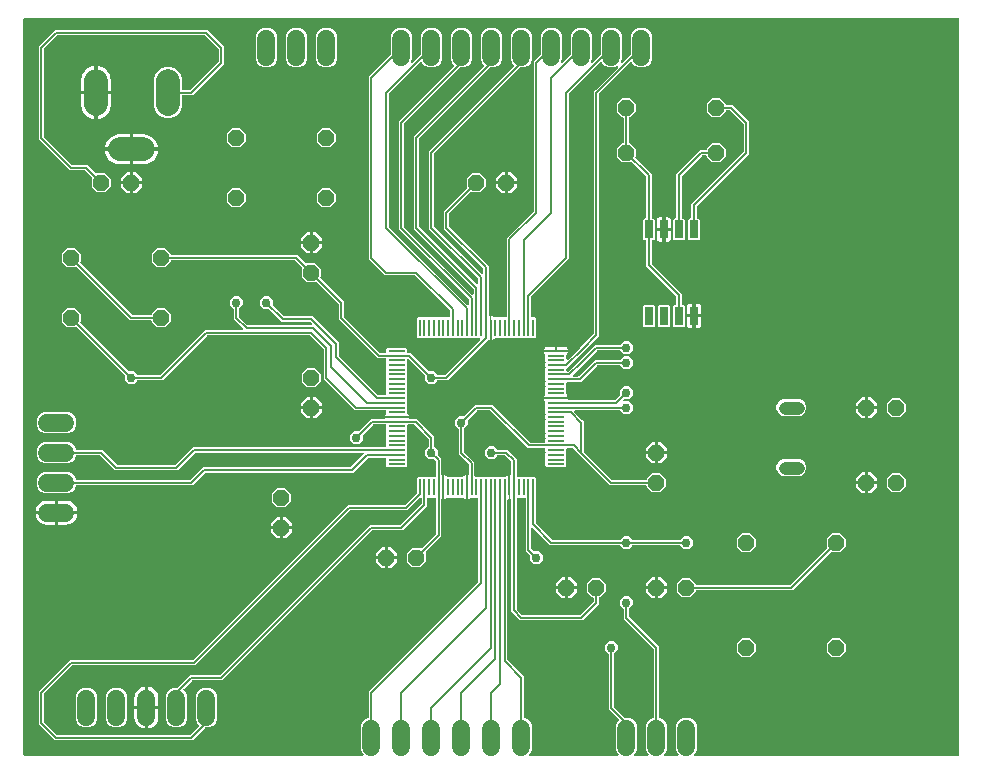
<source format=gbr>
G04 EAGLE Gerber RS-274X export*
G75*
%MOMM*%
%FSLAX34Y34*%
%LPD*%
%INTop Copper*%
%IPPOS*%
%AMOC8*
5,1,8,0,0,1.08239X$1,22.5*%
G01*
%ADD10P,1.429621X8X292.500000*%
%ADD11P,1.429621X8X112.500000*%
%ADD12P,1.429621X8X22.500000*%
%ADD13R,1.475000X0.199897*%
%ADD14R,0.199897X1.475000*%
%ADD15R,0.700000X1.550000*%
%ADD16C,1.524000*%
%ADD17P,1.429621X8X202.500000*%
%ADD18C,2.000000*%
%ADD19C,1.117600*%
%ADD20C,0.152400*%
%ADD21C,0.756400*%

G36*
X297720Y-66028D02*
X297720Y-66028D01*
X297791Y-66026D01*
X297840Y-66008D01*
X297892Y-66000D01*
X297955Y-65966D01*
X298022Y-65941D01*
X298063Y-65909D01*
X298109Y-65884D01*
X298158Y-65832D01*
X298214Y-65788D01*
X298243Y-65744D01*
X298278Y-65706D01*
X298309Y-65641D01*
X298347Y-65581D01*
X298360Y-65530D01*
X298382Y-65483D01*
X298390Y-65412D01*
X298407Y-65342D01*
X298403Y-65290D01*
X298409Y-65239D01*
X298394Y-65168D01*
X298388Y-65097D01*
X298368Y-65049D01*
X298357Y-64998D01*
X298320Y-64937D01*
X298292Y-64871D01*
X298247Y-64815D01*
X298231Y-64787D01*
X298213Y-64772D01*
X298187Y-64740D01*
X297047Y-63600D01*
X295655Y-60239D01*
X295655Y-41361D01*
X297047Y-38000D01*
X299620Y-35427D01*
X302043Y-34424D01*
X302143Y-34362D01*
X302243Y-34302D01*
X302247Y-34297D01*
X302252Y-34294D01*
X302327Y-34204D01*
X302403Y-34115D01*
X302405Y-34109D01*
X302409Y-34105D01*
X302451Y-33996D01*
X302495Y-33887D01*
X302496Y-33880D01*
X302497Y-33875D01*
X302498Y-33857D01*
X302513Y-33720D01*
X302513Y-11753D01*
X304076Y-10190D01*
X395190Y80924D01*
X395243Y80998D01*
X395303Y81068D01*
X395315Y81098D01*
X395334Y81124D01*
X395361Y81211D01*
X395395Y81296D01*
X395399Y81337D01*
X395406Y81359D01*
X395405Y81391D01*
X395413Y81463D01*
X395413Y151559D01*
X395410Y151579D01*
X395412Y151598D01*
X395390Y151700D01*
X395374Y151802D01*
X395364Y151819D01*
X395360Y151839D01*
X395307Y151928D01*
X395258Y152019D01*
X395244Y152033D01*
X395234Y152050D01*
X395155Y152117D01*
X395080Y152189D01*
X395062Y152197D01*
X395047Y152210D01*
X394951Y152249D01*
X394857Y152292D01*
X394837Y152294D01*
X394819Y152302D01*
X394652Y152320D01*
X391967Y152320D01*
X391902Y152337D01*
X391803Y152367D01*
X391783Y152366D01*
X391764Y152371D01*
X391661Y152363D01*
X391558Y152360D01*
X391539Y152354D01*
X391519Y152352D01*
X391444Y152320D01*
X389083Y152320D01*
X388993Y152306D01*
X388902Y152298D01*
X388872Y152286D01*
X388840Y152281D01*
X388760Y152238D01*
X388676Y152202D01*
X388644Y152176D01*
X388623Y152165D01*
X388601Y152142D01*
X388545Y152097D01*
X388260Y151812D01*
X387680Y151477D01*
X387034Y151304D01*
X386461Y151304D01*
X386461Y161220D01*
X386461Y171136D01*
X386652Y171136D01*
X386672Y171139D01*
X386691Y171137D01*
X386793Y171159D01*
X386895Y171175D01*
X386912Y171185D01*
X386932Y171189D01*
X387021Y171242D01*
X387112Y171291D01*
X387126Y171305D01*
X387143Y171315D01*
X387210Y171394D01*
X387282Y171469D01*
X387290Y171487D01*
X387303Y171502D01*
X387342Y171598D01*
X387385Y171692D01*
X387387Y171712D01*
X387395Y171730D01*
X387413Y171897D01*
X387413Y180537D01*
X387399Y180628D01*
X387391Y180718D01*
X387379Y180748D01*
X387374Y180780D01*
X387331Y180861D01*
X387295Y180945D01*
X387269Y180977D01*
X387258Y180998D01*
X387235Y181020D01*
X387190Y181076D01*
X378713Y189553D01*
X378713Y210367D01*
X378699Y210457D01*
X378691Y210548D01*
X378679Y210577D01*
X378674Y210609D01*
X378631Y210690D01*
X378595Y210774D01*
X378569Y210806D01*
X378558Y210827D01*
X378535Y210849D01*
X378490Y210905D01*
X375693Y213702D01*
X375693Y218098D01*
X378802Y221207D01*
X382758Y221207D01*
X382848Y221221D01*
X382939Y221229D01*
X382968Y221241D01*
X383000Y221246D01*
X383081Y221289D01*
X383165Y221325D01*
X383197Y221351D01*
X383218Y221362D01*
X383240Y221385D01*
X383296Y221430D01*
X392753Y230887D01*
X407347Y230887D01*
X408910Y229324D01*
X439124Y199110D01*
X439198Y199057D01*
X439268Y198997D01*
X439298Y198985D01*
X439324Y198966D01*
X439411Y198939D01*
X439496Y198905D01*
X439537Y198901D01*
X439559Y198894D01*
X439591Y198895D01*
X439662Y198887D01*
X451419Y198887D01*
X451439Y198890D01*
X451458Y198888D01*
X451560Y198910D01*
X451662Y198926D01*
X451679Y198936D01*
X451699Y198940D01*
X451788Y198993D01*
X451879Y199042D01*
X451893Y199056D01*
X451910Y199066D01*
X451977Y199145D01*
X452049Y199220D01*
X452057Y199238D01*
X452070Y199253D01*
X452109Y199349D01*
X452152Y199443D01*
X452154Y199463D01*
X452162Y199481D01*
X452180Y199648D01*
X452180Y202333D01*
X452196Y202398D01*
X452227Y202496D01*
X452226Y202516D01*
X452231Y202536D01*
X452223Y202639D01*
X452221Y202742D01*
X452214Y202761D01*
X452212Y202781D01*
X452180Y202856D01*
X452180Y206333D01*
X452196Y206398D01*
X452227Y206496D01*
X452226Y206516D01*
X452231Y206536D01*
X452223Y206639D01*
X452221Y206742D01*
X452214Y206761D01*
X452212Y206781D01*
X452180Y206856D01*
X452180Y210333D01*
X452196Y210398D01*
X452227Y210496D01*
X452226Y210516D01*
X452231Y210536D01*
X452223Y210639D01*
X452221Y210742D01*
X452214Y210761D01*
X452212Y210781D01*
X452180Y210856D01*
X452180Y214333D01*
X452196Y214398D01*
X452227Y214496D01*
X452226Y214516D01*
X452231Y214536D01*
X452223Y214639D01*
X452221Y214742D01*
X452214Y214761D01*
X452212Y214781D01*
X452180Y214856D01*
X452180Y218333D01*
X452196Y218398D01*
X452227Y218496D01*
X452226Y218516D01*
X452231Y218536D01*
X452223Y218639D01*
X452221Y218742D01*
X452214Y218761D01*
X452212Y218781D01*
X452180Y218856D01*
X452180Y222333D01*
X452196Y222398D01*
X452227Y222496D01*
X452226Y222516D01*
X452231Y222536D01*
X452223Y222639D01*
X452221Y222742D01*
X452214Y222761D01*
X452212Y222781D01*
X452180Y222856D01*
X452180Y226333D01*
X452196Y226398D01*
X452227Y226496D01*
X452226Y226516D01*
X452231Y226536D01*
X452223Y226639D01*
X452221Y226742D01*
X452214Y226761D01*
X452212Y226781D01*
X452180Y226856D01*
X452180Y230333D01*
X452196Y230398D01*
X452227Y230496D01*
X452226Y230516D01*
X452231Y230536D01*
X452223Y230639D01*
X452221Y230742D01*
X452214Y230761D01*
X452212Y230781D01*
X452180Y230856D01*
X452180Y233217D01*
X452166Y233307D01*
X452158Y233398D01*
X452146Y233428D01*
X452141Y233460D01*
X452098Y233540D01*
X452062Y233624D01*
X452036Y233656D01*
X452025Y233677D01*
X452002Y233699D01*
X451957Y233755D01*
X451672Y234040D01*
X451337Y234620D01*
X451164Y235266D01*
X451164Y235839D01*
X461080Y235839D01*
X470996Y235839D01*
X470996Y235648D01*
X470999Y235628D01*
X470997Y235609D01*
X471019Y235507D01*
X471035Y235405D01*
X471045Y235388D01*
X471049Y235368D01*
X471102Y235279D01*
X471151Y235188D01*
X471165Y235174D01*
X471175Y235157D01*
X471254Y235090D01*
X471329Y235018D01*
X471347Y235010D01*
X471362Y234997D01*
X471458Y234958D01*
X471552Y234915D01*
X471572Y234913D01*
X471590Y234905D01*
X471757Y234887D01*
X510737Y234887D01*
X510828Y234901D01*
X510918Y234909D01*
X510948Y234921D01*
X510980Y234926D01*
X511061Y234969D01*
X511145Y235005D01*
X511177Y235031D01*
X511198Y235042D01*
X511220Y235065D01*
X511276Y235110D01*
X515170Y239004D01*
X515223Y239078D01*
X515283Y239148D01*
X515295Y239178D01*
X515314Y239204D01*
X515341Y239291D01*
X515375Y239376D01*
X515379Y239417D01*
X515386Y239439D01*
X515385Y239471D01*
X515393Y239543D01*
X515393Y243498D01*
X518502Y246607D01*
X522898Y246607D01*
X526007Y243498D01*
X526007Y239102D01*
X522898Y235993D01*
X518943Y235993D01*
X518853Y235979D01*
X518762Y235971D01*
X518732Y235959D01*
X518700Y235954D01*
X518619Y235911D01*
X518535Y235875D01*
X518503Y235849D01*
X518482Y235838D01*
X518460Y235815D01*
X518404Y235770D01*
X517840Y235206D01*
X517798Y235148D01*
X517749Y235096D01*
X517727Y235049D01*
X517697Y235007D01*
X517676Y234938D01*
X517645Y234873D01*
X517640Y234821D01*
X517624Y234771D01*
X517626Y234700D01*
X517618Y234629D01*
X517629Y234578D01*
X517631Y234526D01*
X517655Y234458D01*
X517670Y234388D01*
X517697Y234343D01*
X517715Y234295D01*
X517760Y234239D01*
X517797Y234177D01*
X517836Y234143D01*
X517869Y234103D01*
X517929Y234064D01*
X517984Y234017D01*
X518032Y233998D01*
X518076Y233970D01*
X518145Y233952D01*
X518212Y233925D01*
X518283Y233917D01*
X518314Y233909D01*
X518338Y233911D01*
X518378Y233907D01*
X522898Y233907D01*
X526007Y230798D01*
X526007Y226402D01*
X522898Y223293D01*
X518502Y223293D01*
X515705Y226090D01*
X515631Y226143D01*
X515561Y226203D01*
X515531Y226215D01*
X515505Y226234D01*
X515418Y226261D01*
X515333Y226295D01*
X515292Y226299D01*
X515270Y226306D01*
X515238Y226305D01*
X515167Y226313D01*
X477258Y226313D01*
X477188Y226302D01*
X477116Y226300D01*
X477067Y226282D01*
X477016Y226274D01*
X476952Y226240D01*
X476885Y226215D01*
X476844Y226183D01*
X476798Y226158D01*
X476749Y226106D01*
X476693Y226062D01*
X476665Y226018D01*
X476629Y225980D01*
X476599Y225915D01*
X476560Y225855D01*
X476547Y225804D01*
X476525Y225757D01*
X476517Y225686D01*
X476500Y225616D01*
X476504Y225564D01*
X476498Y225513D01*
X476513Y225442D01*
X476519Y225371D01*
X476539Y225323D01*
X476550Y225272D01*
X476587Y225211D01*
X476615Y225145D01*
X476660Y225089D01*
X476677Y225061D01*
X476694Y225046D01*
X476720Y225014D01*
X483324Y218410D01*
X484887Y216847D01*
X484887Y191763D01*
X484901Y191672D01*
X484909Y191582D01*
X484921Y191552D01*
X484926Y191520D01*
X484969Y191439D01*
X485005Y191355D01*
X485031Y191323D01*
X485042Y191302D01*
X485065Y191280D01*
X485110Y191224D01*
X508724Y167610D01*
X508798Y167557D01*
X508868Y167497D01*
X508898Y167485D01*
X508924Y167466D01*
X509011Y167439D01*
X509096Y167405D01*
X509137Y167401D01*
X509159Y167394D01*
X509191Y167395D01*
X509263Y167387D01*
X537210Y167387D01*
X537230Y167390D01*
X537249Y167388D01*
X537351Y167410D01*
X537453Y167426D01*
X537470Y167436D01*
X537490Y167440D01*
X537579Y167493D01*
X537670Y167542D01*
X537684Y167556D01*
X537701Y167566D01*
X537768Y167645D01*
X537840Y167720D01*
X537848Y167738D01*
X537861Y167753D01*
X537900Y167849D01*
X537943Y167943D01*
X537945Y167963D01*
X537953Y167981D01*
X537971Y168148D01*
X537971Y168467D01*
X542733Y173229D01*
X549467Y173229D01*
X554229Y168467D01*
X554229Y161733D01*
X549467Y156971D01*
X542733Y156971D01*
X537971Y161733D01*
X537971Y162052D01*
X537968Y162072D01*
X537970Y162091D01*
X537948Y162193D01*
X537932Y162295D01*
X537922Y162312D01*
X537918Y162332D01*
X537865Y162421D01*
X537816Y162512D01*
X537802Y162526D01*
X537792Y162543D01*
X537713Y162610D01*
X537638Y162682D01*
X537620Y162690D01*
X537605Y162703D01*
X537509Y162742D01*
X537415Y162785D01*
X537395Y162787D01*
X537377Y162795D01*
X537210Y162813D01*
X507053Y162813D01*
X475776Y194090D01*
X475702Y194143D01*
X475632Y194203D01*
X475602Y194215D01*
X475576Y194234D01*
X475489Y194261D01*
X475404Y194295D01*
X475363Y194299D01*
X475341Y194306D01*
X475309Y194305D01*
X475237Y194313D01*
X470741Y194313D01*
X470721Y194310D01*
X470702Y194312D01*
X470600Y194290D01*
X470498Y194274D01*
X470481Y194264D01*
X470461Y194260D01*
X470372Y194207D01*
X470281Y194158D01*
X470267Y194144D01*
X470250Y194134D01*
X470183Y194055D01*
X470111Y193980D01*
X470103Y193962D01*
X470090Y193947D01*
X470051Y193851D01*
X470008Y193757D01*
X470006Y193737D01*
X469998Y193719D01*
X469980Y193552D01*
X469980Y190867D01*
X469963Y190802D01*
X469933Y190703D01*
X469934Y190683D01*
X469929Y190664D01*
X469937Y190561D01*
X469940Y190458D01*
X469946Y190439D01*
X469948Y190419D01*
X469980Y190344D01*
X469980Y186867D01*
X469963Y186802D01*
X469933Y186703D01*
X469934Y186683D01*
X469929Y186664D01*
X469937Y186561D01*
X469940Y186458D01*
X469946Y186439D01*
X469948Y186419D01*
X469980Y186344D01*
X469980Y182867D01*
X469963Y182802D01*
X469933Y182703D01*
X469934Y182683D01*
X469929Y182664D01*
X469937Y182561D01*
X469940Y182458D01*
X469946Y182439D01*
X469948Y182419D01*
X469980Y182344D01*
X469980Y178969D01*
X469087Y178076D01*
X453073Y178076D01*
X452180Y178969D01*
X452180Y182333D01*
X452196Y182398D01*
X452227Y182496D01*
X452226Y182516D01*
X452231Y182536D01*
X452223Y182639D01*
X452221Y182742D01*
X452214Y182761D01*
X452212Y182781D01*
X452180Y182856D01*
X452180Y186333D01*
X452196Y186398D01*
X452227Y186496D01*
X452226Y186516D01*
X452231Y186536D01*
X452223Y186639D01*
X452221Y186742D01*
X452214Y186761D01*
X452212Y186781D01*
X452180Y186856D01*
X452180Y190333D01*
X452196Y190398D01*
X452227Y190496D01*
X452226Y190516D01*
X452231Y190536D01*
X452223Y190639D01*
X452221Y190742D01*
X452214Y190761D01*
X452212Y190781D01*
X452180Y190856D01*
X452180Y193552D01*
X452177Y193570D01*
X452179Y193586D01*
X452179Y193588D01*
X452179Y193591D01*
X452157Y193693D01*
X452141Y193795D01*
X452131Y193812D01*
X452127Y193832D01*
X452074Y193921D01*
X452025Y194012D01*
X452011Y194026D01*
X452001Y194043D01*
X451922Y194110D01*
X451847Y194182D01*
X451829Y194190D01*
X451814Y194203D01*
X451718Y194242D01*
X451624Y194285D01*
X451604Y194287D01*
X451586Y194295D01*
X451419Y194313D01*
X437453Y194313D01*
X435890Y195876D01*
X405676Y226090D01*
X405602Y226143D01*
X405532Y226203D01*
X405502Y226215D01*
X405476Y226234D01*
X405389Y226261D01*
X405304Y226295D01*
X405263Y226299D01*
X405241Y226306D01*
X405209Y226305D01*
X405137Y226313D01*
X394963Y226313D01*
X394872Y226299D01*
X394782Y226291D01*
X394752Y226279D01*
X394720Y226274D01*
X394639Y226231D01*
X394555Y226195D01*
X394523Y226169D01*
X394502Y226158D01*
X394480Y226135D01*
X394424Y226090D01*
X386530Y218196D01*
X386477Y218122D01*
X386417Y218052D01*
X386405Y218022D01*
X386386Y217996D01*
X386359Y217909D01*
X386325Y217824D01*
X386321Y217783D01*
X386314Y217761D01*
X386315Y217729D01*
X386307Y217658D01*
X386307Y213702D01*
X383510Y210905D01*
X383457Y210831D01*
X383397Y210761D01*
X383385Y210731D01*
X383366Y210705D01*
X383339Y210618D01*
X383305Y210533D01*
X383301Y210492D01*
X383294Y210470D01*
X383295Y210438D01*
X383287Y210367D01*
X383287Y191763D01*
X383301Y191672D01*
X383309Y191582D01*
X383321Y191552D01*
X383326Y191520D01*
X383369Y191439D01*
X383405Y191355D01*
X383431Y191323D01*
X383442Y191302D01*
X383465Y191280D01*
X383510Y191224D01*
X391987Y182747D01*
X391987Y170881D01*
X391990Y170861D01*
X391988Y170842D01*
X392010Y170740D01*
X392026Y170638D01*
X392036Y170621D01*
X392040Y170601D01*
X392093Y170512D01*
X392142Y170421D01*
X392156Y170407D01*
X392166Y170390D01*
X392245Y170323D01*
X392320Y170251D01*
X392338Y170243D01*
X392353Y170230D01*
X392449Y170191D01*
X392543Y170148D01*
X392563Y170146D01*
X392581Y170138D01*
X392748Y170120D01*
X395433Y170120D01*
X395498Y170104D01*
X395596Y170073D01*
X395616Y170074D01*
X395636Y170069D01*
X395739Y170077D01*
X395842Y170079D01*
X395861Y170086D01*
X395881Y170088D01*
X395956Y170120D01*
X399433Y170120D01*
X399498Y170104D01*
X399596Y170073D01*
X399616Y170074D01*
X399636Y170069D01*
X399739Y170077D01*
X399842Y170079D01*
X399861Y170086D01*
X399881Y170088D01*
X399956Y170120D01*
X403433Y170120D01*
X403498Y170104D01*
X403596Y170073D01*
X403616Y170074D01*
X403636Y170069D01*
X403739Y170077D01*
X403842Y170079D01*
X403861Y170086D01*
X403881Y170088D01*
X403956Y170120D01*
X407433Y170120D01*
X407498Y170104D01*
X407596Y170073D01*
X407616Y170074D01*
X407636Y170069D01*
X407739Y170077D01*
X407842Y170079D01*
X407861Y170086D01*
X407881Y170088D01*
X407956Y170120D01*
X411433Y170120D01*
X411498Y170104D01*
X411596Y170073D01*
X411616Y170074D01*
X411636Y170069D01*
X411739Y170077D01*
X411842Y170079D01*
X411861Y170086D01*
X411881Y170088D01*
X411956Y170120D01*
X415433Y170120D01*
X415498Y170104D01*
X415596Y170073D01*
X415616Y170074D01*
X415636Y170069D01*
X415739Y170077D01*
X415842Y170079D01*
X415861Y170086D01*
X415881Y170088D01*
X415956Y170120D01*
X418317Y170120D01*
X418407Y170134D01*
X418498Y170142D01*
X418528Y170154D01*
X418560Y170159D01*
X418640Y170202D01*
X418724Y170238D01*
X418756Y170264D01*
X418777Y170275D01*
X418799Y170298D01*
X418855Y170343D01*
X419140Y170628D01*
X419720Y170963D01*
X420366Y171136D01*
X420939Y171136D01*
X420939Y161220D01*
X420939Y151304D01*
X420748Y151304D01*
X420728Y151301D01*
X420709Y151303D01*
X420607Y151281D01*
X420505Y151265D01*
X420488Y151255D01*
X420468Y151251D01*
X420379Y151198D01*
X420288Y151149D01*
X420274Y151135D01*
X420257Y151125D01*
X420190Y151046D01*
X420118Y150971D01*
X420110Y150953D01*
X420097Y150938D01*
X420058Y150842D01*
X420015Y150748D01*
X420013Y150728D01*
X420005Y150710D01*
X419987Y150543D01*
X419987Y15363D01*
X420001Y15272D01*
X420009Y15182D01*
X420021Y15152D01*
X420026Y15120D01*
X420069Y15039D01*
X420105Y14955D01*
X420131Y14923D01*
X420142Y14902D01*
X420165Y14880D01*
X420210Y14824D01*
X434087Y947D01*
X434087Y-33720D01*
X434106Y-33835D01*
X434123Y-33951D01*
X434125Y-33957D01*
X434126Y-33963D01*
X434181Y-34066D01*
X434234Y-34171D01*
X434239Y-34175D01*
X434242Y-34180D01*
X434326Y-34260D01*
X434410Y-34343D01*
X434416Y-34346D01*
X434420Y-34350D01*
X434437Y-34358D01*
X434557Y-34424D01*
X436980Y-35427D01*
X439553Y-38000D01*
X440945Y-41361D01*
X440945Y-60239D01*
X439553Y-63600D01*
X438413Y-64740D01*
X438371Y-64798D01*
X438322Y-64850D01*
X438300Y-64897D01*
X438269Y-64939D01*
X438248Y-65008D01*
X438218Y-65073D01*
X438212Y-65125D01*
X438197Y-65175D01*
X438199Y-65246D01*
X438191Y-65317D01*
X438202Y-65368D01*
X438203Y-65420D01*
X438228Y-65488D01*
X438243Y-65558D01*
X438270Y-65603D01*
X438288Y-65651D01*
X438333Y-65707D01*
X438369Y-65769D01*
X438409Y-65803D01*
X438441Y-65843D01*
X438502Y-65882D01*
X438556Y-65929D01*
X438605Y-65948D01*
X438648Y-65976D01*
X438718Y-65994D01*
X438784Y-66021D01*
X438856Y-66029D01*
X438887Y-66037D01*
X438910Y-66035D01*
X438951Y-66039D01*
X513549Y-66039D01*
X513620Y-66028D01*
X513691Y-66026D01*
X513740Y-66008D01*
X513792Y-66000D01*
X513855Y-65966D01*
X513922Y-65941D01*
X513963Y-65909D01*
X514009Y-65884D01*
X514058Y-65832D01*
X514114Y-65788D01*
X514143Y-65744D01*
X514178Y-65706D01*
X514209Y-65641D01*
X514247Y-65581D01*
X514260Y-65530D01*
X514282Y-65483D01*
X514290Y-65412D01*
X514307Y-65342D01*
X514303Y-65290D01*
X514309Y-65239D01*
X514294Y-65168D01*
X514288Y-65097D01*
X514268Y-65049D01*
X514257Y-64998D01*
X514220Y-64937D01*
X514192Y-64871D01*
X514147Y-64815D01*
X514131Y-64787D01*
X514113Y-64772D01*
X514087Y-64740D01*
X512947Y-63600D01*
X511555Y-60239D01*
X511555Y-41361D01*
X512947Y-38000D01*
X514618Y-36329D01*
X514630Y-36313D01*
X514646Y-36300D01*
X514702Y-36213D01*
X514762Y-36129D01*
X514768Y-36110D01*
X514779Y-36093D01*
X514804Y-35993D01*
X514834Y-35894D01*
X514834Y-35874D01*
X514839Y-35855D01*
X514831Y-35752D01*
X514828Y-35648D01*
X514821Y-35629D01*
X514820Y-35610D01*
X514779Y-35515D01*
X514744Y-35417D01*
X514731Y-35402D01*
X514723Y-35383D01*
X514618Y-35252D01*
X505713Y-26347D01*
X505713Y19867D01*
X505699Y19957D01*
X505691Y20048D01*
X505679Y20077D01*
X505674Y20109D01*
X505631Y20190D01*
X505595Y20274D01*
X505569Y20306D01*
X505558Y20327D01*
X505535Y20349D01*
X505490Y20405D01*
X502693Y23202D01*
X502693Y27598D01*
X505802Y30707D01*
X510198Y30707D01*
X513307Y27598D01*
X513307Y23202D01*
X510510Y20405D01*
X510457Y20331D01*
X510397Y20261D01*
X510385Y20231D01*
X510366Y20205D01*
X510339Y20118D01*
X510305Y20033D01*
X510301Y19992D01*
X510294Y19970D01*
X510295Y19938D01*
X510287Y19867D01*
X510287Y-24137D01*
X510301Y-24228D01*
X510309Y-24318D01*
X510321Y-24348D01*
X510326Y-24380D01*
X510369Y-24461D01*
X510405Y-24545D01*
X510431Y-24577D01*
X510442Y-24598D01*
X510465Y-24620D01*
X510510Y-24676D01*
X519646Y-33812D01*
X519720Y-33865D01*
X519790Y-33925D01*
X519820Y-33937D01*
X519846Y-33956D01*
X519933Y-33983D01*
X520018Y-34017D01*
X520059Y-34021D01*
X520081Y-34028D01*
X520113Y-34027D01*
X520184Y-34035D01*
X522519Y-34035D01*
X525880Y-35427D01*
X528453Y-38000D01*
X529845Y-41361D01*
X529845Y-60239D01*
X528453Y-63600D01*
X527313Y-64740D01*
X527271Y-64798D01*
X527222Y-64850D01*
X527200Y-64897D01*
X527169Y-64939D01*
X527148Y-65008D01*
X527118Y-65073D01*
X527112Y-65125D01*
X527097Y-65175D01*
X527099Y-65246D01*
X527091Y-65317D01*
X527102Y-65368D01*
X527103Y-65420D01*
X527128Y-65488D01*
X527143Y-65558D01*
X527170Y-65603D01*
X527188Y-65651D01*
X527233Y-65707D01*
X527269Y-65769D01*
X527309Y-65803D01*
X527341Y-65843D01*
X527402Y-65882D01*
X527456Y-65929D01*
X527505Y-65948D01*
X527548Y-65976D01*
X527618Y-65994D01*
X527684Y-66021D01*
X527756Y-66029D01*
X527787Y-66037D01*
X527810Y-66035D01*
X527851Y-66039D01*
X538949Y-66039D01*
X539020Y-66028D01*
X539091Y-66026D01*
X539140Y-66008D01*
X539192Y-66000D01*
X539255Y-65966D01*
X539322Y-65941D01*
X539363Y-65909D01*
X539409Y-65884D01*
X539458Y-65832D01*
X539514Y-65788D01*
X539543Y-65744D01*
X539578Y-65706D01*
X539609Y-65641D01*
X539647Y-65581D01*
X539660Y-65530D01*
X539682Y-65483D01*
X539690Y-65412D01*
X539707Y-65342D01*
X539703Y-65290D01*
X539709Y-65239D01*
X539694Y-65168D01*
X539688Y-65097D01*
X539668Y-65049D01*
X539657Y-64998D01*
X539620Y-64937D01*
X539592Y-64871D01*
X539547Y-64815D01*
X539531Y-64787D01*
X539513Y-64772D01*
X539487Y-64740D01*
X538347Y-63600D01*
X536955Y-60239D01*
X536955Y-41361D01*
X538347Y-38000D01*
X540920Y-35427D01*
X543343Y-34424D01*
X543443Y-34362D01*
X543543Y-34302D01*
X543547Y-34297D01*
X543552Y-34294D01*
X543627Y-34204D01*
X543703Y-34115D01*
X543705Y-34109D01*
X543709Y-34105D01*
X543751Y-33996D01*
X543795Y-33887D01*
X543796Y-33880D01*
X543797Y-33875D01*
X543798Y-33857D01*
X543813Y-33720D01*
X543813Y24137D01*
X543799Y24228D01*
X543791Y24318D01*
X543779Y24348D01*
X543774Y24380D01*
X543731Y24461D01*
X543695Y24545D01*
X543669Y24577D01*
X543658Y24598D01*
X543635Y24620D01*
X543590Y24676D01*
X518413Y49853D01*
X518413Y57967D01*
X518399Y58057D01*
X518391Y58148D01*
X518379Y58177D01*
X518374Y58209D01*
X518331Y58290D01*
X518295Y58374D01*
X518269Y58406D01*
X518258Y58427D01*
X518235Y58449D01*
X518190Y58505D01*
X515393Y61302D01*
X515393Y65698D01*
X518502Y68807D01*
X522898Y68807D01*
X526007Y65698D01*
X526007Y61302D01*
X523210Y58505D01*
X523157Y58431D01*
X523097Y58361D01*
X523085Y58331D01*
X523066Y58305D01*
X523039Y58218D01*
X523005Y58133D01*
X523001Y58092D01*
X522994Y58070D01*
X522995Y58038D01*
X522987Y57967D01*
X522987Y52063D01*
X523001Y51972D01*
X523009Y51882D01*
X523021Y51852D01*
X523026Y51820D01*
X523069Y51739D01*
X523105Y51655D01*
X523131Y51623D01*
X523142Y51602D01*
X523165Y51580D01*
X523210Y51524D01*
X548387Y26347D01*
X548387Y-33720D01*
X548406Y-33835D01*
X548423Y-33951D01*
X548425Y-33957D01*
X548426Y-33963D01*
X548481Y-34066D01*
X548534Y-34171D01*
X548539Y-34175D01*
X548542Y-34180D01*
X548626Y-34260D01*
X548710Y-34343D01*
X548716Y-34346D01*
X548720Y-34350D01*
X548737Y-34358D01*
X548857Y-34424D01*
X551280Y-35427D01*
X553853Y-38000D01*
X555245Y-41361D01*
X555245Y-60239D01*
X553853Y-63600D01*
X552713Y-64740D01*
X552671Y-64798D01*
X552622Y-64850D01*
X552600Y-64897D01*
X552569Y-64939D01*
X552548Y-65008D01*
X552518Y-65073D01*
X552512Y-65125D01*
X552497Y-65175D01*
X552499Y-65246D01*
X552491Y-65317D01*
X552502Y-65368D01*
X552503Y-65420D01*
X552528Y-65488D01*
X552543Y-65558D01*
X552570Y-65603D01*
X552588Y-65651D01*
X552633Y-65707D01*
X552669Y-65769D01*
X552709Y-65803D01*
X552741Y-65843D01*
X552802Y-65882D01*
X552856Y-65929D01*
X552905Y-65948D01*
X552948Y-65976D01*
X553018Y-65994D01*
X553084Y-66021D01*
X553156Y-66029D01*
X553187Y-66037D01*
X553210Y-66035D01*
X553251Y-66039D01*
X564349Y-66039D01*
X564420Y-66028D01*
X564491Y-66026D01*
X564540Y-66008D01*
X564592Y-66000D01*
X564655Y-65966D01*
X564722Y-65941D01*
X564763Y-65909D01*
X564809Y-65884D01*
X564858Y-65832D01*
X564914Y-65788D01*
X564943Y-65744D01*
X564978Y-65706D01*
X565009Y-65641D01*
X565047Y-65581D01*
X565060Y-65530D01*
X565082Y-65483D01*
X565090Y-65412D01*
X565107Y-65342D01*
X565103Y-65290D01*
X565109Y-65239D01*
X565094Y-65168D01*
X565088Y-65097D01*
X565068Y-65049D01*
X565057Y-64998D01*
X565020Y-64937D01*
X564992Y-64871D01*
X564947Y-64815D01*
X564931Y-64787D01*
X564913Y-64772D01*
X564887Y-64740D01*
X563747Y-63600D01*
X562355Y-60239D01*
X562355Y-41361D01*
X563747Y-38000D01*
X566320Y-35427D01*
X569681Y-34035D01*
X573319Y-34035D01*
X576680Y-35427D01*
X579253Y-38000D01*
X580645Y-41361D01*
X580645Y-60239D01*
X579253Y-63600D01*
X578113Y-64740D01*
X578071Y-64798D01*
X578022Y-64850D01*
X578000Y-64897D01*
X577969Y-64939D01*
X577948Y-65008D01*
X577918Y-65073D01*
X577912Y-65125D01*
X577897Y-65175D01*
X577899Y-65246D01*
X577891Y-65317D01*
X577902Y-65368D01*
X577903Y-65420D01*
X577928Y-65488D01*
X577943Y-65558D01*
X577970Y-65603D01*
X577988Y-65651D01*
X578033Y-65707D01*
X578069Y-65769D01*
X578109Y-65803D01*
X578141Y-65843D01*
X578202Y-65882D01*
X578256Y-65929D01*
X578305Y-65948D01*
X578348Y-65976D01*
X578418Y-65994D01*
X578484Y-66021D01*
X578556Y-66029D01*
X578587Y-66037D01*
X578610Y-66035D01*
X578651Y-66039D01*
X801678Y-66039D01*
X801698Y-66036D01*
X801717Y-66038D01*
X801819Y-66016D01*
X801921Y-66000D01*
X801938Y-65990D01*
X801958Y-65986D01*
X802047Y-65933D01*
X802138Y-65884D01*
X802152Y-65870D01*
X802169Y-65860D01*
X802236Y-65781D01*
X802308Y-65706D01*
X802316Y-65688D01*
X802329Y-65673D01*
X802368Y-65577D01*
X802411Y-65483D01*
X802413Y-65463D01*
X802421Y-65445D01*
X802439Y-65278D01*
X802439Y557278D01*
X802436Y557298D01*
X802438Y557317D01*
X802416Y557419D01*
X802400Y557521D01*
X802390Y557538D01*
X802386Y557558D01*
X802333Y557647D01*
X802284Y557738D01*
X802270Y557752D01*
X802260Y557769D01*
X802181Y557836D01*
X802106Y557908D01*
X802088Y557916D01*
X802073Y557929D01*
X801977Y557968D01*
X801883Y558011D01*
X801863Y558013D01*
X801845Y558021D01*
X801678Y558039D01*
X10922Y558039D01*
X10902Y558036D01*
X10883Y558038D01*
X10781Y558016D01*
X10679Y558000D01*
X10662Y557990D01*
X10642Y557986D01*
X10553Y557933D01*
X10462Y557884D01*
X10448Y557870D01*
X10431Y557860D01*
X10364Y557781D01*
X10292Y557706D01*
X10284Y557688D01*
X10271Y557673D01*
X10232Y557577D01*
X10189Y557483D01*
X10187Y557463D01*
X10179Y557445D01*
X10161Y557278D01*
X10161Y-65278D01*
X10164Y-65298D01*
X10162Y-65317D01*
X10184Y-65419D01*
X10200Y-65521D01*
X10210Y-65538D01*
X10214Y-65558D01*
X10267Y-65647D01*
X10316Y-65738D01*
X10330Y-65752D01*
X10340Y-65769D01*
X10419Y-65836D01*
X10494Y-65908D01*
X10512Y-65916D01*
X10527Y-65929D01*
X10623Y-65968D01*
X10717Y-66011D01*
X10737Y-66013D01*
X10755Y-66021D01*
X10922Y-66039D01*
X297649Y-66039D01*
X297720Y-66028D01*
G37*
%LPC*%
G36*
X326320Y221361D02*
X326320Y221361D01*
X316404Y221361D01*
X316404Y221934D01*
X316577Y222580D01*
X316912Y223160D01*
X317197Y223445D01*
X317250Y223519D01*
X317310Y223588D01*
X317322Y223618D01*
X317341Y223645D01*
X317368Y223732D01*
X317391Y223789D01*
X317392Y223792D01*
X317392Y223793D01*
X317402Y223816D01*
X317406Y223857D01*
X317413Y223880D01*
X317412Y223912D01*
X317420Y223983D01*
X317420Y225552D01*
X317419Y225559D01*
X317419Y225561D01*
X317417Y225572D01*
X317419Y225591D01*
X317397Y225693D01*
X317381Y225795D01*
X317371Y225812D01*
X317367Y225832D01*
X317314Y225921D01*
X317265Y226012D01*
X317251Y226026D01*
X317241Y226043D01*
X317162Y226110D01*
X317087Y226182D01*
X317069Y226190D01*
X317054Y226203D01*
X316958Y226242D01*
X316864Y226285D01*
X316844Y226287D01*
X316826Y226295D01*
X316659Y226313D01*
X291153Y226313D01*
X289590Y227876D01*
X265976Y251490D01*
X264413Y253053D01*
X264413Y278137D01*
X264399Y278228D01*
X264391Y278318D01*
X264379Y278348D01*
X264374Y278380D01*
X264331Y278461D01*
X264295Y278545D01*
X264269Y278577D01*
X264258Y278598D01*
X264235Y278620D01*
X264190Y278676D01*
X253276Y289590D01*
X253202Y289643D01*
X253132Y289703D01*
X253102Y289715D01*
X253076Y289734D01*
X252989Y289761D01*
X252904Y289795D01*
X252863Y289799D01*
X252841Y289806D01*
X252809Y289805D01*
X252737Y289813D01*
X166362Y289813D01*
X166272Y289799D01*
X166181Y289791D01*
X166152Y289779D01*
X166120Y289774D01*
X166039Y289731D01*
X165955Y289695D01*
X165923Y289669D01*
X165902Y289658D01*
X165880Y289635D01*
X165824Y289590D01*
X127947Y251713D01*
X107133Y251713D01*
X107043Y251699D01*
X106952Y251691D01*
X106923Y251679D01*
X106891Y251674D01*
X106810Y251631D01*
X106726Y251595D01*
X106694Y251569D01*
X106673Y251558D01*
X106651Y251535D01*
X106595Y251490D01*
X103798Y248693D01*
X99402Y248693D01*
X96293Y251802D01*
X96293Y255757D01*
X96279Y255848D01*
X96271Y255938D01*
X96259Y255968D01*
X96254Y256000D01*
X96211Y256081D01*
X96175Y256165D01*
X96149Y256197D01*
X96138Y256218D01*
X96115Y256240D01*
X96070Y256296D01*
X55469Y296897D01*
X55453Y296909D01*
X55441Y296924D01*
X55353Y296980D01*
X55269Y297040D01*
X55250Y297046D01*
X55234Y297057D01*
X55133Y297082D01*
X55034Y297113D01*
X55014Y297112D01*
X54995Y297117D01*
X54892Y297109D01*
X54789Y297106D01*
X54770Y297100D01*
X54750Y297098D01*
X54655Y297058D01*
X54557Y297022D01*
X54542Y297009D01*
X54524Y297002D01*
X54393Y296897D01*
X54167Y296671D01*
X47433Y296671D01*
X42671Y301433D01*
X42671Y308167D01*
X47433Y312929D01*
X54167Y312929D01*
X58929Y308167D01*
X58929Y301433D01*
X58703Y301207D01*
X58691Y301191D01*
X58676Y301179D01*
X58620Y301092D01*
X58560Y301008D01*
X58554Y300989D01*
X58543Y300972D01*
X58518Y300871D01*
X58487Y300773D01*
X58488Y300753D01*
X58483Y300733D01*
X58491Y300630D01*
X58494Y300527D01*
X58500Y300508D01*
X58502Y300488D01*
X58542Y300393D01*
X58578Y300296D01*
X58591Y300280D01*
X58598Y300262D01*
X58703Y300131D01*
X99304Y259530D01*
X99378Y259477D01*
X99448Y259417D01*
X99478Y259405D01*
X99504Y259386D01*
X99591Y259359D01*
X99676Y259325D01*
X99717Y259321D01*
X99739Y259314D01*
X99771Y259315D01*
X99843Y259307D01*
X103798Y259307D01*
X106595Y256510D01*
X106669Y256457D01*
X106739Y256397D01*
X106769Y256385D01*
X106795Y256366D01*
X106882Y256339D01*
X106967Y256305D01*
X107008Y256301D01*
X107030Y256294D01*
X107062Y256295D01*
X107133Y256287D01*
X125737Y256287D01*
X125828Y256301D01*
X125918Y256309D01*
X125948Y256321D01*
X125980Y256326D01*
X126061Y256369D01*
X126145Y256405D01*
X126177Y256431D01*
X126198Y256442D01*
X126220Y256465D01*
X126276Y256510D01*
X162590Y292824D01*
X164153Y294387D01*
X195842Y294387D01*
X195912Y294398D01*
X195984Y294400D01*
X196033Y294418D01*
X196084Y294426D01*
X196148Y294460D01*
X196215Y294485D01*
X196256Y294517D01*
X196302Y294542D01*
X196351Y294594D01*
X196407Y294638D01*
X196435Y294682D01*
X196471Y294720D01*
X196501Y294785D01*
X196540Y294845D01*
X196553Y294896D01*
X196575Y294943D01*
X196583Y295014D01*
X196600Y295084D01*
X196596Y295136D01*
X196602Y295187D01*
X196587Y295258D01*
X196581Y295329D01*
X196561Y295377D01*
X196550Y295428D01*
X196513Y295489D01*
X196485Y295555D01*
X196440Y295611D01*
X196423Y295639D01*
X196406Y295654D01*
X196380Y295686D01*
X189776Y302290D01*
X188213Y303853D01*
X188213Y311967D01*
X188199Y312057D01*
X188191Y312148D01*
X188179Y312177D01*
X188174Y312209D01*
X188131Y312290D01*
X188095Y312374D01*
X188069Y312406D01*
X188058Y312427D01*
X188035Y312449D01*
X187990Y312505D01*
X185193Y315302D01*
X185193Y319698D01*
X188302Y322807D01*
X192698Y322807D01*
X195807Y319698D01*
X195807Y315302D01*
X193010Y312505D01*
X192957Y312431D01*
X192897Y312361D01*
X192885Y312331D01*
X192866Y312305D01*
X192839Y312218D01*
X192805Y312133D01*
X192801Y312092D01*
X192794Y312070D01*
X192795Y312038D01*
X192787Y311967D01*
X192787Y306063D01*
X192801Y305972D01*
X192809Y305882D01*
X192821Y305852D01*
X192826Y305820D01*
X192869Y305739D01*
X192905Y305655D01*
X192931Y305623D01*
X192942Y305602D01*
X192965Y305580D01*
X193010Y305524D01*
X199860Y298674D01*
X199934Y298621D01*
X200004Y298561D01*
X200034Y298549D01*
X200060Y298530D01*
X200147Y298503D01*
X200232Y298469D01*
X200273Y298465D01*
X200295Y298458D01*
X200327Y298459D01*
X200399Y298451D01*
X254072Y298451D01*
X254143Y298462D01*
X254215Y298464D01*
X254264Y298482D01*
X254315Y298490D01*
X254378Y298524D01*
X254446Y298549D01*
X254486Y298581D01*
X254532Y298606D01*
X254582Y298658D01*
X254638Y298702D01*
X254666Y298746D01*
X254702Y298784D01*
X254732Y298849D01*
X254771Y298909D01*
X254783Y298960D01*
X254805Y299007D01*
X254813Y299078D01*
X254831Y299148D01*
X254827Y299200D01*
X254833Y299251D01*
X254817Y299322D01*
X254812Y299393D01*
X254791Y299441D01*
X254780Y299492D01*
X254743Y299553D01*
X254715Y299619D01*
X254671Y299675D01*
X254654Y299703D01*
X254636Y299718D01*
X254611Y299750D01*
X253276Y301085D01*
X253202Y301138D01*
X253132Y301198D01*
X253102Y301210D01*
X253076Y301229D01*
X252989Y301255D01*
X252904Y301290D01*
X252863Y301294D01*
X252841Y301301D01*
X252809Y301300D01*
X252737Y301308D01*
X228858Y301308D01*
X218196Y311970D01*
X218122Y312023D01*
X218052Y312083D01*
X218022Y312095D01*
X217996Y312114D01*
X217909Y312141D01*
X217824Y312175D01*
X217783Y312179D01*
X217761Y312186D01*
X217729Y312185D01*
X217657Y312193D01*
X213702Y312193D01*
X210593Y315302D01*
X210593Y319698D01*
X213702Y322807D01*
X218098Y322807D01*
X221207Y319698D01*
X221207Y315743D01*
X221221Y315652D01*
X221229Y315562D01*
X221241Y315532D01*
X221246Y315500D01*
X221289Y315419D01*
X221325Y315335D01*
X221351Y315303D01*
X221362Y315282D01*
X221385Y315260D01*
X221430Y315204D01*
X230529Y306104D01*
X230603Y306051D01*
X230673Y305992D01*
X230703Y305980D01*
X230729Y305961D01*
X230816Y305934D01*
X230901Y305900D01*
X230942Y305895D01*
X230964Y305889D01*
X230996Y305889D01*
X231068Y305881D01*
X254947Y305881D01*
X277115Y283714D01*
X277115Y272535D01*
X277129Y272444D01*
X277137Y272354D01*
X277149Y272324D01*
X277154Y272292D01*
X277197Y272211D01*
X277233Y272127D01*
X277259Y272095D01*
X277270Y272074D01*
X277293Y272052D01*
X277338Y271996D01*
X310224Y239110D01*
X310298Y239057D01*
X310368Y238997D01*
X310398Y238985D01*
X310424Y238966D01*
X310511Y238939D01*
X310596Y238905D01*
X310637Y238901D01*
X310659Y238894D01*
X310691Y238895D01*
X310763Y238887D01*
X316659Y238887D01*
X316679Y238890D01*
X316698Y238888D01*
X316800Y238910D01*
X316902Y238926D01*
X316919Y238936D01*
X316939Y238940D01*
X317028Y238993D01*
X317119Y239042D01*
X317133Y239056D01*
X317150Y239066D01*
X317217Y239145D01*
X317289Y239220D01*
X317297Y239238D01*
X317310Y239253D01*
X317349Y239349D01*
X317392Y239443D01*
X317394Y239463D01*
X317402Y239481D01*
X317420Y239648D01*
X317420Y242333D01*
X317437Y242398D01*
X317467Y242497D01*
X317466Y242517D01*
X317471Y242536D01*
X317463Y242639D01*
X317460Y242742D01*
X317454Y242761D01*
X317452Y242781D01*
X317420Y242856D01*
X317420Y246333D01*
X317437Y246398D01*
X317467Y246497D01*
X317466Y246517D01*
X317471Y246536D01*
X317463Y246639D01*
X317460Y246742D01*
X317454Y246761D01*
X317452Y246781D01*
X317420Y246856D01*
X317420Y250333D01*
X317437Y250398D01*
X317467Y250497D01*
X317466Y250517D01*
X317471Y250536D01*
X317463Y250639D01*
X317460Y250742D01*
X317454Y250761D01*
X317452Y250781D01*
X317420Y250856D01*
X317420Y254333D01*
X317437Y254398D01*
X317467Y254497D01*
X317466Y254517D01*
X317471Y254536D01*
X317463Y254639D01*
X317460Y254742D01*
X317454Y254761D01*
X317452Y254781D01*
X317420Y254856D01*
X317420Y258333D01*
X317437Y258398D01*
X317467Y258497D01*
X317466Y258517D01*
X317471Y258536D01*
X317463Y258639D01*
X317460Y258742D01*
X317454Y258761D01*
X317452Y258781D01*
X317420Y258856D01*
X317420Y262333D01*
X317437Y262398D01*
X317467Y262497D01*
X317466Y262517D01*
X317471Y262536D01*
X317463Y262639D01*
X317460Y262742D01*
X317454Y262761D01*
X317452Y262781D01*
X317420Y262856D01*
X317420Y266333D01*
X317437Y266398D01*
X317467Y266497D01*
X317466Y266517D01*
X317471Y266536D01*
X317463Y266639D01*
X317460Y266742D01*
X317454Y266761D01*
X317452Y266781D01*
X317420Y266856D01*
X317420Y269552D01*
X317417Y269572D01*
X317419Y269591D01*
X317397Y269693D01*
X317381Y269795D01*
X317371Y269812D01*
X317367Y269832D01*
X317314Y269921D01*
X317265Y270012D01*
X317251Y270026D01*
X317241Y270043D01*
X317162Y270110D01*
X317087Y270182D01*
X317069Y270190D01*
X317054Y270203D01*
X316958Y270242D01*
X316864Y270285D01*
X316844Y270287D01*
X316826Y270295D01*
X316659Y270313D01*
X310653Y270313D01*
X277113Y303853D01*
X277113Y316237D01*
X277099Y316328D01*
X277091Y316418D01*
X277079Y316448D01*
X277074Y316480D01*
X277031Y316561D01*
X276995Y316645D01*
X276969Y316677D01*
X276958Y316698D01*
X276935Y316720D01*
X276890Y316776D01*
X258669Y334997D01*
X258653Y335009D01*
X258641Y335024D01*
X258553Y335080D01*
X258469Y335140D01*
X258450Y335146D01*
X258434Y335157D01*
X258333Y335182D01*
X258234Y335213D01*
X258214Y335212D01*
X258195Y335217D01*
X258092Y335209D01*
X257989Y335206D01*
X257970Y335200D01*
X257950Y335198D01*
X257855Y335158D01*
X257757Y335122D01*
X257742Y335109D01*
X257724Y335102D01*
X257593Y334997D01*
X257367Y334771D01*
X250633Y334771D01*
X245871Y339533D01*
X245871Y346267D01*
X246097Y346493D01*
X246109Y346509D01*
X246124Y346521D01*
X246180Y346608D01*
X246240Y346692D01*
X246246Y346711D01*
X246257Y346728D01*
X246282Y346829D01*
X246313Y346927D01*
X246312Y346947D01*
X246317Y346967D01*
X246309Y347070D01*
X246306Y347173D01*
X246300Y347192D01*
X246298Y347212D01*
X246258Y347307D01*
X246222Y347404D01*
X246209Y347420D01*
X246202Y347438D01*
X246097Y347569D01*
X240576Y353090D01*
X240502Y353143D01*
X240432Y353203D01*
X240402Y353215D01*
X240376Y353234D01*
X240289Y353261D01*
X240204Y353295D01*
X240163Y353299D01*
X240141Y353306D01*
X240109Y353305D01*
X240037Y353313D01*
X135890Y353313D01*
X135870Y353310D01*
X135851Y353312D01*
X135749Y353290D01*
X135647Y353274D01*
X135630Y353264D01*
X135610Y353260D01*
X135521Y353207D01*
X135430Y353158D01*
X135416Y353144D01*
X135399Y353134D01*
X135332Y353055D01*
X135260Y352980D01*
X135252Y352962D01*
X135239Y352947D01*
X135200Y352851D01*
X135157Y352757D01*
X135155Y352737D01*
X135147Y352719D01*
X135129Y352552D01*
X135129Y352233D01*
X130367Y347471D01*
X123633Y347471D01*
X118871Y352233D01*
X118871Y358967D01*
X123633Y363729D01*
X130367Y363729D01*
X135129Y358967D01*
X135129Y358648D01*
X135132Y358628D01*
X135130Y358609D01*
X135152Y358507D01*
X135168Y358405D01*
X135178Y358388D01*
X135182Y358368D01*
X135235Y358279D01*
X135284Y358188D01*
X135298Y358174D01*
X135308Y358157D01*
X135387Y358090D01*
X135462Y358018D01*
X135480Y358010D01*
X135495Y357997D01*
X135591Y357958D01*
X135685Y357915D01*
X135705Y357913D01*
X135723Y357905D01*
X135890Y357887D01*
X242247Y357887D01*
X249331Y350803D01*
X249347Y350791D01*
X249359Y350776D01*
X249447Y350720D01*
X249531Y350660D01*
X249550Y350654D01*
X249566Y350643D01*
X249667Y350618D01*
X249766Y350587D01*
X249786Y350588D01*
X249805Y350583D01*
X249908Y350591D01*
X250011Y350594D01*
X250030Y350600D01*
X250050Y350602D01*
X250145Y350642D01*
X250243Y350678D01*
X250258Y350691D01*
X250276Y350698D01*
X250407Y350803D01*
X250633Y351029D01*
X257367Y351029D01*
X262129Y346267D01*
X262129Y339533D01*
X261903Y339307D01*
X261891Y339291D01*
X261876Y339279D01*
X261820Y339192D01*
X261760Y339108D01*
X261754Y339089D01*
X261743Y339072D01*
X261718Y338971D01*
X261687Y338873D01*
X261688Y338853D01*
X261683Y338833D01*
X261691Y338730D01*
X261694Y338627D01*
X261700Y338608D01*
X261702Y338588D01*
X261742Y338493D01*
X261778Y338396D01*
X261791Y338380D01*
X261798Y338362D01*
X261903Y338231D01*
X281687Y318447D01*
X281687Y306063D01*
X281701Y305972D01*
X281709Y305882D01*
X281721Y305852D01*
X281726Y305820D01*
X281769Y305739D01*
X281805Y305655D01*
X281831Y305623D01*
X281842Y305602D01*
X281865Y305580D01*
X281910Y305524D01*
X312324Y275110D01*
X312398Y275057D01*
X312468Y274997D01*
X312498Y274985D01*
X312524Y274966D01*
X312611Y274939D01*
X312696Y274905D01*
X312737Y274901D01*
X312759Y274894D01*
X312791Y274895D01*
X312863Y274887D01*
X316659Y274887D01*
X316679Y274890D01*
X316698Y274888D01*
X316800Y274910D01*
X316902Y274926D01*
X316919Y274936D01*
X316939Y274940D01*
X317028Y274993D01*
X317119Y275042D01*
X317133Y275056D01*
X317150Y275066D01*
X317217Y275145D01*
X317289Y275220D01*
X317297Y275238D01*
X317310Y275253D01*
X317349Y275349D01*
X317392Y275443D01*
X317394Y275463D01*
X317402Y275481D01*
X317420Y275648D01*
X317420Y278231D01*
X318313Y279124D01*
X334327Y279124D01*
X335220Y278231D01*
X335220Y275648D01*
X335223Y275628D01*
X335221Y275609D01*
X335243Y275507D01*
X335259Y275405D01*
X335269Y275388D01*
X335273Y275368D01*
X335326Y275279D01*
X335375Y275188D01*
X335389Y275174D01*
X335399Y275157D01*
X335478Y275090D01*
X335553Y275018D01*
X335571Y275010D01*
X335586Y274997D01*
X335682Y274958D01*
X335776Y274915D01*
X335796Y274913D01*
X335814Y274905D01*
X335981Y274887D01*
X337947Y274887D01*
X353304Y259530D01*
X353378Y259477D01*
X353448Y259417D01*
X353478Y259405D01*
X353504Y259386D01*
X353591Y259359D01*
X353676Y259325D01*
X353717Y259321D01*
X353739Y259314D01*
X353771Y259315D01*
X353842Y259307D01*
X357798Y259307D01*
X360595Y256510D01*
X360669Y256457D01*
X360739Y256397D01*
X360769Y256385D01*
X360795Y256366D01*
X360882Y256339D01*
X360967Y256305D01*
X361008Y256301D01*
X361030Y256294D01*
X361062Y256295D01*
X361133Y256287D01*
X367037Y256287D01*
X367128Y256301D01*
X367218Y256309D01*
X367248Y256321D01*
X367280Y256326D01*
X367361Y256369D01*
X367445Y256405D01*
X367477Y256431D01*
X367498Y256442D01*
X367520Y256465D01*
X367576Y256510D01*
X396847Y285781D01*
X396889Y285839D01*
X396938Y285891D01*
X396960Y285938D01*
X396990Y285980D01*
X397011Y286049D01*
X397042Y286114D01*
X397047Y286166D01*
X397063Y286216D01*
X397061Y286287D01*
X397069Y286358D01*
X397058Y286409D01*
X397056Y286461D01*
X397032Y286529D01*
X397017Y286599D01*
X396990Y286644D01*
X396972Y286692D01*
X396927Y286748D01*
X396890Y286810D01*
X396851Y286844D01*
X396818Y286884D01*
X396758Y286923D01*
X396703Y286970D01*
X396655Y286989D01*
X396611Y287017D01*
X396542Y287035D01*
X396475Y287062D01*
X396404Y287070D01*
X396373Y287078D01*
X396349Y287076D01*
X396309Y287080D01*
X395967Y287080D01*
X395902Y287096D01*
X395804Y287127D01*
X395784Y287126D01*
X395764Y287131D01*
X395661Y287123D01*
X395558Y287121D01*
X395539Y287114D01*
X395519Y287112D01*
X395444Y287080D01*
X391967Y287080D01*
X391902Y287096D01*
X391804Y287127D01*
X391784Y287126D01*
X391764Y287131D01*
X391661Y287123D01*
X391558Y287121D01*
X391539Y287114D01*
X391519Y287112D01*
X391444Y287080D01*
X387967Y287080D01*
X387902Y287096D01*
X387804Y287127D01*
X387784Y287126D01*
X387764Y287131D01*
X387661Y287123D01*
X387558Y287121D01*
X387539Y287114D01*
X387519Y287112D01*
X387444Y287080D01*
X383967Y287080D01*
X383902Y287096D01*
X383804Y287127D01*
X383784Y287126D01*
X383764Y287131D01*
X383661Y287123D01*
X383558Y287121D01*
X383539Y287114D01*
X383519Y287112D01*
X383444Y287080D01*
X379967Y287080D01*
X379902Y287096D01*
X379804Y287127D01*
X379784Y287126D01*
X379764Y287131D01*
X379661Y287123D01*
X379558Y287121D01*
X379539Y287114D01*
X379519Y287112D01*
X379444Y287080D01*
X375967Y287080D01*
X375902Y287096D01*
X375804Y287127D01*
X375784Y287126D01*
X375764Y287131D01*
X375661Y287123D01*
X375558Y287121D01*
X375539Y287114D01*
X375519Y287112D01*
X375444Y287080D01*
X371967Y287080D01*
X371902Y287096D01*
X371804Y287127D01*
X371784Y287126D01*
X371764Y287131D01*
X371661Y287123D01*
X371558Y287121D01*
X371539Y287114D01*
X371519Y287112D01*
X371444Y287080D01*
X367967Y287080D01*
X367902Y287096D01*
X367804Y287127D01*
X367784Y287126D01*
X367764Y287131D01*
X367661Y287123D01*
X367558Y287121D01*
X367539Y287114D01*
X367519Y287112D01*
X367444Y287080D01*
X363967Y287080D01*
X363902Y287096D01*
X363804Y287127D01*
X363784Y287126D01*
X363764Y287131D01*
X363661Y287123D01*
X363558Y287121D01*
X363539Y287114D01*
X363519Y287112D01*
X363444Y287080D01*
X359967Y287080D01*
X359902Y287096D01*
X359804Y287127D01*
X359784Y287126D01*
X359764Y287131D01*
X359661Y287123D01*
X359558Y287121D01*
X359539Y287114D01*
X359519Y287112D01*
X359444Y287080D01*
X355967Y287080D01*
X355902Y287096D01*
X355804Y287127D01*
X355784Y287126D01*
X355764Y287131D01*
X355661Y287123D01*
X355558Y287121D01*
X355539Y287114D01*
X355519Y287112D01*
X355444Y287080D01*
X351967Y287080D01*
X351902Y287096D01*
X351804Y287127D01*
X351784Y287126D01*
X351764Y287131D01*
X351661Y287123D01*
X351558Y287121D01*
X351539Y287114D01*
X351519Y287112D01*
X351444Y287080D01*
X347967Y287080D01*
X347902Y287096D01*
X347804Y287127D01*
X347784Y287126D01*
X347764Y287131D01*
X347661Y287123D01*
X347558Y287121D01*
X347539Y287114D01*
X347519Y287112D01*
X347444Y287080D01*
X344069Y287080D01*
X343176Y287973D01*
X343176Y303987D01*
X344069Y304880D01*
X347433Y304880D01*
X347498Y304863D01*
X347597Y304833D01*
X347617Y304834D01*
X347636Y304829D01*
X347739Y304837D01*
X347842Y304840D01*
X347861Y304846D01*
X347881Y304848D01*
X347956Y304880D01*
X351433Y304880D01*
X351498Y304863D01*
X351597Y304833D01*
X351617Y304834D01*
X351636Y304829D01*
X351739Y304837D01*
X351842Y304840D01*
X351861Y304846D01*
X351881Y304848D01*
X351956Y304880D01*
X355433Y304880D01*
X355498Y304863D01*
X355597Y304833D01*
X355617Y304834D01*
X355636Y304829D01*
X355739Y304837D01*
X355842Y304840D01*
X355861Y304846D01*
X355881Y304848D01*
X355956Y304880D01*
X359433Y304880D01*
X359498Y304863D01*
X359597Y304833D01*
X359617Y304834D01*
X359636Y304829D01*
X359739Y304837D01*
X359842Y304840D01*
X359861Y304846D01*
X359881Y304848D01*
X359956Y304880D01*
X363433Y304880D01*
X363498Y304863D01*
X363597Y304833D01*
X363617Y304834D01*
X363636Y304829D01*
X363739Y304837D01*
X363842Y304840D01*
X363861Y304846D01*
X363881Y304848D01*
X363956Y304880D01*
X367433Y304880D01*
X367498Y304863D01*
X367597Y304833D01*
X367617Y304834D01*
X367636Y304829D01*
X367739Y304837D01*
X367842Y304840D01*
X367861Y304846D01*
X367881Y304848D01*
X367956Y304880D01*
X370652Y304880D01*
X370672Y304883D01*
X370691Y304881D01*
X370793Y304903D01*
X370895Y304919D01*
X370912Y304929D01*
X370932Y304933D01*
X371021Y304986D01*
X371112Y305035D01*
X371126Y305049D01*
X371143Y305059D01*
X371210Y305138D01*
X371282Y305213D01*
X371290Y305231D01*
X371303Y305246D01*
X371342Y305342D01*
X371385Y305436D01*
X371387Y305456D01*
X371395Y305474D01*
X371413Y305641D01*
X371413Y310837D01*
X371399Y310928D01*
X371391Y311018D01*
X371379Y311048D01*
X371374Y311080D01*
X371331Y311161D01*
X371295Y311245D01*
X371269Y311277D01*
X371258Y311298D01*
X371235Y311320D01*
X371190Y311376D01*
X342176Y340390D01*
X342102Y340443D01*
X342032Y340503D01*
X342002Y340515D01*
X341976Y340534D01*
X341889Y340561D01*
X341804Y340595D01*
X341763Y340599D01*
X341741Y340606D01*
X341709Y340605D01*
X341637Y340613D01*
X316553Y340613D01*
X302513Y354653D01*
X302513Y508947D01*
X320832Y527266D01*
X320885Y527340D01*
X320945Y527410D01*
X320957Y527440D01*
X320976Y527466D01*
X321003Y527553D01*
X321037Y527638D01*
X321041Y527679D01*
X321048Y527701D01*
X321047Y527733D01*
X321055Y527805D01*
X321055Y542839D01*
X322447Y546200D01*
X325020Y548773D01*
X328381Y550165D01*
X332019Y550165D01*
X335380Y548773D01*
X337953Y546200D01*
X339345Y542839D01*
X339345Y523961D01*
X338276Y521381D01*
X338254Y521286D01*
X338225Y521193D01*
X338226Y521167D01*
X338220Y521142D01*
X338229Y521045D01*
X338232Y520947D01*
X338241Y520923D01*
X338243Y520897D01*
X338283Y520808D01*
X338316Y520716D01*
X338332Y520696D01*
X338343Y520672D01*
X338409Y520600D01*
X338470Y520524D01*
X338492Y520510D01*
X338509Y520491D01*
X338595Y520444D01*
X338677Y520391D01*
X338702Y520385D01*
X338725Y520372D01*
X338821Y520355D01*
X338915Y520331D01*
X338941Y520333D01*
X338967Y520329D01*
X339064Y520343D01*
X339160Y520351D01*
X339184Y520361D01*
X339210Y520365D01*
X339297Y520409D01*
X339387Y520447D01*
X339412Y520467D01*
X339430Y520476D01*
X339453Y520500D01*
X339518Y520552D01*
X346232Y527266D01*
X346285Y527340D01*
X346345Y527410D01*
X346357Y527440D01*
X346376Y527466D01*
X346403Y527553D01*
X346437Y527638D01*
X346441Y527679D01*
X346448Y527701D01*
X346447Y527733D01*
X346455Y527805D01*
X346455Y542839D01*
X347847Y546200D01*
X350420Y548773D01*
X353781Y550165D01*
X357419Y550165D01*
X360780Y548773D01*
X363353Y546200D01*
X364745Y542839D01*
X364745Y523961D01*
X363353Y520600D01*
X360780Y518027D01*
X357419Y516635D01*
X353781Y516635D01*
X350420Y518027D01*
X347847Y520600D01*
X347752Y520830D01*
X347728Y520869D01*
X347712Y520912D01*
X347664Y520973D01*
X347623Y521039D01*
X347587Y521068D01*
X347559Y521104D01*
X347493Y521146D01*
X347433Y521196D01*
X347390Y521212D01*
X347352Y521237D01*
X347276Y521256D01*
X347204Y521284D01*
X347158Y521286D01*
X347113Y521297D01*
X347036Y521291D01*
X346958Y521294D01*
X346914Y521281D01*
X346868Y521278D01*
X346796Y521247D01*
X346722Y521226D01*
X346684Y521200D01*
X346642Y521182D01*
X346535Y521096D01*
X346520Y521085D01*
X346517Y521081D01*
X346511Y521077D01*
X320010Y494576D01*
X319957Y494502D01*
X319897Y494432D01*
X319885Y494402D01*
X319866Y494376D01*
X319839Y494289D01*
X319805Y494204D01*
X319801Y494163D01*
X319794Y494141D01*
X319795Y494109D01*
X319787Y494037D01*
X319787Y382263D01*
X319801Y382172D01*
X319809Y382082D01*
X319821Y382052D01*
X319826Y382020D01*
X319869Y381939D01*
X319905Y381855D01*
X319931Y381823D01*
X319942Y381802D01*
X319965Y381780D01*
X320010Y381724D01*
X386114Y315620D01*
X386172Y315578D01*
X386224Y315529D01*
X386271Y315507D01*
X386313Y315477D01*
X386382Y315456D01*
X386447Y315425D01*
X386499Y315420D01*
X386549Y315404D01*
X386620Y315406D01*
X386691Y315398D01*
X386742Y315409D01*
X386794Y315411D01*
X386862Y315435D01*
X386932Y315450D01*
X386977Y315477D01*
X387025Y315495D01*
X387081Y315540D01*
X387143Y315577D01*
X387177Y315616D01*
X387217Y315649D01*
X387256Y315709D01*
X387303Y315764D01*
X387322Y315812D01*
X387350Y315856D01*
X387368Y315925D01*
X387395Y315992D01*
X387403Y316063D01*
X387411Y316094D01*
X387409Y316118D01*
X387413Y316158D01*
X387413Y320237D01*
X387399Y320328D01*
X387391Y320418D01*
X387379Y320448D01*
X387374Y320480D01*
X387331Y320561D01*
X387295Y320645D01*
X387269Y320677D01*
X387258Y320698D01*
X387235Y320720D01*
X387190Y320776D01*
X327913Y380053D01*
X327913Y470847D01*
X374918Y517852D01*
X374930Y517869D01*
X374946Y517881D01*
X375002Y517968D01*
X375062Y518052D01*
X375068Y518071D01*
X375079Y518088D01*
X375104Y518188D01*
X375134Y518287D01*
X375134Y518307D01*
X375139Y518326D01*
X375131Y518429D01*
X375128Y518533D01*
X375121Y518552D01*
X375120Y518572D01*
X375079Y518667D01*
X375044Y518764D01*
X375031Y518780D01*
X375023Y518798D01*
X374918Y518929D01*
X373247Y520600D01*
X371855Y523961D01*
X371855Y542839D01*
X373247Y546200D01*
X375820Y548773D01*
X379181Y550165D01*
X382819Y550165D01*
X386180Y548773D01*
X388753Y546200D01*
X390145Y542839D01*
X390145Y523961D01*
X388753Y520600D01*
X386180Y518027D01*
X382819Y516635D01*
X380485Y516635D01*
X380394Y516621D01*
X380304Y516613D01*
X380274Y516601D01*
X380242Y516596D01*
X380161Y516553D01*
X380077Y516517D01*
X380045Y516491D01*
X380024Y516480D01*
X380002Y516457D01*
X379946Y516412D01*
X332710Y469176D01*
X332657Y469102D01*
X332597Y469032D01*
X332585Y469002D01*
X332566Y468976D01*
X332539Y468889D01*
X332505Y468804D01*
X332501Y468763D01*
X332494Y468741D01*
X332495Y468709D01*
X332487Y468637D01*
X332487Y382263D01*
X332501Y382172D01*
X332509Y382082D01*
X332521Y382052D01*
X332526Y382020D01*
X332569Y381939D01*
X332605Y381855D01*
X332631Y381823D01*
X332642Y381802D01*
X332665Y381780D01*
X332710Y381724D01*
X390114Y324320D01*
X390172Y324278D01*
X390224Y324229D01*
X390271Y324207D01*
X390313Y324177D01*
X390382Y324156D01*
X390447Y324125D01*
X390499Y324120D01*
X390549Y324104D01*
X390620Y324106D01*
X390691Y324098D01*
X390742Y324109D01*
X390794Y324111D01*
X390862Y324135D01*
X390932Y324150D01*
X390977Y324177D01*
X391025Y324195D01*
X391081Y324240D01*
X391143Y324277D01*
X391177Y324316D01*
X391217Y324349D01*
X391256Y324409D01*
X391303Y324464D01*
X391322Y324512D01*
X391350Y324556D01*
X391368Y324625D01*
X391395Y324692D01*
X391403Y324763D01*
X391411Y324794D01*
X391409Y324818D01*
X391413Y324858D01*
X391413Y328937D01*
X391399Y329028D01*
X391391Y329118D01*
X391379Y329148D01*
X391374Y329180D01*
X391331Y329261D01*
X391295Y329345D01*
X391269Y329377D01*
X391258Y329398D01*
X391235Y329420D01*
X391190Y329476D01*
X340613Y380053D01*
X340613Y458147D01*
X400318Y517852D01*
X400330Y517869D01*
X400346Y517881D01*
X400402Y517968D01*
X400462Y518052D01*
X400468Y518071D01*
X400479Y518088D01*
X400504Y518188D01*
X400534Y518287D01*
X400534Y518307D01*
X400539Y518326D01*
X400531Y518429D01*
X400528Y518533D01*
X400521Y518552D01*
X400520Y518572D01*
X400479Y518667D01*
X400444Y518764D01*
X400431Y518780D01*
X400423Y518798D01*
X400318Y518929D01*
X398647Y520600D01*
X397255Y523961D01*
X397255Y542839D01*
X398647Y546200D01*
X401220Y548773D01*
X404581Y550165D01*
X408219Y550165D01*
X411580Y548773D01*
X414153Y546200D01*
X415545Y542839D01*
X415545Y523961D01*
X414153Y520600D01*
X411580Y518027D01*
X408219Y516635D01*
X405885Y516635D01*
X405794Y516621D01*
X405704Y516613D01*
X405674Y516601D01*
X405642Y516596D01*
X405561Y516553D01*
X405477Y516517D01*
X405445Y516491D01*
X405424Y516480D01*
X405402Y516457D01*
X405346Y516412D01*
X345410Y456476D01*
X345357Y456402D01*
X345297Y456332D01*
X345285Y456302D01*
X345266Y456276D01*
X345239Y456189D01*
X345205Y456104D01*
X345201Y456063D01*
X345194Y456041D01*
X345195Y456009D01*
X345187Y455937D01*
X345187Y382263D01*
X345201Y382172D01*
X345209Y382082D01*
X345221Y382052D01*
X345226Y382020D01*
X345269Y381939D01*
X345305Y381855D01*
X345331Y381823D01*
X345342Y381802D01*
X345365Y381780D01*
X345410Y381724D01*
X394114Y333020D01*
X394172Y332978D01*
X394224Y332929D01*
X394271Y332907D01*
X394313Y332877D01*
X394382Y332856D01*
X394447Y332825D01*
X394499Y332820D01*
X394549Y332804D01*
X394620Y332806D01*
X394691Y332798D01*
X394742Y332809D01*
X394794Y332811D01*
X394862Y332835D01*
X394932Y332850D01*
X394977Y332877D01*
X395025Y332895D01*
X395081Y332940D01*
X395143Y332977D01*
X395177Y333016D01*
X395217Y333049D01*
X395256Y333109D01*
X395303Y333164D01*
X395322Y333212D01*
X395350Y333256D01*
X395368Y333325D01*
X395395Y333392D01*
X395403Y333463D01*
X395411Y333494D01*
X395409Y333518D01*
X395413Y333558D01*
X395413Y337637D01*
X395399Y337728D01*
X395391Y337818D01*
X395379Y337848D01*
X395374Y337880D01*
X395331Y337961D01*
X395295Y338045D01*
X395269Y338077D01*
X395258Y338098D01*
X395235Y338120D01*
X395190Y338176D01*
X353313Y380053D01*
X353313Y445447D01*
X425718Y517852D01*
X425730Y517869D01*
X425746Y517881D01*
X425802Y517968D01*
X425862Y518052D01*
X425868Y518071D01*
X425879Y518088D01*
X425904Y518188D01*
X425934Y518287D01*
X425934Y518307D01*
X425939Y518326D01*
X425931Y518429D01*
X425928Y518533D01*
X425921Y518552D01*
X425920Y518572D01*
X425879Y518667D01*
X425844Y518764D01*
X425831Y518780D01*
X425823Y518798D01*
X425718Y518929D01*
X424047Y520600D01*
X422655Y523961D01*
X422655Y542839D01*
X424047Y546200D01*
X426620Y548773D01*
X429981Y550165D01*
X433619Y550165D01*
X436980Y548773D01*
X439553Y546200D01*
X440945Y542839D01*
X440945Y523961D01*
X439553Y520600D01*
X436980Y518027D01*
X433619Y516635D01*
X431285Y516635D01*
X431194Y516621D01*
X431104Y516613D01*
X431074Y516601D01*
X431042Y516596D01*
X430961Y516553D01*
X430877Y516517D01*
X430845Y516491D01*
X430824Y516480D01*
X430802Y516457D01*
X430746Y516412D01*
X358110Y443776D01*
X358067Y443716D01*
X358018Y443665D01*
X358011Y443648D01*
X357997Y443632D01*
X357985Y443602D01*
X357966Y443576D01*
X357945Y443506D01*
X357915Y443442D01*
X357913Y443423D01*
X357905Y443404D01*
X357901Y443363D01*
X357894Y443341D01*
X357895Y443309D01*
X357887Y443237D01*
X357887Y382263D01*
X357901Y382172D01*
X357909Y382082D01*
X357921Y382052D01*
X357926Y382020D01*
X357969Y381939D01*
X358005Y381855D01*
X358031Y381823D01*
X358042Y381802D01*
X358065Y381780D01*
X358110Y381724D01*
X398114Y341720D01*
X398172Y341678D01*
X398224Y341629D01*
X398271Y341607D01*
X398313Y341577D01*
X398382Y341556D01*
X398447Y341525D01*
X398499Y341520D01*
X398549Y341504D01*
X398620Y341506D01*
X398691Y341498D01*
X398742Y341509D01*
X398794Y341511D01*
X398862Y341535D01*
X398932Y341550D01*
X398977Y341577D01*
X399025Y341595D01*
X399081Y341640D01*
X399143Y341677D01*
X399177Y341716D01*
X399217Y341749D01*
X399256Y341809D01*
X399303Y341864D01*
X399322Y341912D01*
X399350Y341956D01*
X399368Y342025D01*
X399395Y342092D01*
X399403Y342163D01*
X399411Y342194D01*
X399409Y342218D01*
X399413Y342258D01*
X399413Y346337D01*
X399399Y346428D01*
X399391Y346518D01*
X399379Y346548D01*
X399374Y346580D01*
X399331Y346661D01*
X399295Y346745D01*
X399269Y346777D01*
X399258Y346798D01*
X399235Y346820D01*
X399190Y346876D01*
X366013Y380053D01*
X366013Y394647D01*
X385797Y414431D01*
X385809Y414447D01*
X385824Y414459D01*
X385880Y414547D01*
X385940Y414631D01*
X385946Y414650D01*
X385957Y414666D01*
X385982Y414767D01*
X386013Y414866D01*
X386012Y414886D01*
X386017Y414905D01*
X386009Y415008D01*
X386006Y415111D01*
X386000Y415130D01*
X385998Y415150D01*
X385958Y415245D01*
X385922Y415343D01*
X385909Y415358D01*
X385902Y415376D01*
X385797Y415507D01*
X385571Y415733D01*
X385571Y422467D01*
X390333Y427229D01*
X397067Y427229D01*
X401829Y422467D01*
X401829Y415733D01*
X397067Y410971D01*
X390333Y410971D01*
X390107Y411197D01*
X390091Y411209D01*
X390079Y411224D01*
X389992Y411280D01*
X389908Y411340D01*
X389889Y411346D01*
X389872Y411357D01*
X389771Y411382D01*
X389673Y411413D01*
X389653Y411412D01*
X389633Y411417D01*
X389530Y411409D01*
X389427Y411406D01*
X389408Y411400D01*
X389388Y411398D01*
X389293Y411358D01*
X389196Y411322D01*
X389180Y411309D01*
X389162Y411302D01*
X389031Y411197D01*
X370810Y392976D01*
X370757Y392902D01*
X370697Y392832D01*
X370685Y392802D01*
X370666Y392776D01*
X370639Y392689D01*
X370605Y392604D01*
X370601Y392563D01*
X370594Y392541D01*
X370595Y392509D01*
X370587Y392437D01*
X370587Y382263D01*
X370601Y382172D01*
X370609Y382082D01*
X370621Y382052D01*
X370626Y382020D01*
X370669Y381939D01*
X370705Y381855D01*
X370731Y381823D01*
X370742Y381802D01*
X370765Y381780D01*
X370810Y381724D01*
X403987Y348547D01*
X403987Y306657D01*
X403990Y306637D01*
X403988Y306618D01*
X404010Y306516D01*
X404026Y306414D01*
X404036Y306397D01*
X404040Y306377D01*
X404093Y306288D01*
X404142Y306197D01*
X404156Y306183D01*
X404166Y306166D01*
X404245Y306099D01*
X404320Y306027D01*
X404338Y306019D01*
X404353Y306006D01*
X404449Y305967D01*
X404543Y305924D01*
X404563Y305922D01*
X404581Y305914D01*
X404748Y305896D01*
X404939Y305896D01*
X404939Y295980D01*
X404939Y286064D01*
X404366Y286064D01*
X404185Y286113D01*
X404118Y286120D01*
X404052Y286136D01*
X403996Y286132D01*
X403940Y286137D01*
X403874Y286122D01*
X403807Y286117D01*
X403755Y286095D01*
X403701Y286082D01*
X403643Y286047D01*
X403581Y286021D01*
X403519Y285971D01*
X403491Y285954D01*
X403477Y285938D01*
X403450Y285916D01*
X402424Y284890D01*
X369247Y251713D01*
X361133Y251713D01*
X361043Y251699D01*
X360952Y251691D01*
X360923Y251679D01*
X360891Y251674D01*
X360810Y251631D01*
X360726Y251595D01*
X360694Y251569D01*
X360673Y251558D01*
X360651Y251535D01*
X360595Y251490D01*
X357798Y248693D01*
X353402Y248693D01*
X350293Y251802D01*
X350293Y255758D01*
X350279Y255848D01*
X350271Y255939D01*
X350259Y255968D01*
X350254Y256000D01*
X350211Y256081D01*
X350175Y256165D01*
X350149Y256197D01*
X350138Y256218D01*
X350115Y256240D01*
X350070Y256296D01*
X336519Y269847D01*
X336461Y269889D01*
X336409Y269938D01*
X336362Y269960D01*
X336320Y269990D01*
X336251Y270011D01*
X336186Y270042D01*
X336134Y270047D01*
X336084Y270063D01*
X336013Y270061D01*
X335942Y270069D01*
X335891Y270058D01*
X335839Y270056D01*
X335771Y270032D01*
X335701Y270017D01*
X335657Y269990D01*
X335608Y269972D01*
X335552Y269927D01*
X335490Y269890D01*
X335456Y269851D01*
X335416Y269818D01*
X335377Y269758D01*
X335330Y269703D01*
X335311Y269655D01*
X335283Y269611D01*
X335265Y269542D01*
X335238Y269475D01*
X335230Y269404D01*
X335222Y269373D01*
X335224Y269349D01*
X335220Y269309D01*
X335220Y266867D01*
X335204Y266802D01*
X335173Y266704D01*
X335174Y266684D01*
X335169Y266664D01*
X335177Y266561D01*
X335179Y266458D01*
X335186Y266439D01*
X335188Y266419D01*
X335220Y266344D01*
X335220Y262867D01*
X335204Y262802D01*
X335173Y262704D01*
X335174Y262684D01*
X335169Y262664D01*
X335177Y262561D01*
X335179Y262458D01*
X335186Y262439D01*
X335188Y262419D01*
X335220Y262344D01*
X335220Y258867D01*
X335204Y258802D01*
X335173Y258704D01*
X335174Y258684D01*
X335169Y258664D01*
X335177Y258561D01*
X335179Y258458D01*
X335186Y258439D01*
X335188Y258419D01*
X335220Y258344D01*
X335220Y254867D01*
X335204Y254802D01*
X335173Y254704D01*
X335174Y254684D01*
X335169Y254664D01*
X335177Y254561D01*
X335179Y254458D01*
X335186Y254439D01*
X335188Y254419D01*
X335220Y254344D01*
X335220Y250867D01*
X335204Y250802D01*
X335173Y250704D01*
X335174Y250684D01*
X335169Y250664D01*
X335177Y250561D01*
X335179Y250458D01*
X335186Y250439D01*
X335188Y250419D01*
X335220Y250344D01*
X335220Y246867D01*
X335204Y246802D01*
X335173Y246704D01*
X335174Y246684D01*
X335169Y246664D01*
X335177Y246561D01*
X335179Y246458D01*
X335186Y246439D01*
X335188Y246419D01*
X335220Y246344D01*
X335220Y242867D01*
X335204Y242802D01*
X335173Y242704D01*
X335174Y242684D01*
X335169Y242664D01*
X335177Y242561D01*
X335179Y242458D01*
X335186Y242439D01*
X335188Y242419D01*
X335220Y242344D01*
X335220Y238867D01*
X335204Y238802D01*
X335173Y238704D01*
X335174Y238684D01*
X335169Y238664D01*
X335177Y238561D01*
X335179Y238458D01*
X335186Y238439D01*
X335188Y238419D01*
X335220Y238344D01*
X335220Y234867D01*
X335204Y234802D01*
X335173Y234704D01*
X335174Y234684D01*
X335169Y234664D01*
X335177Y234561D01*
X335179Y234458D01*
X335186Y234439D01*
X335188Y234419D01*
X335220Y234344D01*
X335220Y230867D01*
X335204Y230802D01*
X335173Y230704D01*
X335174Y230684D01*
X335169Y230664D01*
X335177Y230561D01*
X335179Y230458D01*
X335186Y230439D01*
X335188Y230419D01*
X335220Y230344D01*
X335220Y226867D01*
X335204Y226802D01*
X335173Y226704D01*
X335174Y226684D01*
X335169Y226664D01*
X335177Y226561D01*
X335179Y226458D01*
X335186Y226439D01*
X335188Y226419D01*
X335220Y226344D01*
X335220Y223983D01*
X335222Y223969D01*
X335221Y223958D01*
X335234Y223898D01*
X335234Y223893D01*
X335242Y223802D01*
X335254Y223772D01*
X335259Y223740D01*
X335302Y223660D01*
X335338Y223576D01*
X335364Y223544D01*
X335375Y223523D01*
X335398Y223501D01*
X335443Y223445D01*
X335728Y223160D01*
X336063Y222580D01*
X336236Y221934D01*
X336236Y221361D01*
X326320Y221361D01*
X326320Y221361D01*
G37*
%LPD*%
%LPC*%
G36*
X461080Y237361D02*
X461080Y237361D01*
X451164Y237361D01*
X451164Y237934D01*
X451337Y238580D01*
X451672Y239160D01*
X451957Y239445D01*
X451999Y239503D01*
X452049Y239555D01*
X452057Y239573D01*
X452070Y239588D01*
X452082Y239618D01*
X452101Y239645D01*
X452122Y239713D01*
X452152Y239778D01*
X452154Y239798D01*
X452162Y239816D01*
X452166Y239857D01*
X452173Y239880D01*
X452172Y239912D01*
X452180Y239983D01*
X452180Y242333D01*
X452196Y242398D01*
X452227Y242496D01*
X452226Y242516D01*
X452231Y242536D01*
X452223Y242639D01*
X452221Y242742D01*
X452214Y242761D01*
X452212Y242781D01*
X452180Y242856D01*
X452180Y246333D01*
X452196Y246398D01*
X452227Y246496D01*
X452226Y246516D01*
X452231Y246536D01*
X452223Y246639D01*
X452221Y246742D01*
X452214Y246761D01*
X452212Y246781D01*
X452180Y246856D01*
X452180Y250333D01*
X452196Y250398D01*
X452227Y250496D01*
X452226Y250516D01*
X452231Y250536D01*
X452223Y250639D01*
X452221Y250742D01*
X452214Y250761D01*
X452212Y250781D01*
X452180Y250856D01*
X452180Y254333D01*
X452196Y254398D01*
X452227Y254496D01*
X452226Y254516D01*
X452231Y254536D01*
X452223Y254639D01*
X452221Y254742D01*
X452214Y254761D01*
X452212Y254781D01*
X452180Y254856D01*
X452180Y258333D01*
X452196Y258398D01*
X452227Y258496D01*
X452226Y258516D01*
X452231Y258536D01*
X452223Y258639D01*
X452221Y258742D01*
X452214Y258761D01*
X452212Y258781D01*
X452180Y258856D01*
X452180Y262333D01*
X452196Y262398D01*
X452227Y262496D01*
X452226Y262516D01*
X452231Y262536D01*
X452223Y262639D01*
X452221Y262742D01*
X452214Y262761D01*
X452212Y262781D01*
X452180Y262856D01*
X452180Y266333D01*
X452196Y266398D01*
X452227Y266496D01*
X452226Y266516D01*
X452231Y266536D01*
X452223Y266639D01*
X452221Y266742D01*
X452214Y266761D01*
X452212Y266781D01*
X452180Y266856D01*
X452180Y270333D01*
X452197Y270398D01*
X452227Y270497D01*
X452226Y270517D01*
X452231Y270536D01*
X452223Y270639D01*
X452220Y270742D01*
X452214Y270761D01*
X452212Y270781D01*
X452180Y270856D01*
X452180Y273217D01*
X452166Y273307D01*
X452158Y273398D01*
X452146Y273428D01*
X452141Y273460D01*
X452098Y273540D01*
X452062Y273624D01*
X452036Y273656D01*
X452025Y273677D01*
X452002Y273699D01*
X451957Y273755D01*
X451672Y274040D01*
X451337Y274620D01*
X451164Y275266D01*
X451164Y275839D01*
X461080Y275839D01*
X470996Y275839D01*
X470996Y275266D01*
X470823Y274620D01*
X470488Y274040D01*
X470203Y273755D01*
X470150Y273681D01*
X470090Y273612D01*
X470078Y273582D01*
X470059Y273555D01*
X470032Y273468D01*
X469998Y273384D01*
X469994Y273343D01*
X469987Y273320D01*
X469988Y273288D01*
X469980Y273217D01*
X469980Y270867D01*
X469964Y270802D01*
X469933Y270704D01*
X469934Y270684D01*
X469929Y270664D01*
X469937Y270561D01*
X469939Y270458D01*
X469946Y270439D01*
X469948Y270419D01*
X469980Y270344D01*
X469980Y269751D01*
X469991Y269681D01*
X469993Y269609D01*
X470011Y269560D01*
X470019Y269509D01*
X470053Y269445D01*
X470078Y269378D01*
X470110Y269337D01*
X470135Y269291D01*
X470187Y269242D01*
X470231Y269186D01*
X470275Y269158D01*
X470313Y269122D01*
X470378Y269092D01*
X470438Y269053D01*
X470489Y269040D01*
X470536Y269018D01*
X470607Y269010D01*
X470677Y268993D01*
X470729Y268997D01*
X470780Y268991D01*
X470851Y269006D01*
X470922Y269012D01*
X470970Y269032D01*
X471021Y269043D01*
X471082Y269080D01*
X471148Y269108D01*
X471204Y269153D01*
X471232Y269170D01*
X471247Y269187D01*
X471279Y269213D01*
X481140Y279074D01*
X492790Y290724D01*
X492843Y290798D01*
X492903Y290868D01*
X492915Y290898D01*
X492934Y290924D01*
X492961Y291011D01*
X492995Y291096D01*
X492999Y291137D01*
X493006Y291159D01*
X493005Y291191D01*
X493013Y291263D01*
X493013Y496247D01*
X494576Y497810D01*
X513228Y516462D01*
X513285Y516541D01*
X513347Y516616D01*
X513357Y516641D01*
X513372Y516662D01*
X513400Y516755D01*
X513435Y516846D01*
X513437Y516872D01*
X513444Y516897D01*
X513442Y516994D01*
X513446Y517092D01*
X513439Y517117D01*
X513438Y517143D01*
X513404Y517234D01*
X513377Y517328D01*
X513362Y517349D01*
X513353Y517374D01*
X513293Y517450D01*
X513237Y517530D01*
X513216Y517546D01*
X513200Y517566D01*
X513118Y517619D01*
X513040Y517677D01*
X513015Y517685D01*
X512993Y517699D01*
X512898Y517723D01*
X512806Y517753D01*
X512780Y517753D01*
X512754Y517759D01*
X512657Y517751D01*
X512560Y517751D01*
X512528Y517741D01*
X512509Y517740D01*
X512479Y517727D01*
X512399Y517704D01*
X509819Y516635D01*
X506181Y516635D01*
X502820Y518027D01*
X500247Y520600D01*
X500152Y520830D01*
X500128Y520869D01*
X500112Y520912D01*
X500064Y520973D01*
X500023Y521039D01*
X499987Y521068D01*
X499959Y521104D01*
X499893Y521146D01*
X499833Y521196D01*
X499790Y521212D01*
X499752Y521237D01*
X499676Y521256D01*
X499604Y521284D01*
X499558Y521286D01*
X499513Y521297D01*
X499436Y521291D01*
X499358Y521294D01*
X499314Y521281D01*
X499268Y521278D01*
X499196Y521247D01*
X499122Y521226D01*
X499084Y521200D01*
X499042Y521182D01*
X498935Y521096D01*
X498920Y521085D01*
X498917Y521081D01*
X498911Y521077D01*
X472410Y494576D01*
X472357Y494502D01*
X472297Y494432D01*
X472285Y494402D01*
X472266Y494376D01*
X472239Y494289D01*
X472205Y494204D01*
X472201Y494163D01*
X472194Y494141D01*
X472195Y494109D01*
X472187Y494037D01*
X472187Y354653D01*
X440210Y322676D01*
X440157Y322602D01*
X440097Y322532D01*
X440085Y322502D01*
X440066Y322476D01*
X440039Y322389D01*
X440005Y322304D01*
X440001Y322263D01*
X439994Y322241D01*
X439995Y322209D01*
X439987Y322137D01*
X439987Y305641D01*
X439990Y305621D01*
X439988Y305602D01*
X440010Y305500D01*
X440026Y305398D01*
X440036Y305381D01*
X440040Y305361D01*
X440093Y305272D01*
X440142Y305181D01*
X440156Y305167D01*
X440166Y305150D01*
X440245Y305083D01*
X440320Y305011D01*
X440338Y305003D01*
X440353Y304990D01*
X440449Y304951D01*
X440543Y304908D01*
X440563Y304906D01*
X440581Y304898D01*
X440748Y304880D01*
X443331Y304880D01*
X444224Y303987D01*
X444224Y287973D01*
X443331Y287080D01*
X439967Y287080D01*
X439902Y287096D01*
X439804Y287127D01*
X439784Y287126D01*
X439764Y287131D01*
X439661Y287123D01*
X439558Y287121D01*
X439539Y287114D01*
X439519Y287112D01*
X439444Y287080D01*
X435967Y287080D01*
X435902Y287096D01*
X435804Y287127D01*
X435784Y287126D01*
X435764Y287131D01*
X435661Y287123D01*
X435558Y287121D01*
X435539Y287114D01*
X435519Y287112D01*
X435444Y287080D01*
X431967Y287080D01*
X431902Y287096D01*
X431804Y287127D01*
X431784Y287126D01*
X431764Y287131D01*
X431661Y287123D01*
X431558Y287121D01*
X431539Y287114D01*
X431519Y287112D01*
X431444Y287080D01*
X427967Y287080D01*
X427902Y287096D01*
X427804Y287127D01*
X427784Y287126D01*
X427764Y287131D01*
X427661Y287123D01*
X427558Y287121D01*
X427539Y287114D01*
X427519Y287112D01*
X427444Y287080D01*
X423967Y287080D01*
X423902Y287096D01*
X423804Y287127D01*
X423784Y287126D01*
X423764Y287131D01*
X423661Y287123D01*
X423558Y287121D01*
X423539Y287114D01*
X423519Y287112D01*
X423444Y287080D01*
X419967Y287080D01*
X419902Y287096D01*
X419804Y287127D01*
X419784Y287126D01*
X419764Y287131D01*
X419661Y287123D01*
X419558Y287121D01*
X419539Y287114D01*
X419519Y287112D01*
X419444Y287080D01*
X415967Y287080D01*
X415902Y287096D01*
X415804Y287127D01*
X415784Y287126D01*
X415764Y287131D01*
X415661Y287123D01*
X415558Y287121D01*
X415539Y287114D01*
X415519Y287112D01*
X415444Y287080D01*
X411967Y287080D01*
X411902Y287096D01*
X411804Y287127D01*
X411784Y287126D01*
X411764Y287131D01*
X411661Y287123D01*
X411558Y287121D01*
X411539Y287114D01*
X411519Y287112D01*
X411444Y287080D01*
X409083Y287080D01*
X408993Y287066D01*
X408902Y287058D01*
X408872Y287046D01*
X408840Y287041D01*
X408760Y286998D01*
X408676Y286962D01*
X408644Y286936D01*
X408623Y286925D01*
X408601Y286902D01*
X408545Y286857D01*
X408260Y286572D01*
X407680Y286237D01*
X407034Y286064D01*
X406461Y286064D01*
X406461Y295980D01*
X406461Y305896D01*
X407034Y305896D01*
X407680Y305723D01*
X408260Y305388D01*
X408545Y305103D01*
X408619Y305050D01*
X408688Y304990D01*
X408718Y304978D01*
X408745Y304959D01*
X408832Y304932D01*
X408916Y304898D01*
X408957Y304894D01*
X408980Y304887D01*
X409012Y304888D01*
X409083Y304880D01*
X411433Y304880D01*
X411498Y304863D01*
X411597Y304833D01*
X411617Y304834D01*
X411636Y304829D01*
X411739Y304837D01*
X411842Y304840D01*
X411861Y304846D01*
X411881Y304848D01*
X411956Y304880D01*
X415433Y304880D01*
X415498Y304863D01*
X415597Y304833D01*
X415617Y304834D01*
X415636Y304829D01*
X415739Y304837D01*
X415842Y304840D01*
X415861Y304846D01*
X415881Y304848D01*
X415956Y304880D01*
X418652Y304880D01*
X418672Y304883D01*
X418691Y304881D01*
X418793Y304903D01*
X418895Y304919D01*
X418912Y304929D01*
X418932Y304933D01*
X419021Y304986D01*
X419112Y305035D01*
X419126Y305049D01*
X419143Y305059D01*
X419210Y305138D01*
X419282Y305213D01*
X419290Y305231D01*
X419303Y305246D01*
X419342Y305342D01*
X419385Y305436D01*
X419387Y305456D01*
X419395Y305474D01*
X419413Y305641D01*
X419413Y371847D01*
X441990Y394424D01*
X442043Y394498D01*
X442103Y394568D01*
X442115Y394598D01*
X442134Y394624D01*
X442161Y394711D01*
X442195Y394796D01*
X442199Y394837D01*
X442206Y394859D01*
X442205Y394891D01*
X442213Y394963D01*
X442213Y521647D01*
X447832Y527266D01*
X447885Y527340D01*
X447945Y527410D01*
X447957Y527440D01*
X447976Y527466D01*
X448003Y527553D01*
X448037Y527638D01*
X448041Y527679D01*
X448048Y527701D01*
X448047Y527733D01*
X448055Y527805D01*
X448055Y542839D01*
X449447Y546200D01*
X452020Y548773D01*
X455381Y550165D01*
X459019Y550165D01*
X462380Y548773D01*
X464953Y546200D01*
X466345Y542839D01*
X466345Y523961D01*
X465276Y521381D01*
X465254Y521286D01*
X465225Y521193D01*
X465226Y521167D01*
X465220Y521142D01*
X465229Y521045D01*
X465232Y520948D01*
X465241Y520923D01*
X465243Y520897D01*
X465283Y520808D01*
X465316Y520717D01*
X465332Y520696D01*
X465343Y520672D01*
X465409Y520600D01*
X465470Y520524D01*
X465492Y520510D01*
X465510Y520491D01*
X465595Y520444D01*
X465677Y520391D01*
X465702Y520385D01*
X465725Y520372D01*
X465821Y520355D01*
X465915Y520331D01*
X465941Y520333D01*
X465967Y520329D01*
X466064Y520343D01*
X466160Y520351D01*
X466184Y520361D01*
X466210Y520365D01*
X466297Y520409D01*
X466387Y520447D01*
X466412Y520467D01*
X466430Y520476D01*
X466453Y520500D01*
X466518Y520552D01*
X473232Y527266D01*
X473285Y527340D01*
X473345Y527410D01*
X473357Y527440D01*
X473376Y527466D01*
X473403Y527553D01*
X473437Y527638D01*
X473441Y527679D01*
X473448Y527701D01*
X473447Y527733D01*
X473455Y527805D01*
X473455Y542839D01*
X474847Y546200D01*
X477420Y548773D01*
X480781Y550165D01*
X484419Y550165D01*
X487780Y548773D01*
X490353Y546200D01*
X491745Y542839D01*
X491745Y523961D01*
X490676Y521381D01*
X490654Y521286D01*
X490625Y521193D01*
X490626Y521167D01*
X490620Y521142D01*
X490629Y521045D01*
X490632Y520948D01*
X490641Y520923D01*
X490643Y520897D01*
X490683Y520808D01*
X490716Y520717D01*
X490733Y520696D01*
X490743Y520672D01*
X490809Y520601D01*
X490870Y520524D01*
X490892Y520510D01*
X490910Y520491D01*
X490995Y520444D01*
X491077Y520391D01*
X491102Y520385D01*
X491125Y520372D01*
X491221Y520355D01*
X491315Y520331D01*
X491341Y520333D01*
X491367Y520329D01*
X491464Y520343D01*
X491560Y520351D01*
X491584Y520361D01*
X491610Y520365D01*
X491697Y520409D01*
X491787Y520447D01*
X491812Y520467D01*
X491830Y520476D01*
X491853Y520500D01*
X491918Y520552D01*
X498632Y527266D01*
X498685Y527340D01*
X498745Y527410D01*
X498757Y527440D01*
X498776Y527466D01*
X498803Y527553D01*
X498837Y527638D01*
X498841Y527679D01*
X498848Y527701D01*
X498847Y527733D01*
X498855Y527804D01*
X498855Y542839D01*
X500247Y546200D01*
X502820Y548773D01*
X506181Y550165D01*
X509819Y550165D01*
X513180Y548773D01*
X515753Y546200D01*
X517145Y542839D01*
X517145Y523961D01*
X516076Y521381D01*
X516054Y521286D01*
X516025Y521193D01*
X516026Y521167D01*
X516020Y521142D01*
X516029Y521045D01*
X516032Y520948D01*
X516041Y520923D01*
X516043Y520897D01*
X516083Y520808D01*
X516116Y520717D01*
X516133Y520696D01*
X516143Y520672D01*
X516209Y520601D01*
X516270Y520524D01*
X516292Y520510D01*
X516310Y520491D01*
X516395Y520444D01*
X516477Y520391D01*
X516502Y520385D01*
X516525Y520372D01*
X516621Y520355D01*
X516715Y520331D01*
X516741Y520333D01*
X516767Y520329D01*
X516864Y520343D01*
X516960Y520351D01*
X516984Y520361D01*
X517010Y520365D01*
X517097Y520409D01*
X517187Y520447D01*
X517212Y520467D01*
X517230Y520476D01*
X517253Y520500D01*
X517318Y520552D01*
X524032Y527266D01*
X524085Y527340D01*
X524145Y527410D01*
X524157Y527440D01*
X524176Y527466D01*
X524203Y527553D01*
X524237Y527638D01*
X524241Y527679D01*
X524248Y527701D01*
X524247Y527733D01*
X524255Y527804D01*
X524255Y542839D01*
X525647Y546200D01*
X528220Y548773D01*
X531581Y550165D01*
X535219Y550165D01*
X538580Y548773D01*
X541153Y546200D01*
X542545Y542839D01*
X542545Y523961D01*
X541153Y520600D01*
X538580Y518027D01*
X535219Y516635D01*
X531581Y516635D01*
X528220Y518027D01*
X525647Y520600D01*
X525552Y520830D01*
X525528Y520869D01*
X525512Y520912D01*
X525464Y520973D01*
X525423Y521039D01*
X525387Y521068D01*
X525359Y521104D01*
X525293Y521146D01*
X525233Y521196D01*
X525190Y521212D01*
X525152Y521237D01*
X525076Y521256D01*
X525004Y521284D01*
X524958Y521286D01*
X524913Y521297D01*
X524836Y521291D01*
X524758Y521294D01*
X524714Y521281D01*
X524668Y521278D01*
X524596Y521247D01*
X524522Y521226D01*
X524484Y521200D01*
X524442Y521182D01*
X524335Y521096D01*
X524320Y521085D01*
X524317Y521081D01*
X524311Y521077D01*
X497810Y494576D01*
X497757Y494502D01*
X497697Y494432D01*
X497685Y494402D01*
X497666Y494376D01*
X497639Y494289D01*
X497605Y494204D01*
X497601Y494163D01*
X497594Y494141D01*
X497595Y494109D01*
X497587Y494037D01*
X497587Y289053D01*
X470847Y262313D01*
X470741Y262313D01*
X470721Y262310D01*
X470702Y262312D01*
X470600Y262290D01*
X470498Y262274D01*
X470481Y262264D01*
X470461Y262260D01*
X470372Y262207D01*
X470281Y262158D01*
X470267Y262144D01*
X470250Y262134D01*
X470183Y262055D01*
X470111Y261980D01*
X470103Y261962D01*
X470090Y261947D01*
X470051Y261851D01*
X470008Y261757D01*
X470006Y261737D01*
X469998Y261719D01*
X469980Y261552D01*
X469980Y259648D01*
X469983Y259628D01*
X469981Y259609D01*
X470003Y259507D01*
X470019Y259405D01*
X470029Y259388D01*
X470033Y259368D01*
X470086Y259279D01*
X470135Y259188D01*
X470149Y259174D01*
X470159Y259157D01*
X470238Y259090D01*
X470313Y259018D01*
X470331Y259010D01*
X470346Y258997D01*
X470442Y258958D01*
X470536Y258915D01*
X470556Y258913D01*
X470574Y258905D01*
X470741Y258887D01*
X471237Y258887D01*
X471328Y258901D01*
X471418Y258909D01*
X471448Y258921D01*
X471480Y258926D01*
X471561Y258969D01*
X471645Y259005D01*
X471677Y259031D01*
X471698Y259042D01*
X471720Y259065D01*
X471776Y259110D01*
X494353Y281687D01*
X515167Y281687D01*
X515257Y281701D01*
X515348Y281709D01*
X515377Y281721D01*
X515409Y281726D01*
X515490Y281769D01*
X515574Y281805D01*
X515606Y281831D01*
X515627Y281842D01*
X515649Y281865D01*
X515705Y281910D01*
X518502Y284707D01*
X522898Y284707D01*
X526007Y281598D01*
X526007Y277202D01*
X522898Y274093D01*
X518502Y274093D01*
X515705Y276890D01*
X515631Y276943D01*
X515561Y277003D01*
X515531Y277015D01*
X515505Y277034D01*
X515418Y277061D01*
X515333Y277095D01*
X515292Y277099D01*
X515270Y277106D01*
X515238Y277105D01*
X515167Y277113D01*
X496563Y277113D01*
X496472Y277099D01*
X496382Y277091D01*
X496352Y277079D01*
X496320Y277074D01*
X496239Y277031D01*
X496155Y276995D01*
X496123Y276969D01*
X496102Y276958D01*
X496080Y276935D01*
X496024Y276890D01*
X483324Y264190D01*
X475320Y256186D01*
X475278Y256128D01*
X475229Y256076D01*
X475207Y256029D01*
X475177Y255987D01*
X475156Y255918D01*
X475125Y255853D01*
X475120Y255801D01*
X475104Y255751D01*
X475106Y255680D01*
X475098Y255609D01*
X475109Y255558D01*
X475111Y255506D01*
X475135Y255438D01*
X475150Y255368D01*
X475177Y255323D01*
X475195Y255275D01*
X475240Y255219D01*
X475277Y255157D01*
X475316Y255123D01*
X475349Y255083D01*
X475409Y255044D01*
X475464Y254997D01*
X475512Y254978D01*
X475556Y254950D01*
X475625Y254932D01*
X475692Y254905D01*
X475763Y254897D01*
X475794Y254889D01*
X475818Y254891D01*
X475858Y254887D01*
X479937Y254887D01*
X480028Y254901D01*
X480118Y254909D01*
X480148Y254921D01*
X480180Y254926D01*
X480261Y254969D01*
X480345Y255005D01*
X480377Y255031D01*
X480398Y255042D01*
X480420Y255065D01*
X480476Y255110D01*
X494353Y268987D01*
X515167Y268987D01*
X515257Y269001D01*
X515348Y269009D01*
X515377Y269021D01*
X515409Y269026D01*
X515490Y269069D01*
X515574Y269105D01*
X515606Y269131D01*
X515627Y269142D01*
X515649Y269165D01*
X515705Y269210D01*
X518502Y272007D01*
X522898Y272007D01*
X526007Y268898D01*
X526007Y264502D01*
X522898Y261393D01*
X518502Y261393D01*
X515705Y264190D01*
X515631Y264243D01*
X515561Y264303D01*
X515531Y264315D01*
X515505Y264334D01*
X515418Y264361D01*
X515333Y264395D01*
X515292Y264399D01*
X515270Y264406D01*
X515238Y264405D01*
X515167Y264413D01*
X496563Y264413D01*
X496472Y264399D01*
X496382Y264391D01*
X496352Y264379D01*
X496320Y264374D01*
X496239Y264331D01*
X496155Y264295D01*
X496123Y264269D01*
X496102Y264258D01*
X496080Y264235D01*
X496024Y264190D01*
X482147Y250313D01*
X470741Y250313D01*
X470721Y250310D01*
X470702Y250312D01*
X470600Y250290D01*
X470498Y250274D01*
X470481Y250264D01*
X470461Y250260D01*
X470372Y250207D01*
X470281Y250158D01*
X470267Y250144D01*
X470250Y250134D01*
X470183Y250055D01*
X470111Y249980D01*
X470103Y249962D01*
X470090Y249947D01*
X470051Y249851D01*
X470008Y249757D01*
X470006Y249737D01*
X469998Y249719D01*
X469980Y249552D01*
X469980Y246867D01*
X469963Y246802D01*
X469933Y246703D01*
X469934Y246683D01*
X469929Y246664D01*
X469937Y246561D01*
X469940Y246458D01*
X469946Y246439D01*
X469948Y246419D01*
X469980Y246344D01*
X469980Y242867D01*
X469963Y242802D01*
X469933Y242703D01*
X469934Y242683D01*
X469929Y242664D01*
X469937Y242561D01*
X469940Y242458D01*
X469946Y242439D01*
X469948Y242419D01*
X469980Y242344D01*
X469980Y239983D01*
X469983Y239964D01*
X469981Y239944D01*
X469996Y239874D01*
X470002Y239802D01*
X470014Y239772D01*
X470019Y239740D01*
X470029Y239723D01*
X470033Y239703D01*
X470070Y239642D01*
X470098Y239576D01*
X470124Y239544D01*
X470135Y239523D01*
X470149Y239509D01*
X470159Y239492D01*
X470177Y239477D01*
X470203Y239445D01*
X470488Y239160D01*
X470823Y238580D01*
X470996Y237934D01*
X470996Y237361D01*
X461080Y237361D01*
X461080Y237361D01*
G37*
%LPD*%
%LPC*%
G36*
X37153Y-53087D02*
X37153Y-53087D01*
X23113Y-39047D01*
X23113Y-11753D01*
X49853Y14987D01*
X153471Y14987D01*
X153562Y15001D01*
X153652Y15009D01*
X153682Y15021D01*
X153714Y15026D01*
X153795Y15069D01*
X153879Y15105D01*
X153911Y15131D01*
X153932Y15142D01*
X153954Y15165D01*
X154010Y15210D01*
X284851Y146051D01*
X333001Y146051D01*
X333092Y146065D01*
X333182Y146073D01*
X333212Y146085D01*
X333244Y146090D01*
X333325Y146133D01*
X333409Y146169D01*
X333441Y146195D01*
X333462Y146206D01*
X333484Y146229D01*
X333540Y146274D01*
X342953Y155687D01*
X343006Y155761D01*
X343065Y155830D01*
X343078Y155860D01*
X343096Y155887D01*
X343123Y155973D01*
X343157Y156058D01*
X343162Y156099D01*
X343169Y156122D01*
X343168Y156154D01*
X343176Y156225D01*
X343176Y169227D01*
X344069Y170120D01*
X347433Y170120D01*
X347498Y170104D01*
X347596Y170073D01*
X347616Y170074D01*
X347636Y170069D01*
X347739Y170077D01*
X347842Y170079D01*
X347861Y170086D01*
X347881Y170088D01*
X347956Y170120D01*
X351433Y170120D01*
X351498Y170104D01*
X351596Y170073D01*
X351616Y170074D01*
X351636Y170069D01*
X351739Y170077D01*
X351842Y170079D01*
X351861Y170086D01*
X351881Y170088D01*
X351956Y170120D01*
X355433Y170120D01*
X355498Y170104D01*
X355596Y170073D01*
X355616Y170074D01*
X355636Y170069D01*
X355739Y170077D01*
X355842Y170079D01*
X355861Y170086D01*
X355881Y170088D01*
X355956Y170120D01*
X358652Y170120D01*
X358672Y170123D01*
X358691Y170121D01*
X358793Y170143D01*
X358895Y170159D01*
X358912Y170169D01*
X358932Y170173D01*
X359021Y170226D01*
X359112Y170275D01*
X359126Y170289D01*
X359143Y170299D01*
X359210Y170378D01*
X359282Y170453D01*
X359290Y170471D01*
X359303Y170486D01*
X359342Y170582D01*
X359385Y170676D01*
X359387Y170696D01*
X359395Y170714D01*
X359413Y170881D01*
X359413Y183137D01*
X359399Y183228D01*
X359391Y183318D01*
X359379Y183348D01*
X359374Y183380D01*
X359331Y183461D01*
X359295Y183545D01*
X359269Y183577D01*
X359258Y183598D01*
X359235Y183620D01*
X359190Y183676D01*
X357896Y184970D01*
X357822Y185023D01*
X357752Y185083D01*
X357722Y185095D01*
X357696Y185114D01*
X357609Y185141D01*
X357524Y185175D01*
X357483Y185179D01*
X357461Y185186D01*
X357429Y185185D01*
X357357Y185193D01*
X353402Y185193D01*
X350293Y188302D01*
X350293Y192698D01*
X353090Y195495D01*
X353143Y195569D01*
X353203Y195639D01*
X353215Y195669D01*
X353234Y195695D01*
X353261Y195782D01*
X353295Y195867D01*
X353299Y195908D01*
X353306Y195930D01*
X353305Y195962D01*
X353313Y196033D01*
X353313Y201937D01*
X353311Y201950D01*
X353312Y201960D01*
X353301Y202010D01*
X353299Y202028D01*
X353291Y202118D01*
X353279Y202148D01*
X353274Y202180D01*
X353231Y202261D01*
X353195Y202345D01*
X353169Y202377D01*
X353158Y202398D01*
X353135Y202420D01*
X353090Y202476D01*
X341476Y214090D01*
X341402Y214143D01*
X341332Y214203D01*
X341302Y214215D01*
X341276Y214234D01*
X341189Y214261D01*
X341104Y214295D01*
X341063Y214299D01*
X341041Y214306D01*
X341009Y214305D01*
X340937Y214313D01*
X335981Y214313D01*
X335961Y214310D01*
X335942Y214312D01*
X335840Y214290D01*
X335738Y214274D01*
X335721Y214264D01*
X335701Y214260D01*
X335612Y214207D01*
X335521Y214158D01*
X335507Y214144D01*
X335490Y214134D01*
X335423Y214055D01*
X335351Y213980D01*
X335343Y213962D01*
X335330Y213947D01*
X335291Y213851D01*
X335248Y213757D01*
X335246Y213737D01*
X335238Y213719D01*
X335220Y213552D01*
X335220Y210867D01*
X335203Y210802D01*
X335173Y210703D01*
X335174Y210683D01*
X335169Y210664D01*
X335177Y210561D01*
X335180Y210458D01*
X335186Y210439D01*
X335188Y210419D01*
X335220Y210344D01*
X335220Y206867D01*
X335204Y206802D01*
X335173Y206704D01*
X335174Y206684D01*
X335169Y206664D01*
X335177Y206561D01*
X335179Y206458D01*
X335186Y206439D01*
X335188Y206419D01*
X335220Y206344D01*
X335220Y202867D01*
X335204Y202802D01*
X335173Y202704D01*
X335174Y202684D01*
X335169Y202664D01*
X335177Y202561D01*
X335179Y202458D01*
X335186Y202439D01*
X335188Y202419D01*
X335220Y202344D01*
X335220Y198867D01*
X335204Y198802D01*
X335173Y198704D01*
X335174Y198684D01*
X335169Y198664D01*
X335177Y198561D01*
X335179Y198458D01*
X335186Y198439D01*
X335188Y198419D01*
X335220Y198344D01*
X335220Y194867D01*
X335204Y194802D01*
X335173Y194704D01*
X335174Y194684D01*
X335169Y194664D01*
X335177Y194561D01*
X335179Y194458D01*
X335186Y194439D01*
X335188Y194419D01*
X335220Y194344D01*
X335220Y190867D01*
X335204Y190802D01*
X335173Y190704D01*
X335174Y190684D01*
X335169Y190664D01*
X335177Y190561D01*
X335179Y190458D01*
X335186Y190439D01*
X335188Y190419D01*
X335220Y190344D01*
X335220Y186867D01*
X335204Y186802D01*
X335173Y186704D01*
X335174Y186684D01*
X335169Y186664D01*
X335177Y186561D01*
X335179Y186458D01*
X335186Y186439D01*
X335188Y186419D01*
X335220Y186344D01*
X335220Y182867D01*
X335204Y182802D01*
X335173Y182704D01*
X335174Y182684D01*
X335169Y182664D01*
X335177Y182561D01*
X335179Y182458D01*
X335186Y182439D01*
X335188Y182419D01*
X335220Y182344D01*
X335220Y178969D01*
X334327Y178076D01*
X318313Y178076D01*
X317420Y178969D01*
X317420Y182333D01*
X317437Y182398D01*
X317467Y182497D01*
X317466Y182517D01*
X317471Y182536D01*
X317463Y182639D01*
X317460Y182742D01*
X317454Y182761D01*
X317452Y182781D01*
X317420Y182856D01*
X317420Y185552D01*
X317417Y185572D01*
X317419Y185591D01*
X317397Y185693D01*
X317381Y185795D01*
X317371Y185812D01*
X317367Y185832D01*
X317314Y185921D01*
X317265Y186012D01*
X317251Y186026D01*
X317241Y186043D01*
X317162Y186110D01*
X317087Y186182D01*
X317069Y186190D01*
X317054Y186203D01*
X316958Y186242D01*
X316864Y186285D01*
X316844Y186287D01*
X316826Y186295D01*
X316659Y186313D01*
X302183Y186313D01*
X302092Y186299D01*
X302002Y186291D01*
X301972Y186279D01*
X301940Y186274D01*
X301859Y186231D01*
X301775Y186195D01*
X301743Y186169D01*
X301722Y186158D01*
X301700Y186135D01*
X301644Y186090D01*
X289167Y173613D01*
X164463Y173613D01*
X164372Y173599D01*
X164282Y173591D01*
X164252Y173579D01*
X164220Y173574D01*
X164139Y173531D01*
X164055Y173495D01*
X164023Y173469D01*
X164002Y173458D01*
X163980Y173435D01*
X163924Y173390D01*
X153347Y162813D01*
X55180Y162813D01*
X55065Y162794D01*
X54949Y162777D01*
X54943Y162775D01*
X54937Y162774D01*
X54834Y162719D01*
X54729Y162666D01*
X54725Y162661D01*
X54720Y162658D01*
X54640Y162574D01*
X54557Y162490D01*
X54554Y162484D01*
X54550Y162480D01*
X54542Y162463D01*
X54476Y162343D01*
X53473Y159920D01*
X50900Y157347D01*
X47539Y155955D01*
X28661Y155955D01*
X25300Y157347D01*
X22727Y159920D01*
X21335Y163281D01*
X21335Y166919D01*
X22727Y170280D01*
X25300Y172853D01*
X28661Y174245D01*
X47539Y174245D01*
X50900Y172853D01*
X53473Y170280D01*
X54476Y167857D01*
X54538Y167757D01*
X54598Y167657D01*
X54603Y167653D01*
X54606Y167648D01*
X54696Y167573D01*
X54785Y167497D01*
X54791Y167495D01*
X54795Y167491D01*
X54904Y167449D01*
X55013Y167405D01*
X55020Y167404D01*
X55025Y167403D01*
X55043Y167402D01*
X55180Y167387D01*
X151137Y167387D01*
X151228Y167401D01*
X151318Y167409D01*
X151348Y167421D01*
X151380Y167426D01*
X151461Y167469D01*
X151545Y167505D01*
X151577Y167531D01*
X151598Y167542D01*
X151620Y167565D01*
X151676Y167610D01*
X162253Y178187D01*
X286957Y178187D01*
X287048Y178201D01*
X287138Y178209D01*
X287168Y178221D01*
X287200Y178226D01*
X287281Y178269D01*
X287365Y178305D01*
X287397Y178331D01*
X287418Y178342D01*
X287440Y178365D01*
X287496Y178410D01*
X298100Y189014D01*
X298142Y189072D01*
X298191Y189124D01*
X298213Y189171D01*
X298243Y189213D01*
X298264Y189282D01*
X298295Y189347D01*
X298300Y189399D01*
X298316Y189449D01*
X298314Y189520D01*
X298322Y189591D01*
X298311Y189642D01*
X298309Y189694D01*
X298285Y189762D01*
X298270Y189832D01*
X298243Y189877D01*
X298225Y189925D01*
X298180Y189981D01*
X298143Y190043D01*
X298104Y190077D01*
X298071Y190117D01*
X298011Y190156D01*
X297956Y190203D01*
X297908Y190222D01*
X297864Y190250D01*
X297795Y190268D01*
X297728Y190295D01*
X297657Y190303D01*
X297626Y190311D01*
X297602Y190309D01*
X297562Y190313D01*
X155763Y190313D01*
X155672Y190299D01*
X155582Y190291D01*
X155552Y190279D01*
X155520Y190274D01*
X155439Y190231D01*
X155355Y190195D01*
X155323Y190169D01*
X155302Y190158D01*
X155280Y190135D01*
X155224Y190090D01*
X140647Y175513D01*
X87953Y175513D01*
X75476Y187990D01*
X75402Y188043D01*
X75332Y188103D01*
X75302Y188115D01*
X75276Y188134D01*
X75189Y188161D01*
X75104Y188195D01*
X75063Y188199D01*
X75041Y188206D01*
X75009Y188205D01*
X74937Y188213D01*
X55180Y188213D01*
X55065Y188194D01*
X54949Y188177D01*
X54943Y188175D01*
X54937Y188174D01*
X54834Y188119D01*
X54729Y188066D01*
X54725Y188061D01*
X54720Y188058D01*
X54640Y187974D01*
X54557Y187890D01*
X54554Y187884D01*
X54550Y187880D01*
X54542Y187863D01*
X54476Y187743D01*
X53473Y185320D01*
X50900Y182747D01*
X47539Y181355D01*
X28661Y181355D01*
X25300Y182747D01*
X22727Y185320D01*
X21335Y188681D01*
X21335Y192319D01*
X22727Y195680D01*
X25300Y198253D01*
X28661Y199645D01*
X47539Y199645D01*
X50900Y198253D01*
X53473Y195680D01*
X54476Y193257D01*
X54538Y193157D01*
X54598Y193057D01*
X54603Y193053D01*
X54606Y193048D01*
X54696Y192973D01*
X54785Y192897D01*
X54791Y192895D01*
X54795Y192891D01*
X54904Y192849D01*
X55013Y192805D01*
X55020Y192804D01*
X55025Y192803D01*
X55043Y192802D01*
X55180Y192787D01*
X77147Y192787D01*
X89624Y180310D01*
X89698Y180257D01*
X89768Y180197D01*
X89798Y180185D01*
X89824Y180166D01*
X89911Y180139D01*
X89996Y180105D01*
X90037Y180101D01*
X90059Y180094D01*
X90091Y180095D01*
X90163Y180087D01*
X138437Y180087D01*
X138528Y180101D01*
X138618Y180109D01*
X138648Y180121D01*
X138680Y180126D01*
X138761Y180169D01*
X138845Y180205D01*
X138877Y180231D01*
X138898Y180242D01*
X138920Y180265D01*
X138976Y180310D01*
X153553Y194887D01*
X316659Y194887D01*
X316679Y194890D01*
X316698Y194888D01*
X316800Y194910D01*
X316902Y194926D01*
X316919Y194936D01*
X316939Y194940D01*
X317028Y194993D01*
X317119Y195042D01*
X317133Y195056D01*
X317150Y195066D01*
X317217Y195145D01*
X317289Y195220D01*
X317297Y195238D01*
X317310Y195253D01*
X317349Y195349D01*
X317392Y195443D01*
X317394Y195463D01*
X317402Y195481D01*
X317420Y195648D01*
X317420Y198333D01*
X317437Y198398D01*
X317467Y198497D01*
X317466Y198517D01*
X317471Y198536D01*
X317463Y198639D01*
X317460Y198742D01*
X317454Y198761D01*
X317452Y198781D01*
X317420Y198856D01*
X317420Y202333D01*
X317437Y202398D01*
X317467Y202497D01*
X317466Y202517D01*
X317471Y202536D01*
X317463Y202639D01*
X317460Y202742D01*
X317454Y202761D01*
X317452Y202781D01*
X317420Y202856D01*
X317420Y206333D01*
X317437Y206398D01*
X317467Y206497D01*
X317466Y206517D01*
X317471Y206536D01*
X317463Y206639D01*
X317460Y206742D01*
X317454Y206761D01*
X317452Y206781D01*
X317420Y206856D01*
X317420Y210333D01*
X317436Y210398D01*
X317467Y210496D01*
X317466Y210516D01*
X317471Y210536D01*
X317463Y210639D01*
X317461Y210742D01*
X317454Y210761D01*
X317452Y210781D01*
X317420Y210856D01*
X317420Y213552D01*
X317417Y213572D01*
X317419Y213591D01*
X317397Y213693D01*
X317381Y213795D01*
X317371Y213812D01*
X317367Y213832D01*
X317314Y213921D01*
X317265Y214012D01*
X317251Y214026D01*
X317241Y214043D01*
X317162Y214110D01*
X317087Y214182D01*
X317069Y214190D01*
X317054Y214203D01*
X316958Y214242D01*
X316864Y214285D01*
X316844Y214287D01*
X316826Y214295D01*
X316659Y214313D01*
X306763Y214313D01*
X306672Y214299D01*
X306582Y214291D01*
X306552Y214279D01*
X306520Y214274D01*
X306439Y214231D01*
X306355Y214195D01*
X306323Y214169D01*
X306302Y214158D01*
X306280Y214135D01*
X306224Y214090D01*
X297630Y205496D01*
X297587Y205436D01*
X297547Y205394D01*
X297540Y205379D01*
X297517Y205352D01*
X297505Y205322D01*
X297486Y205296D01*
X297459Y205209D01*
X297449Y205184D01*
X297443Y205171D01*
X297443Y205168D01*
X297425Y205124D01*
X297421Y205083D01*
X297414Y205061D01*
X297415Y205029D01*
X297407Y204957D01*
X297407Y201002D01*
X294298Y197893D01*
X289902Y197893D01*
X286793Y201002D01*
X286793Y205398D01*
X289902Y208507D01*
X293857Y208507D01*
X293948Y208521D01*
X294038Y208529D01*
X294068Y208541D01*
X294100Y208546D01*
X294181Y208589D01*
X294265Y208625D01*
X294297Y208651D01*
X294318Y208662D01*
X294340Y208685D01*
X294396Y208730D01*
X304553Y218887D01*
X315643Y218887D01*
X315663Y218890D01*
X315683Y218888D01*
X315784Y218910D01*
X315886Y218926D01*
X315903Y218936D01*
X315923Y218940D01*
X316012Y218993D01*
X316103Y219042D01*
X316117Y219056D01*
X316134Y219066D01*
X316201Y219145D01*
X316273Y219220D01*
X316281Y219238D01*
X316294Y219253D01*
X316333Y219349D01*
X316376Y219443D01*
X316378Y219463D01*
X316386Y219481D01*
X316404Y219648D01*
X316404Y219839D01*
X326320Y219839D01*
X336236Y219839D01*
X336236Y219648D01*
X336239Y219628D01*
X336237Y219609D01*
X336259Y219507D01*
X336275Y219405D01*
X336285Y219388D01*
X336289Y219368D01*
X336342Y219279D01*
X336391Y219188D01*
X336405Y219174D01*
X336415Y219157D01*
X336494Y219090D01*
X336569Y219018D01*
X336587Y219010D01*
X336602Y218997D01*
X336698Y218958D01*
X336792Y218915D01*
X336812Y218913D01*
X336830Y218905D01*
X336997Y218887D01*
X343147Y218887D01*
X357887Y204147D01*
X357887Y196033D01*
X357901Y195943D01*
X357909Y195852D01*
X357921Y195823D01*
X357926Y195791D01*
X357969Y195710D01*
X358005Y195626D01*
X358031Y195594D01*
X358042Y195573D01*
X358065Y195551D01*
X358110Y195495D01*
X360907Y192698D01*
X360907Y188743D01*
X360921Y188652D01*
X360929Y188562D01*
X360941Y188532D01*
X360946Y188500D01*
X360989Y188419D01*
X361025Y188335D01*
X361051Y188303D01*
X361062Y188282D01*
X361085Y188260D01*
X361130Y188204D01*
X363987Y185347D01*
X363987Y171897D01*
X363990Y171877D01*
X363988Y171858D01*
X364010Y171756D01*
X364026Y171654D01*
X364036Y171637D01*
X364040Y171617D01*
X364093Y171528D01*
X364142Y171437D01*
X364156Y171423D01*
X364166Y171406D01*
X364245Y171339D01*
X364320Y171267D01*
X364338Y171259D01*
X364353Y171246D01*
X364449Y171207D01*
X364543Y171164D01*
X364563Y171162D01*
X364581Y171154D01*
X364748Y171136D01*
X364939Y171136D01*
X364939Y161220D01*
X364939Y151304D01*
X364748Y151304D01*
X364728Y151301D01*
X364709Y151303D01*
X364607Y151281D01*
X364505Y151265D01*
X364488Y151255D01*
X364468Y151251D01*
X364379Y151198D01*
X364288Y151149D01*
X364274Y151135D01*
X364257Y151125D01*
X364190Y151046D01*
X364118Y150971D01*
X364110Y150953D01*
X364097Y150938D01*
X364058Y150842D01*
X364015Y150748D01*
X364013Y150728D01*
X364005Y150710D01*
X363987Y150543D01*
X363987Y119453D01*
X350803Y106269D01*
X350791Y106253D01*
X350776Y106241D01*
X350720Y106153D01*
X350660Y106069D01*
X350654Y106050D01*
X350643Y106034D01*
X350618Y105933D01*
X350587Y105834D01*
X350588Y105814D01*
X350583Y105795D01*
X350591Y105692D01*
X350594Y105589D01*
X350600Y105570D01*
X350602Y105550D01*
X350642Y105455D01*
X350678Y105357D01*
X350691Y105342D01*
X350698Y105324D01*
X350803Y105193D01*
X351029Y104967D01*
X351029Y98233D01*
X346267Y93471D01*
X339533Y93471D01*
X334771Y98233D01*
X334771Y104967D01*
X339533Y109729D01*
X346267Y109729D01*
X346493Y109503D01*
X346509Y109491D01*
X346521Y109476D01*
X346608Y109420D01*
X346692Y109360D01*
X346711Y109354D01*
X346728Y109343D01*
X346829Y109318D01*
X346927Y109287D01*
X346947Y109288D01*
X346967Y109283D01*
X347070Y109291D01*
X347173Y109294D01*
X347192Y109300D01*
X347212Y109302D01*
X347307Y109342D01*
X347404Y109378D01*
X347420Y109391D01*
X347438Y109398D01*
X347569Y109503D01*
X359190Y121124D01*
X359243Y121198D01*
X359303Y121268D01*
X359315Y121298D01*
X359334Y121324D01*
X359361Y121411D01*
X359395Y121496D01*
X359399Y121537D01*
X359406Y121559D01*
X359405Y121591D01*
X359413Y121663D01*
X359413Y151559D01*
X359410Y151579D01*
X359412Y151598D01*
X359390Y151700D01*
X359374Y151802D01*
X359364Y151819D01*
X359360Y151839D01*
X359307Y151928D01*
X359258Y152019D01*
X359244Y152033D01*
X359234Y152050D01*
X359155Y152117D01*
X359080Y152189D01*
X359062Y152197D01*
X359047Y152210D01*
X358951Y152249D01*
X358857Y152292D01*
X358837Y152294D01*
X358819Y152302D01*
X358652Y152320D01*
X355967Y152320D01*
X355902Y152337D01*
X355803Y152367D01*
X355783Y152366D01*
X355764Y152371D01*
X355661Y152363D01*
X355558Y152360D01*
X355539Y152354D01*
X355519Y152352D01*
X355444Y152320D01*
X352748Y152320D01*
X352728Y152317D01*
X352709Y152319D01*
X352607Y152297D01*
X352505Y152281D01*
X352488Y152271D01*
X352468Y152267D01*
X352379Y152214D01*
X352288Y152165D01*
X352274Y152151D01*
X352257Y152141D01*
X352190Y152062D01*
X352118Y151987D01*
X352110Y151969D01*
X352097Y151954D01*
X352058Y151858D01*
X352015Y151764D01*
X352013Y151744D01*
X352005Y151726D01*
X351987Y151559D01*
X351987Y145553D01*
X331147Y124713D01*
X306063Y124713D01*
X305972Y124699D01*
X305882Y124691D01*
X305852Y124679D01*
X305820Y124674D01*
X305739Y124631D01*
X305655Y124595D01*
X305623Y124569D01*
X305602Y124558D01*
X305580Y124535D01*
X305524Y124490D01*
X180310Y-724D01*
X178747Y-2287D01*
X153663Y-2287D01*
X153572Y-2301D01*
X153482Y-2309D01*
X153452Y-2321D01*
X153420Y-2326D01*
X153339Y-2369D01*
X153255Y-2405D01*
X153223Y-2431D01*
X153202Y-2442D01*
X153180Y-2465D01*
X153124Y-2510D01*
X145782Y-9852D01*
X145770Y-9869D01*
X145754Y-9881D01*
X145698Y-9968D01*
X145638Y-10052D01*
X145632Y-10071D01*
X145621Y-10088D01*
X145596Y-10188D01*
X145566Y-10287D01*
X145566Y-10307D01*
X145561Y-10326D01*
X145569Y-10429D01*
X145572Y-10533D01*
X145579Y-10552D01*
X145580Y-10572D01*
X145621Y-10666D01*
X145656Y-10764D01*
X145669Y-10780D01*
X145677Y-10798D01*
X145782Y-10929D01*
X147453Y-12600D01*
X148845Y-15961D01*
X148845Y-34839D01*
X147453Y-38200D01*
X144880Y-40773D01*
X141519Y-42165D01*
X137881Y-42165D01*
X134520Y-40773D01*
X131947Y-38200D01*
X130555Y-34839D01*
X130555Y-15961D01*
X131947Y-12600D01*
X134520Y-10027D01*
X137881Y-8635D01*
X140215Y-8635D01*
X140306Y-8621D01*
X140396Y-8613D01*
X140426Y-8601D01*
X140458Y-8596D01*
X140539Y-8553D01*
X140623Y-8517D01*
X140655Y-8491D01*
X140676Y-8480D01*
X140698Y-8457D01*
X140754Y-8412D01*
X149890Y724D01*
X151453Y2287D01*
X176537Y2287D01*
X176628Y2301D01*
X176718Y2309D01*
X176748Y2321D01*
X176780Y2326D01*
X176861Y2369D01*
X176945Y2405D01*
X176977Y2431D01*
X176998Y2442D01*
X177020Y2465D01*
X177076Y2510D01*
X303853Y129287D01*
X328937Y129287D01*
X329028Y129301D01*
X329118Y129309D01*
X329148Y129321D01*
X329180Y129326D01*
X329261Y129369D01*
X329345Y129405D01*
X329377Y129431D01*
X329398Y129442D01*
X329420Y129465D01*
X329476Y129510D01*
X347190Y147224D01*
X347243Y147298D01*
X347303Y147368D01*
X347315Y147398D01*
X347334Y147424D01*
X347361Y147511D01*
X347395Y147596D01*
X347399Y147637D01*
X347406Y147659D01*
X347405Y147691D01*
X347413Y147763D01*
X347413Y151559D01*
X347410Y151579D01*
X347412Y151598D01*
X347390Y151700D01*
X347374Y151802D01*
X347364Y151819D01*
X347360Y151839D01*
X347307Y151928D01*
X347258Y152019D01*
X347244Y152033D01*
X347234Y152050D01*
X347155Y152117D01*
X347080Y152189D01*
X347062Y152197D01*
X347047Y152210D01*
X346951Y152249D01*
X346857Y152292D01*
X346837Y152294D01*
X346819Y152302D01*
X346652Y152320D01*
X346370Y152320D01*
X346279Y152306D01*
X346189Y152298D01*
X346159Y152286D01*
X346127Y152281D01*
X346046Y152238D01*
X345962Y152202D01*
X345930Y152176D01*
X345909Y152165D01*
X345887Y152142D01*
X345831Y152097D01*
X335211Y141477D01*
X287060Y141477D01*
X286970Y141463D01*
X286879Y141455D01*
X286850Y141443D01*
X286818Y141438D01*
X286737Y141395D01*
X286653Y141359D01*
X286621Y141333D01*
X286600Y141322D01*
X286578Y141299D01*
X286522Y141254D01*
X157244Y11976D01*
X155681Y10413D01*
X52063Y10413D01*
X51972Y10399D01*
X51882Y10391D01*
X51852Y10379D01*
X51820Y10374D01*
X51739Y10331D01*
X51655Y10295D01*
X51623Y10269D01*
X51602Y10258D01*
X51580Y10235D01*
X51524Y10190D01*
X27910Y-13424D01*
X27857Y-13498D01*
X27797Y-13568D01*
X27785Y-13598D01*
X27766Y-13624D01*
X27739Y-13711D01*
X27705Y-13796D01*
X27701Y-13837D01*
X27694Y-13859D01*
X27695Y-13891D01*
X27687Y-13963D01*
X27687Y-36837D01*
X27701Y-36928D01*
X27709Y-37018D01*
X27721Y-37048D01*
X27726Y-37080D01*
X27769Y-37161D01*
X27805Y-37245D01*
X27831Y-37277D01*
X27842Y-37298D01*
X27865Y-37320D01*
X27910Y-37376D01*
X38824Y-48290D01*
X38898Y-48343D01*
X38968Y-48403D01*
X38998Y-48415D01*
X39024Y-48434D01*
X39111Y-48461D01*
X39196Y-48495D01*
X39237Y-48499D01*
X39259Y-48506D01*
X39291Y-48505D01*
X39363Y-48513D01*
X151137Y-48513D01*
X151228Y-48499D01*
X151318Y-48491D01*
X151348Y-48479D01*
X151380Y-48474D01*
X151461Y-48431D01*
X151545Y-48395D01*
X151577Y-48369D01*
X151598Y-48358D01*
X151620Y-48335D01*
X151676Y-48290D01*
X159018Y-40948D01*
X159030Y-40931D01*
X159046Y-40919D01*
X159102Y-40832D01*
X159162Y-40748D01*
X159168Y-40729D01*
X159179Y-40712D01*
X159204Y-40612D01*
X159234Y-40513D01*
X159234Y-40493D01*
X159239Y-40474D01*
X159231Y-40371D01*
X159228Y-40267D01*
X159221Y-40248D01*
X159220Y-40228D01*
X159179Y-40134D01*
X159144Y-40036D01*
X159131Y-40020D01*
X159123Y-40002D01*
X159018Y-39871D01*
X157347Y-38200D01*
X155955Y-34839D01*
X155955Y-15961D01*
X157347Y-12600D01*
X159920Y-10027D01*
X163281Y-8635D01*
X166919Y-8635D01*
X170280Y-10027D01*
X172853Y-12600D01*
X174245Y-15961D01*
X174245Y-34839D01*
X172853Y-38200D01*
X170280Y-40773D01*
X166919Y-42165D01*
X164584Y-42165D01*
X164494Y-42179D01*
X164403Y-42187D01*
X164374Y-42199D01*
X164342Y-42204D01*
X164261Y-42247D01*
X164177Y-42283D01*
X164145Y-42309D01*
X164124Y-42320D01*
X164102Y-42343D01*
X164046Y-42388D01*
X153347Y-53087D01*
X37153Y-53087D01*
G37*
%LPD*%
%LPC*%
G36*
X430853Y48513D02*
X430853Y48513D01*
X423413Y55953D01*
X423413Y150543D01*
X423410Y150563D01*
X423412Y150583D01*
X423390Y150684D01*
X423374Y150786D01*
X423364Y150803D01*
X423360Y150823D01*
X423307Y150912D01*
X423258Y151003D01*
X423244Y151017D01*
X423234Y151034D01*
X423155Y151101D01*
X423080Y151173D01*
X423062Y151181D01*
X423047Y151194D01*
X422951Y151233D01*
X422857Y151276D01*
X422837Y151278D01*
X422819Y151286D01*
X422652Y151304D01*
X422461Y151304D01*
X422461Y161220D01*
X422461Y171136D01*
X422652Y171136D01*
X422672Y171139D01*
X422691Y171137D01*
X422793Y171159D01*
X422895Y171175D01*
X422912Y171185D01*
X422932Y171189D01*
X423021Y171242D01*
X423112Y171291D01*
X423126Y171305D01*
X423143Y171315D01*
X423210Y171394D01*
X423282Y171469D01*
X423290Y171487D01*
X423303Y171502D01*
X423342Y171598D01*
X423385Y171692D01*
X423387Y171712D01*
X423395Y171730D01*
X423413Y171897D01*
X423413Y182637D01*
X423399Y182728D01*
X423391Y182818D01*
X423379Y182848D01*
X423374Y182880D01*
X423331Y182961D01*
X423295Y183045D01*
X423269Y183077D01*
X423258Y183098D01*
X423235Y183120D01*
X423190Y183176D01*
X418376Y187990D01*
X418302Y188043D01*
X418232Y188103D01*
X418202Y188115D01*
X418176Y188134D01*
X418089Y188161D01*
X418004Y188195D01*
X417963Y188199D01*
X417941Y188206D01*
X417909Y188205D01*
X417837Y188213D01*
X411933Y188213D01*
X411843Y188199D01*
X411752Y188191D01*
X411723Y188179D01*
X411691Y188174D01*
X411610Y188131D01*
X411526Y188095D01*
X411494Y188069D01*
X411473Y188058D01*
X411451Y188035D01*
X411395Y187990D01*
X408598Y185193D01*
X404202Y185193D01*
X401093Y188302D01*
X401093Y192698D01*
X404202Y195807D01*
X408598Y195807D01*
X411395Y193010D01*
X411469Y192957D01*
X411539Y192897D01*
X411569Y192885D01*
X411595Y192866D01*
X411682Y192839D01*
X411767Y192805D01*
X411808Y192801D01*
X411830Y192794D01*
X411862Y192795D01*
X411933Y192787D01*
X420047Y192787D01*
X427987Y184847D01*
X427987Y170881D01*
X427990Y170861D01*
X427988Y170842D01*
X428010Y170740D01*
X428026Y170638D01*
X428036Y170621D01*
X428040Y170601D01*
X428093Y170512D01*
X428142Y170421D01*
X428156Y170407D01*
X428166Y170390D01*
X428245Y170323D01*
X428320Y170251D01*
X428338Y170243D01*
X428353Y170230D01*
X428449Y170191D01*
X428543Y170148D01*
X428563Y170146D01*
X428581Y170138D01*
X428748Y170120D01*
X431433Y170120D01*
X431498Y170104D01*
X431596Y170073D01*
X431616Y170074D01*
X431636Y170069D01*
X431739Y170077D01*
X431842Y170079D01*
X431861Y170086D01*
X431881Y170088D01*
X431956Y170120D01*
X435433Y170120D01*
X435498Y170104D01*
X435596Y170073D01*
X435616Y170074D01*
X435636Y170069D01*
X435739Y170077D01*
X435842Y170079D01*
X435861Y170086D01*
X435881Y170088D01*
X435956Y170120D01*
X439433Y170120D01*
X439498Y170104D01*
X439596Y170073D01*
X439616Y170074D01*
X439636Y170069D01*
X439739Y170077D01*
X439842Y170079D01*
X439861Y170086D01*
X439881Y170088D01*
X439956Y170120D01*
X443331Y170120D01*
X444224Y169227D01*
X444224Y153213D01*
X444210Y153199D01*
X444157Y153125D01*
X444097Y153056D01*
X444085Y153025D01*
X444066Y152999D01*
X444039Y152912D01*
X444005Y152827D01*
X444001Y152786D01*
X443994Y152764D01*
X443995Y152732D01*
X443987Y152661D01*
X443987Y131063D01*
X444001Y130972D01*
X444009Y130882D01*
X444021Y130852D01*
X444026Y130820D01*
X444069Y130739D01*
X444105Y130655D01*
X444131Y130623D01*
X444142Y130602D01*
X444165Y130580D01*
X444210Y130524D01*
X457924Y116810D01*
X457998Y116757D01*
X458068Y116697D01*
X458098Y116685D01*
X458124Y116666D01*
X458211Y116639D01*
X458296Y116605D01*
X458337Y116601D01*
X458359Y116594D01*
X458391Y116595D01*
X458463Y116587D01*
X515167Y116587D01*
X515257Y116601D01*
X515348Y116609D01*
X515377Y116621D01*
X515409Y116626D01*
X515490Y116669D01*
X515574Y116705D01*
X515606Y116731D01*
X515627Y116742D01*
X515649Y116765D01*
X515705Y116810D01*
X518502Y119607D01*
X522898Y119607D01*
X525695Y116810D01*
X525769Y116757D01*
X525839Y116697D01*
X525869Y116685D01*
X525895Y116666D01*
X525982Y116639D01*
X526067Y116605D01*
X526108Y116601D01*
X526130Y116594D01*
X526162Y116595D01*
X526233Y116587D01*
X565967Y116587D01*
X566057Y116601D01*
X566148Y116609D01*
X566177Y116621D01*
X566209Y116626D01*
X566290Y116669D01*
X566374Y116705D01*
X566406Y116731D01*
X566427Y116742D01*
X566449Y116765D01*
X566505Y116810D01*
X569302Y119607D01*
X573698Y119607D01*
X576807Y116498D01*
X576807Y112102D01*
X573698Y108993D01*
X569302Y108993D01*
X566505Y111790D01*
X566431Y111843D01*
X566361Y111903D01*
X566331Y111915D01*
X566305Y111934D01*
X566218Y111961D01*
X566133Y111995D01*
X566092Y111999D01*
X566070Y112006D01*
X566038Y112005D01*
X565967Y112013D01*
X526233Y112013D01*
X526143Y111999D01*
X526052Y111991D01*
X526023Y111979D01*
X525991Y111974D01*
X525910Y111931D01*
X525826Y111895D01*
X525794Y111869D01*
X525773Y111858D01*
X525751Y111835D01*
X525695Y111790D01*
X522898Y108993D01*
X518502Y108993D01*
X515705Y111790D01*
X515631Y111843D01*
X515561Y111903D01*
X515531Y111915D01*
X515505Y111934D01*
X515418Y111961D01*
X515333Y111995D01*
X515292Y111999D01*
X515270Y112006D01*
X515238Y112005D01*
X515167Y112013D01*
X456253Y112013D01*
X454690Y113576D01*
X441286Y126980D01*
X441228Y127022D01*
X441176Y127071D01*
X441129Y127093D01*
X441087Y127123D01*
X441018Y127144D01*
X440953Y127175D01*
X440901Y127180D01*
X440851Y127196D01*
X440780Y127194D01*
X440709Y127202D01*
X440658Y127191D01*
X440606Y127189D01*
X440538Y127165D01*
X440468Y127150D01*
X440423Y127123D01*
X440375Y127105D01*
X440319Y127060D01*
X440257Y127023D01*
X440223Y126984D01*
X440183Y126951D01*
X440144Y126891D01*
X440097Y126836D01*
X440078Y126788D01*
X440050Y126744D01*
X440032Y126675D01*
X440005Y126608D01*
X439997Y126537D01*
X439989Y126506D01*
X439991Y126482D01*
X439987Y126442D01*
X439987Y109663D01*
X440001Y109572D01*
X440009Y109482D01*
X440021Y109452D01*
X440026Y109420D01*
X440069Y109339D01*
X440105Y109255D01*
X440131Y109223D01*
X440142Y109202D01*
X440165Y109180D01*
X440210Y109124D01*
X442204Y107130D01*
X442278Y107077D01*
X442348Y107017D01*
X442378Y107005D01*
X442404Y106986D01*
X442491Y106959D01*
X442576Y106925D01*
X442617Y106921D01*
X442639Y106914D01*
X442671Y106915D01*
X442743Y106907D01*
X446698Y106907D01*
X449807Y103798D01*
X449807Y99402D01*
X446698Y96293D01*
X442302Y96293D01*
X439193Y99402D01*
X439193Y103357D01*
X439179Y103448D01*
X439171Y103538D01*
X439159Y103568D01*
X439154Y103600D01*
X439111Y103681D01*
X439075Y103765D01*
X439049Y103797D01*
X439038Y103818D01*
X439015Y103840D01*
X438970Y103896D01*
X435413Y107453D01*
X435413Y151559D01*
X435410Y151579D01*
X435412Y151598D01*
X435390Y151700D01*
X435374Y151802D01*
X435364Y151819D01*
X435360Y151839D01*
X435307Y151928D01*
X435258Y152019D01*
X435244Y152033D01*
X435234Y152050D01*
X435155Y152117D01*
X435080Y152189D01*
X435062Y152197D01*
X435047Y152210D01*
X434951Y152249D01*
X434857Y152292D01*
X434837Y152294D01*
X434819Y152302D01*
X434652Y152320D01*
X431967Y152320D01*
X431902Y152337D01*
X431803Y152367D01*
X431783Y152366D01*
X431764Y152371D01*
X431661Y152363D01*
X431558Y152360D01*
X431539Y152354D01*
X431519Y152352D01*
X431444Y152320D01*
X428748Y152320D01*
X428728Y152317D01*
X428709Y152319D01*
X428607Y152297D01*
X428505Y152281D01*
X428488Y152271D01*
X428468Y152267D01*
X428379Y152214D01*
X428288Y152165D01*
X428274Y152151D01*
X428257Y152141D01*
X428190Y152062D01*
X428118Y151987D01*
X428110Y151969D01*
X428097Y151954D01*
X428058Y151858D01*
X428015Y151764D01*
X428013Y151744D01*
X428005Y151726D01*
X427987Y151559D01*
X427987Y58163D01*
X428001Y58072D01*
X428009Y57982D01*
X428021Y57952D01*
X428026Y57920D01*
X428069Y57839D01*
X428105Y57755D01*
X428131Y57723D01*
X428142Y57702D01*
X428165Y57680D01*
X428210Y57624D01*
X432524Y53310D01*
X432598Y53257D01*
X432668Y53197D01*
X432698Y53185D01*
X432724Y53166D01*
X432811Y53139D01*
X432896Y53105D01*
X432937Y53101D01*
X432959Y53094D01*
X432991Y53095D01*
X433063Y53087D01*
X481337Y53087D01*
X481428Y53101D01*
X481518Y53109D01*
X481548Y53121D01*
X481580Y53126D01*
X481661Y53169D01*
X481745Y53205D01*
X481777Y53231D01*
X481798Y53242D01*
X481820Y53265D01*
X481876Y53310D01*
X492790Y64224D01*
X492843Y64298D01*
X492903Y64368D01*
X492915Y64398D01*
X492934Y64424D01*
X492961Y64511D01*
X492995Y64596D01*
X492999Y64637D01*
X493006Y64659D01*
X493005Y64691D01*
X493013Y64763D01*
X493013Y67310D01*
X493010Y67330D01*
X493012Y67349D01*
X492990Y67451D01*
X492974Y67553D01*
X492964Y67570D01*
X492960Y67590D01*
X492907Y67679D01*
X492858Y67770D01*
X492844Y67784D01*
X492834Y67801D01*
X492755Y67868D01*
X492680Y67940D01*
X492662Y67948D01*
X492647Y67961D01*
X492551Y68000D01*
X492457Y68043D01*
X492437Y68045D01*
X492419Y68053D01*
X492252Y68071D01*
X491933Y68071D01*
X487171Y72833D01*
X487171Y79567D01*
X491933Y84329D01*
X498667Y84329D01*
X503429Y79567D01*
X503429Y72833D01*
X498667Y68071D01*
X498348Y68071D01*
X498328Y68068D01*
X498309Y68070D01*
X498207Y68048D01*
X498105Y68032D01*
X498088Y68022D01*
X498068Y68018D01*
X497979Y67965D01*
X497888Y67916D01*
X497874Y67902D01*
X497857Y67892D01*
X497790Y67813D01*
X497718Y67738D01*
X497710Y67720D01*
X497697Y67705D01*
X497658Y67609D01*
X497615Y67515D01*
X497613Y67495D01*
X497605Y67477D01*
X497587Y67310D01*
X497587Y62553D01*
X483547Y48513D01*
X430853Y48513D01*
G37*
%LPD*%
%LPC*%
G36*
X72833Y410971D02*
X72833Y410971D01*
X68071Y415733D01*
X68071Y422467D01*
X68297Y422693D01*
X68309Y422709D01*
X68324Y422721D01*
X68380Y422808D01*
X68440Y422892D01*
X68446Y422911D01*
X68457Y422928D01*
X68482Y423029D01*
X68513Y423127D01*
X68512Y423147D01*
X68517Y423167D01*
X68509Y423270D01*
X68506Y423373D01*
X68500Y423392D01*
X68498Y423412D01*
X68458Y423507D01*
X68422Y423604D01*
X68409Y423620D01*
X68402Y423638D01*
X68297Y423769D01*
X62776Y429290D01*
X62702Y429343D01*
X62632Y429403D01*
X62602Y429415D01*
X62576Y429434D01*
X62489Y429461D01*
X62404Y429495D01*
X62363Y429499D01*
X62341Y429506D01*
X62309Y429505D01*
X62237Y429513D01*
X49853Y429513D01*
X23113Y456253D01*
X23113Y534347D01*
X37153Y548387D01*
X166047Y548387D01*
X180087Y534347D01*
X180087Y519753D01*
X153347Y493013D01*
X144886Y493013D01*
X144866Y493010D01*
X144847Y493012D01*
X144745Y492990D01*
X144643Y492974D01*
X144626Y492964D01*
X144606Y492960D01*
X144517Y492907D01*
X144426Y492858D01*
X144412Y492844D01*
X144395Y492834D01*
X144328Y492755D01*
X144256Y492680D01*
X144248Y492662D01*
X144235Y492647D01*
X144196Y492551D01*
X144153Y492457D01*
X144151Y492437D01*
X144143Y492419D01*
X144125Y492252D01*
X144125Y483008D01*
X142370Y478772D01*
X139128Y475530D01*
X134892Y473775D01*
X130308Y473775D01*
X126072Y475530D01*
X122830Y478772D01*
X121075Y483008D01*
X121075Y507592D01*
X122830Y511828D01*
X126072Y515070D01*
X130308Y516825D01*
X134892Y516825D01*
X139128Y515070D01*
X142370Y511828D01*
X144125Y507592D01*
X144125Y498348D01*
X144128Y498328D01*
X144126Y498309D01*
X144148Y498207D01*
X144164Y498105D01*
X144174Y498088D01*
X144178Y498068D01*
X144231Y497979D01*
X144280Y497888D01*
X144294Y497874D01*
X144304Y497857D01*
X144383Y497790D01*
X144458Y497718D01*
X144476Y497710D01*
X144491Y497697D01*
X144587Y497658D01*
X144681Y497615D01*
X144701Y497613D01*
X144719Y497605D01*
X144886Y497587D01*
X151137Y497587D01*
X151228Y497601D01*
X151318Y497609D01*
X151348Y497621D01*
X151380Y497626D01*
X151461Y497669D01*
X151545Y497705D01*
X151577Y497731D01*
X151598Y497742D01*
X151620Y497765D01*
X151676Y497810D01*
X175290Y521424D01*
X175343Y521498D01*
X175403Y521568D01*
X175415Y521598D01*
X175434Y521624D01*
X175461Y521711D01*
X175495Y521796D01*
X175499Y521837D01*
X175506Y521859D01*
X175505Y521891D01*
X175513Y521963D01*
X175513Y532137D01*
X175499Y532228D01*
X175491Y532318D01*
X175479Y532348D01*
X175474Y532380D01*
X175431Y532461D01*
X175395Y532545D01*
X175369Y532577D01*
X175358Y532598D01*
X175335Y532620D01*
X175290Y532676D01*
X164376Y543590D01*
X164302Y543643D01*
X164232Y543703D01*
X164202Y543715D01*
X164176Y543734D01*
X164089Y543761D01*
X164004Y543795D01*
X163963Y543799D01*
X163941Y543806D01*
X163909Y543805D01*
X163837Y543813D01*
X39363Y543813D01*
X39272Y543799D01*
X39182Y543791D01*
X39152Y543779D01*
X39120Y543774D01*
X39039Y543731D01*
X38955Y543695D01*
X38923Y543669D01*
X38902Y543658D01*
X38880Y543635D01*
X38824Y543590D01*
X27910Y532676D01*
X27857Y532602D01*
X27797Y532532D01*
X27785Y532502D01*
X27766Y532476D01*
X27739Y532389D01*
X27705Y532304D01*
X27701Y532263D01*
X27694Y532241D01*
X27695Y532209D01*
X27687Y532137D01*
X27687Y458463D01*
X27690Y458441D01*
X27688Y458423D01*
X27703Y458356D01*
X27709Y458282D01*
X27721Y458252D01*
X27726Y458220D01*
X27736Y458201D01*
X27741Y458182D01*
X27776Y458122D01*
X27805Y458055D01*
X27831Y458023D01*
X27842Y458002D01*
X27856Y457988D01*
X27867Y457971D01*
X27884Y457956D01*
X27910Y457924D01*
X51524Y434310D01*
X51598Y434257D01*
X51668Y434197D01*
X51698Y434185D01*
X51724Y434166D01*
X51811Y434139D01*
X51896Y434105D01*
X51937Y434101D01*
X51959Y434094D01*
X51991Y434095D01*
X52063Y434087D01*
X64447Y434087D01*
X71531Y427003D01*
X71547Y426991D01*
X71559Y426976D01*
X71647Y426920D01*
X71731Y426860D01*
X71750Y426854D01*
X71766Y426843D01*
X71867Y426818D01*
X71966Y426787D01*
X71986Y426788D01*
X72005Y426783D01*
X72108Y426791D01*
X72211Y426794D01*
X72230Y426800D01*
X72250Y426802D01*
X72345Y426842D01*
X72443Y426878D01*
X72458Y426891D01*
X72476Y426898D01*
X72607Y427003D01*
X72833Y427229D01*
X79567Y427229D01*
X84329Y422467D01*
X84329Y415733D01*
X79567Y410971D01*
X72833Y410971D01*
G37*
%LPD*%
%LPC*%
G36*
X561018Y297125D02*
X561018Y297125D01*
X560125Y298018D01*
X560125Y314782D01*
X561018Y315675D01*
X562102Y315675D01*
X562122Y315678D01*
X562141Y315676D01*
X562243Y315698D01*
X562345Y315714D01*
X562362Y315724D01*
X562382Y315728D01*
X562471Y315781D01*
X562562Y315830D01*
X562576Y315844D01*
X562593Y315854D01*
X562660Y315933D01*
X562732Y316008D01*
X562740Y316026D01*
X562753Y316041D01*
X562792Y316137D01*
X562835Y316231D01*
X562837Y316251D01*
X562845Y316269D01*
X562863Y316436D01*
X562863Y322587D01*
X562849Y322678D01*
X562841Y322768D01*
X562829Y322798D01*
X562824Y322830D01*
X562781Y322911D01*
X562745Y322995D01*
X562719Y323027D01*
X562708Y323048D01*
X562685Y323070D01*
X562640Y323126D01*
X537463Y348303D01*
X537463Y369364D01*
X537460Y369384D01*
X537462Y369403D01*
X537440Y369505D01*
X537424Y369607D01*
X537414Y369624D01*
X537410Y369644D01*
X537357Y369733D01*
X537308Y369824D01*
X537294Y369838D01*
X537284Y369855D01*
X537205Y369922D01*
X537130Y369994D01*
X537112Y370002D01*
X537097Y370015D01*
X537001Y370054D01*
X536907Y370097D01*
X536887Y370099D01*
X536869Y370107D01*
X536702Y370125D01*
X535618Y370125D01*
X534725Y371018D01*
X534725Y387782D01*
X535618Y388675D01*
X536702Y388675D01*
X536722Y388678D01*
X536741Y388676D01*
X536843Y388698D01*
X536945Y388714D01*
X536962Y388724D01*
X536982Y388728D01*
X537071Y388781D01*
X537162Y388830D01*
X537176Y388844D01*
X537193Y388854D01*
X537260Y388933D01*
X537332Y389008D01*
X537340Y389026D01*
X537353Y389041D01*
X537392Y389137D01*
X537435Y389231D01*
X537437Y389251D01*
X537445Y389269D01*
X537463Y389436D01*
X537463Y424187D01*
X537449Y424278D01*
X537441Y424368D01*
X537429Y424398D01*
X537424Y424430D01*
X537381Y424511D01*
X537345Y424595D01*
X537319Y424627D01*
X537308Y424648D01*
X537285Y424670D01*
X537271Y424687D01*
X537266Y424697D01*
X537259Y424702D01*
X537240Y424726D01*
X525369Y436597D01*
X525353Y436609D01*
X525341Y436624D01*
X525253Y436680D01*
X525169Y436740D01*
X525150Y436746D01*
X525134Y436757D01*
X525033Y436782D01*
X524934Y436813D01*
X524914Y436812D01*
X524895Y436817D01*
X524792Y436809D01*
X524689Y436806D01*
X524670Y436800D01*
X524650Y436798D01*
X524555Y436758D01*
X524457Y436722D01*
X524442Y436709D01*
X524424Y436702D01*
X524293Y436597D01*
X524067Y436371D01*
X517333Y436371D01*
X512571Y441133D01*
X512571Y447867D01*
X517333Y452629D01*
X517652Y452629D01*
X517672Y452632D01*
X517691Y452630D01*
X517793Y452652D01*
X517895Y452668D01*
X517912Y452678D01*
X517932Y452682D01*
X518021Y452735D01*
X518112Y452784D01*
X518126Y452798D01*
X518143Y452808D01*
X518210Y452887D01*
X518282Y452962D01*
X518290Y452980D01*
X518303Y452995D01*
X518342Y453091D01*
X518385Y453185D01*
X518387Y453205D01*
X518395Y453223D01*
X518413Y453390D01*
X518413Y473710D01*
X518412Y473720D01*
X518412Y473726D01*
X518411Y473734D01*
X518412Y473749D01*
X518390Y473851D01*
X518374Y473953D01*
X518364Y473970D01*
X518360Y473990D01*
X518307Y474079D01*
X518258Y474170D01*
X518244Y474184D01*
X518234Y474201D01*
X518155Y474268D01*
X518080Y474340D01*
X518062Y474348D01*
X518047Y474361D01*
X517951Y474400D01*
X517857Y474443D01*
X517837Y474445D01*
X517819Y474453D01*
X517652Y474471D01*
X517333Y474471D01*
X512571Y479233D01*
X512571Y485967D01*
X517333Y490729D01*
X524067Y490729D01*
X528829Y485967D01*
X528829Y479233D01*
X524067Y474471D01*
X523748Y474471D01*
X523728Y474468D01*
X523709Y474470D01*
X523607Y474448D01*
X523505Y474432D01*
X523488Y474422D01*
X523468Y474418D01*
X523379Y474365D01*
X523288Y474316D01*
X523274Y474302D01*
X523257Y474292D01*
X523190Y474213D01*
X523118Y474138D01*
X523110Y474120D01*
X523097Y474105D01*
X523058Y474009D01*
X523015Y473915D01*
X523013Y473895D01*
X523005Y473877D01*
X522987Y473710D01*
X522987Y453390D01*
X522990Y453370D01*
X522988Y453351D01*
X523010Y453249D01*
X523026Y453147D01*
X523036Y453130D01*
X523040Y453110D01*
X523093Y453021D01*
X523142Y452930D01*
X523156Y452916D01*
X523166Y452899D01*
X523245Y452832D01*
X523320Y452760D01*
X523338Y452752D01*
X523353Y452739D01*
X523449Y452700D01*
X523543Y452657D01*
X523563Y452655D01*
X523581Y452647D01*
X523748Y452629D01*
X524067Y452629D01*
X528829Y447867D01*
X528829Y441133D01*
X528603Y440907D01*
X528591Y440891D01*
X528576Y440879D01*
X528520Y440792D01*
X528460Y440708D01*
X528454Y440689D01*
X528443Y440672D01*
X528418Y440571D01*
X528387Y440473D01*
X528388Y440453D01*
X528383Y440433D01*
X528391Y440330D01*
X528394Y440227D01*
X528400Y440208D01*
X528402Y440188D01*
X528442Y440093D01*
X528478Y439996D01*
X528491Y439980D01*
X528498Y439962D01*
X528603Y439831D01*
X542037Y426397D01*
X542037Y389436D01*
X542040Y389416D01*
X542038Y389397D01*
X542060Y389295D01*
X542076Y389193D01*
X542086Y389176D01*
X542090Y389156D01*
X542143Y389067D01*
X542192Y388976D01*
X542206Y388962D01*
X542216Y388945D01*
X542295Y388878D01*
X542370Y388806D01*
X542388Y388798D01*
X542403Y388785D01*
X542499Y388746D01*
X542593Y388703D01*
X542613Y388701D01*
X542631Y388693D01*
X542798Y388675D01*
X543882Y388675D01*
X544775Y387782D01*
X544775Y371018D01*
X543882Y370125D01*
X542798Y370125D01*
X542778Y370122D01*
X542759Y370124D01*
X542657Y370102D01*
X542555Y370086D01*
X542538Y370076D01*
X542518Y370072D01*
X542429Y370019D01*
X542338Y369970D01*
X542324Y369956D01*
X542307Y369946D01*
X542240Y369867D01*
X542168Y369792D01*
X542160Y369774D01*
X542147Y369759D01*
X542108Y369663D01*
X542065Y369569D01*
X542063Y369549D01*
X542055Y369531D01*
X542037Y369364D01*
X542037Y350513D01*
X542051Y350422D01*
X542059Y350332D01*
X542071Y350302D01*
X542076Y350270D01*
X542119Y350189D01*
X542155Y350105D01*
X542181Y350073D01*
X542192Y350052D01*
X542215Y350030D01*
X542260Y349974D01*
X567437Y324797D01*
X567437Y316436D01*
X567440Y316416D01*
X567438Y316397D01*
X567460Y316295D01*
X567476Y316193D01*
X567486Y316176D01*
X567490Y316156D01*
X567543Y316067D01*
X567592Y315976D01*
X567606Y315962D01*
X567616Y315945D01*
X567695Y315878D01*
X567770Y315806D01*
X567788Y315798D01*
X567803Y315785D01*
X567899Y315746D01*
X567993Y315703D01*
X568013Y315701D01*
X568031Y315693D01*
X568198Y315675D01*
X569282Y315675D01*
X570175Y314782D01*
X570175Y298018D01*
X569282Y297125D01*
X561018Y297125D01*
G37*
%LPD*%
%LPC*%
G36*
X568133Y68071D02*
X568133Y68071D01*
X563371Y72833D01*
X563371Y79567D01*
X568133Y84329D01*
X574867Y84329D01*
X579629Y79567D01*
X579629Y79248D01*
X579632Y79228D01*
X579630Y79209D01*
X579652Y79107D01*
X579668Y79005D01*
X579678Y78988D01*
X579682Y78968D01*
X579735Y78879D01*
X579784Y78788D01*
X579798Y78774D01*
X579808Y78757D01*
X579887Y78690D01*
X579962Y78618D01*
X579980Y78610D01*
X579995Y78597D01*
X580091Y78558D01*
X580185Y78515D01*
X580205Y78513D01*
X580223Y78505D01*
X580390Y78487D01*
X659137Y78487D01*
X659228Y78501D01*
X659318Y78509D01*
X659348Y78521D01*
X659380Y78526D01*
X659461Y78569D01*
X659545Y78605D01*
X659577Y78631D01*
X659598Y78642D01*
X659620Y78665D01*
X659676Y78710D01*
X690597Y109631D01*
X690609Y109647D01*
X690624Y109659D01*
X690680Y109747D01*
X690740Y109831D01*
X690746Y109850D01*
X690757Y109866D01*
X690782Y109967D01*
X690813Y110066D01*
X690812Y110086D01*
X690817Y110105D01*
X690809Y110208D01*
X690806Y110311D01*
X690800Y110330D01*
X690798Y110350D01*
X690758Y110445D01*
X690722Y110543D01*
X690709Y110558D01*
X690702Y110576D01*
X690597Y110707D01*
X690371Y110933D01*
X690371Y117667D01*
X695133Y122429D01*
X701867Y122429D01*
X706629Y117667D01*
X706629Y110933D01*
X701867Y106171D01*
X695133Y106171D01*
X694907Y106397D01*
X694891Y106409D01*
X694879Y106424D01*
X694792Y106480D01*
X694708Y106540D01*
X694689Y106546D01*
X694672Y106557D01*
X694571Y106582D01*
X694473Y106613D01*
X694453Y106612D01*
X694433Y106617D01*
X694330Y106609D01*
X694227Y106606D01*
X694208Y106600D01*
X694188Y106598D01*
X694093Y106558D01*
X693996Y106522D01*
X693980Y106509D01*
X693962Y106502D01*
X693831Y106397D01*
X661347Y73913D01*
X580390Y73913D01*
X580370Y73910D01*
X580351Y73912D01*
X580249Y73890D01*
X580147Y73874D01*
X580130Y73864D01*
X580110Y73860D01*
X580021Y73807D01*
X579930Y73758D01*
X579916Y73744D01*
X579899Y73734D01*
X579832Y73655D01*
X579760Y73580D01*
X579752Y73562D01*
X579739Y73547D01*
X579700Y73451D01*
X579657Y73357D01*
X579655Y73337D01*
X579647Y73319D01*
X579629Y73152D01*
X579629Y72833D01*
X574867Y68071D01*
X568133Y68071D01*
G37*
%LPD*%
%LPC*%
G36*
X573718Y370125D02*
X573718Y370125D01*
X572825Y371018D01*
X572825Y387782D01*
X573718Y388675D01*
X574802Y388675D01*
X574822Y388678D01*
X574841Y388676D01*
X574943Y388698D01*
X575045Y388714D01*
X575062Y388724D01*
X575082Y388728D01*
X575171Y388781D01*
X575262Y388830D01*
X575276Y388844D01*
X575293Y388854D01*
X575360Y388933D01*
X575432Y389008D01*
X575440Y389026D01*
X575453Y389041D01*
X575492Y389137D01*
X575535Y389231D01*
X575537Y389251D01*
X575545Y389269D01*
X575563Y389436D01*
X575563Y400997D01*
X619790Y445224D01*
X619843Y445298D01*
X619903Y445368D01*
X619915Y445398D01*
X619934Y445424D01*
X619961Y445511D01*
X619995Y445596D01*
X619999Y445637D01*
X620006Y445659D01*
X620005Y445691D01*
X620013Y445763D01*
X620013Y468637D01*
X619999Y468728D01*
X619991Y468818D01*
X619979Y468848D01*
X619974Y468880D01*
X619931Y468961D01*
X619895Y469045D01*
X619869Y469077D01*
X619858Y469098D01*
X619835Y469120D01*
X619790Y469176D01*
X608876Y480090D01*
X608802Y480143D01*
X608732Y480203D01*
X608702Y480215D01*
X608676Y480234D01*
X608589Y480261D01*
X608504Y480295D01*
X608463Y480299D01*
X608441Y480306D01*
X608409Y480305D01*
X608337Y480313D01*
X605790Y480313D01*
X605770Y480310D01*
X605751Y480312D01*
X605649Y480290D01*
X605547Y480274D01*
X605530Y480264D01*
X605510Y480260D01*
X605421Y480207D01*
X605330Y480158D01*
X605316Y480144D01*
X605299Y480134D01*
X605232Y480055D01*
X605160Y479980D01*
X605152Y479962D01*
X605139Y479947D01*
X605100Y479851D01*
X605057Y479757D01*
X605055Y479737D01*
X605047Y479719D01*
X605029Y479552D01*
X605029Y479233D01*
X600267Y474471D01*
X593533Y474471D01*
X588771Y479233D01*
X588771Y485967D01*
X593533Y490729D01*
X600267Y490729D01*
X605029Y485967D01*
X605029Y485648D01*
X605032Y485628D01*
X605030Y485609D01*
X605052Y485507D01*
X605068Y485405D01*
X605078Y485388D01*
X605082Y485368D01*
X605135Y485279D01*
X605184Y485188D01*
X605198Y485174D01*
X605208Y485157D01*
X605287Y485090D01*
X605362Y485018D01*
X605380Y485010D01*
X605395Y484997D01*
X605491Y484958D01*
X605585Y484915D01*
X605605Y484913D01*
X605623Y484905D01*
X605790Y484887D01*
X610547Y484887D01*
X624587Y470847D01*
X624587Y443553D01*
X580360Y399326D01*
X580307Y399252D01*
X580247Y399182D01*
X580235Y399152D01*
X580216Y399126D01*
X580189Y399039D01*
X580155Y398954D01*
X580151Y398913D01*
X580144Y398891D01*
X580145Y398859D01*
X580137Y398787D01*
X580137Y389436D01*
X580140Y389416D01*
X580138Y389397D01*
X580160Y389295D01*
X580176Y389193D01*
X580186Y389176D01*
X580190Y389156D01*
X580243Y389067D01*
X580292Y388976D01*
X580306Y388962D01*
X580316Y388945D01*
X580395Y388878D01*
X580470Y388806D01*
X580488Y388798D01*
X580503Y388785D01*
X580599Y388746D01*
X580693Y388703D01*
X580713Y388701D01*
X580731Y388693D01*
X580898Y388675D01*
X581982Y388675D01*
X582875Y387782D01*
X582875Y371018D01*
X581982Y370125D01*
X573718Y370125D01*
G37*
%LPD*%
%LPC*%
G36*
X123633Y296671D02*
X123633Y296671D01*
X118871Y301433D01*
X118871Y301752D01*
X118868Y301772D01*
X118870Y301791D01*
X118848Y301893D01*
X118832Y301995D01*
X118822Y302012D01*
X118818Y302032D01*
X118765Y302121D01*
X118716Y302212D01*
X118702Y302226D01*
X118692Y302243D01*
X118613Y302310D01*
X118538Y302382D01*
X118520Y302390D01*
X118505Y302403D01*
X118409Y302442D01*
X118315Y302485D01*
X118295Y302487D01*
X118277Y302495D01*
X118110Y302513D01*
X100653Y302513D01*
X99090Y304076D01*
X55469Y347697D01*
X55453Y347709D01*
X55441Y347724D01*
X55353Y347780D01*
X55269Y347840D01*
X55250Y347846D01*
X55234Y347857D01*
X55133Y347882D01*
X55034Y347913D01*
X55014Y347912D01*
X54995Y347917D01*
X54892Y347909D01*
X54789Y347906D01*
X54770Y347900D01*
X54750Y347898D01*
X54655Y347858D01*
X54557Y347822D01*
X54542Y347809D01*
X54524Y347802D01*
X54393Y347697D01*
X54167Y347471D01*
X47433Y347471D01*
X42671Y352233D01*
X42671Y358967D01*
X47433Y363729D01*
X54167Y363729D01*
X58929Y358967D01*
X58929Y352233D01*
X58703Y352007D01*
X58691Y351991D01*
X58676Y351979D01*
X58620Y351892D01*
X58560Y351808D01*
X58554Y351789D01*
X58543Y351772D01*
X58518Y351671D01*
X58487Y351573D01*
X58488Y351553D01*
X58483Y351533D01*
X58491Y351430D01*
X58494Y351327D01*
X58500Y351308D01*
X58502Y351288D01*
X58542Y351193D01*
X58578Y351096D01*
X58591Y351080D01*
X58598Y351062D01*
X58703Y350931D01*
X102324Y307310D01*
X102398Y307257D01*
X102468Y307197D01*
X102498Y307185D01*
X102524Y307166D01*
X102611Y307139D01*
X102696Y307105D01*
X102737Y307101D01*
X102759Y307094D01*
X102791Y307095D01*
X102863Y307087D01*
X118110Y307087D01*
X118130Y307090D01*
X118149Y307088D01*
X118251Y307110D01*
X118353Y307126D01*
X118370Y307136D01*
X118390Y307140D01*
X118479Y307193D01*
X118570Y307242D01*
X118584Y307256D01*
X118601Y307266D01*
X118668Y307345D01*
X118740Y307420D01*
X118748Y307438D01*
X118761Y307453D01*
X118800Y307549D01*
X118843Y307643D01*
X118845Y307663D01*
X118853Y307681D01*
X118871Y307848D01*
X118871Y308167D01*
X123633Y312929D01*
X130367Y312929D01*
X135129Y308167D01*
X135129Y301433D01*
X130367Y296671D01*
X123633Y296671D01*
G37*
%LPD*%
%LPC*%
G36*
X561018Y370125D02*
X561018Y370125D01*
X560125Y371018D01*
X560125Y387782D01*
X561018Y388675D01*
X562102Y388675D01*
X562122Y388678D01*
X562141Y388676D01*
X562243Y388698D01*
X562345Y388714D01*
X562362Y388724D01*
X562382Y388728D01*
X562471Y388781D01*
X562562Y388830D01*
X562576Y388844D01*
X562593Y388854D01*
X562660Y388933D01*
X562732Y389008D01*
X562740Y389026D01*
X562753Y389041D01*
X562792Y389137D01*
X562835Y389231D01*
X562837Y389251D01*
X562845Y389269D01*
X562863Y389436D01*
X562863Y426397D01*
X583253Y446787D01*
X588010Y446787D01*
X588030Y446790D01*
X588049Y446788D01*
X588151Y446810D01*
X588253Y446826D01*
X588270Y446836D01*
X588290Y446840D01*
X588379Y446893D01*
X588470Y446942D01*
X588484Y446956D01*
X588501Y446966D01*
X588568Y447045D01*
X588640Y447120D01*
X588648Y447138D01*
X588661Y447153D01*
X588700Y447249D01*
X588743Y447343D01*
X588745Y447363D01*
X588753Y447381D01*
X588771Y447548D01*
X588771Y447867D01*
X593533Y452629D01*
X600267Y452629D01*
X605029Y447867D01*
X605029Y441133D01*
X600267Y436371D01*
X593533Y436371D01*
X588771Y441133D01*
X588771Y441452D01*
X588768Y441472D01*
X588770Y441491D01*
X588748Y441593D01*
X588732Y441695D01*
X588722Y441712D01*
X588718Y441732D01*
X588665Y441821D01*
X588616Y441912D01*
X588602Y441926D01*
X588592Y441943D01*
X588513Y442010D01*
X588438Y442082D01*
X588420Y442090D01*
X588405Y442103D01*
X588309Y442142D01*
X588215Y442185D01*
X588195Y442187D01*
X588177Y442195D01*
X588010Y442213D01*
X585463Y442213D01*
X585372Y442199D01*
X585282Y442191D01*
X585252Y442179D01*
X585220Y442174D01*
X585139Y442131D01*
X585055Y442095D01*
X585023Y442069D01*
X585002Y442058D01*
X584980Y442035D01*
X584924Y441990D01*
X567660Y424726D01*
X567615Y424664D01*
X567587Y424634D01*
X567582Y424623D01*
X567547Y424582D01*
X567535Y424552D01*
X567516Y424526D01*
X567489Y424439D01*
X567455Y424354D01*
X567451Y424313D01*
X567444Y424291D01*
X567445Y424259D01*
X567437Y424187D01*
X567437Y389436D01*
X567440Y389416D01*
X567438Y389397D01*
X567460Y389295D01*
X567476Y389193D01*
X567486Y389176D01*
X567490Y389156D01*
X567543Y389067D01*
X567592Y388976D01*
X567606Y388962D01*
X567616Y388945D01*
X567695Y388878D01*
X567770Y388806D01*
X567788Y388798D01*
X567803Y388785D01*
X567899Y388746D01*
X567993Y388703D01*
X568013Y388701D01*
X568031Y388693D01*
X568198Y388675D01*
X569282Y388675D01*
X570175Y387782D01*
X570175Y371018D01*
X569282Y370125D01*
X561018Y370125D01*
G37*
%LPD*%
%LPC*%
G36*
X239481Y516635D02*
X239481Y516635D01*
X236120Y518027D01*
X233547Y520600D01*
X232155Y523961D01*
X232155Y542839D01*
X233547Y546200D01*
X236120Y548773D01*
X239481Y550165D01*
X243119Y550165D01*
X246480Y548773D01*
X249053Y546200D01*
X250445Y542839D01*
X250445Y523961D01*
X249053Y520600D01*
X246480Y518027D01*
X243119Y516635D01*
X239481Y516635D01*
G37*
%LPD*%
%LPC*%
G36*
X264881Y516635D02*
X264881Y516635D01*
X261520Y518027D01*
X258947Y520600D01*
X257555Y523961D01*
X257555Y542839D01*
X258947Y546200D01*
X261520Y548773D01*
X264881Y550165D01*
X268519Y550165D01*
X271880Y548773D01*
X274453Y546200D01*
X275845Y542839D01*
X275845Y523961D01*
X274453Y520600D01*
X271880Y518027D01*
X268519Y516635D01*
X264881Y516635D01*
G37*
%LPD*%
%LPC*%
G36*
X214081Y516635D02*
X214081Y516635D01*
X210720Y518027D01*
X208147Y520600D01*
X206755Y523961D01*
X206755Y542839D01*
X208147Y546200D01*
X210720Y548773D01*
X214081Y550165D01*
X217719Y550165D01*
X221080Y548773D01*
X223653Y546200D01*
X225045Y542839D01*
X225045Y523961D01*
X223653Y520600D01*
X221080Y518027D01*
X217719Y516635D01*
X214081Y516635D01*
G37*
%LPD*%
%LPC*%
G36*
X28661Y206755D02*
X28661Y206755D01*
X25300Y208147D01*
X22727Y210720D01*
X21335Y214081D01*
X21335Y217719D01*
X22727Y221080D01*
X25300Y223653D01*
X28661Y225045D01*
X47539Y225045D01*
X50900Y223653D01*
X53473Y221080D01*
X54865Y217719D01*
X54865Y214081D01*
X53473Y210720D01*
X50900Y208147D01*
X47539Y206755D01*
X28661Y206755D01*
G37*
%LPD*%
%LPC*%
G36*
X61681Y-42165D02*
X61681Y-42165D01*
X58320Y-40773D01*
X55747Y-38200D01*
X54355Y-34839D01*
X54355Y-15961D01*
X55747Y-12600D01*
X58320Y-10027D01*
X61681Y-8635D01*
X65319Y-8635D01*
X68680Y-10027D01*
X71253Y-12600D01*
X72645Y-15961D01*
X72645Y-34839D01*
X71253Y-38200D01*
X68680Y-40773D01*
X65319Y-42165D01*
X61681Y-42165D01*
G37*
%LPD*%
%LPC*%
G36*
X87081Y-42165D02*
X87081Y-42165D01*
X83720Y-40773D01*
X81147Y-38200D01*
X79755Y-34839D01*
X79755Y-15961D01*
X81147Y-12600D01*
X83720Y-10027D01*
X87081Y-8635D01*
X90719Y-8635D01*
X94080Y-10027D01*
X96653Y-12600D01*
X98045Y-15961D01*
X98045Y-34839D01*
X96653Y-38200D01*
X94080Y-40773D01*
X90719Y-42165D01*
X87081Y-42165D01*
G37*
%LPD*%
%LPC*%
G36*
X366461Y151304D02*
X366461Y151304D01*
X366461Y161220D01*
X366461Y171136D01*
X367034Y171136D01*
X367680Y170963D01*
X368260Y170628D01*
X368545Y170343D01*
X368619Y170290D01*
X368688Y170230D01*
X368718Y170218D01*
X368745Y170199D01*
X368832Y170172D01*
X368916Y170138D01*
X368957Y170134D01*
X368980Y170127D01*
X369012Y170128D01*
X369083Y170120D01*
X371433Y170120D01*
X371498Y170104D01*
X371596Y170073D01*
X371616Y170074D01*
X371636Y170069D01*
X371739Y170077D01*
X371842Y170079D01*
X371861Y170086D01*
X371881Y170088D01*
X371956Y170120D01*
X375433Y170120D01*
X375498Y170104D01*
X375596Y170073D01*
X375616Y170074D01*
X375636Y170069D01*
X375739Y170077D01*
X375842Y170079D01*
X375861Y170086D01*
X375881Y170088D01*
X375956Y170120D01*
X379433Y170120D01*
X379498Y170104D01*
X379596Y170073D01*
X379616Y170074D01*
X379636Y170069D01*
X379739Y170077D01*
X379842Y170079D01*
X379861Y170086D01*
X379881Y170088D01*
X379956Y170120D01*
X382317Y170120D01*
X382407Y170134D01*
X382498Y170142D01*
X382528Y170154D01*
X382560Y170159D01*
X382640Y170202D01*
X382724Y170238D01*
X382756Y170264D01*
X382777Y170275D01*
X382799Y170298D01*
X382855Y170343D01*
X383140Y170628D01*
X383720Y170963D01*
X384366Y171136D01*
X384939Y171136D01*
X384939Y161220D01*
X384939Y151304D01*
X384366Y151304D01*
X383720Y151477D01*
X383140Y151812D01*
X382855Y152097D01*
X382781Y152150D01*
X382712Y152210D01*
X382682Y152222D01*
X382655Y152241D01*
X382568Y152268D01*
X382484Y152302D01*
X382443Y152306D01*
X382420Y152313D01*
X382388Y152312D01*
X382317Y152320D01*
X379967Y152320D01*
X379902Y152337D01*
X379803Y152367D01*
X379783Y152366D01*
X379764Y152371D01*
X379661Y152363D01*
X379558Y152360D01*
X379539Y152354D01*
X379519Y152352D01*
X379444Y152320D01*
X375967Y152320D01*
X375902Y152337D01*
X375803Y152367D01*
X375783Y152366D01*
X375764Y152371D01*
X375661Y152363D01*
X375558Y152360D01*
X375539Y152354D01*
X375519Y152352D01*
X375444Y152320D01*
X371967Y152320D01*
X371902Y152337D01*
X371803Y152367D01*
X371783Y152366D01*
X371764Y152371D01*
X371661Y152363D01*
X371558Y152360D01*
X371539Y152354D01*
X371519Y152352D01*
X371444Y152320D01*
X369083Y152320D01*
X368993Y152306D01*
X368902Y152298D01*
X368872Y152286D01*
X368840Y152281D01*
X368760Y152238D01*
X368676Y152202D01*
X368644Y152176D01*
X368623Y152165D01*
X368601Y152142D01*
X368545Y152097D01*
X368260Y151812D01*
X367680Y151477D01*
X367034Y151304D01*
X366461Y151304D01*
G37*
%LPD*%
%LPC*%
G36*
X653397Y170687D02*
X653397Y170687D01*
X650783Y171770D01*
X648782Y173771D01*
X647699Y176385D01*
X647699Y179215D01*
X648782Y181829D01*
X650783Y183830D01*
X653397Y184913D01*
X667403Y184913D01*
X670017Y183830D01*
X672018Y181829D01*
X673101Y179215D01*
X673101Y176385D01*
X672018Y173771D01*
X670017Y171770D01*
X667403Y170687D01*
X653397Y170687D01*
G37*
%LPD*%
%LPC*%
G36*
X653397Y221487D02*
X653397Y221487D01*
X650783Y222570D01*
X648782Y224571D01*
X647699Y227185D01*
X647699Y230015D01*
X648782Y232629D01*
X650783Y234630D01*
X653397Y235713D01*
X667403Y235713D01*
X670017Y234630D01*
X672018Y232629D01*
X673101Y230015D01*
X673101Y227185D01*
X672018Y224571D01*
X670017Y222570D01*
X667403Y221487D01*
X653397Y221487D01*
G37*
%LPD*%
%LPC*%
G36*
X187133Y398271D02*
X187133Y398271D01*
X182371Y403033D01*
X182371Y409767D01*
X187133Y414529D01*
X193867Y414529D01*
X198629Y409767D01*
X198629Y403033D01*
X193867Y398271D01*
X187133Y398271D01*
G37*
%LPD*%
%LPC*%
G36*
X263333Y398271D02*
X263333Y398271D01*
X258571Y403033D01*
X258571Y409767D01*
X263333Y414529D01*
X270067Y414529D01*
X274829Y409767D01*
X274829Y403033D01*
X270067Y398271D01*
X263333Y398271D01*
G37*
%LPD*%
%LPC*%
G36*
X745933Y220471D02*
X745933Y220471D01*
X741171Y225233D01*
X741171Y231967D01*
X745933Y236729D01*
X752667Y236729D01*
X757429Y231967D01*
X757429Y225233D01*
X752667Y220471D01*
X745933Y220471D01*
G37*
%LPD*%
%LPC*%
G36*
X187133Y449071D02*
X187133Y449071D01*
X182371Y453833D01*
X182371Y460567D01*
X187133Y465329D01*
X193867Y465329D01*
X198629Y460567D01*
X198629Y453833D01*
X193867Y449071D01*
X187133Y449071D01*
G37*
%LPD*%
%LPC*%
G36*
X745933Y156971D02*
X745933Y156971D01*
X741171Y161733D01*
X741171Y168467D01*
X745933Y173229D01*
X752667Y173229D01*
X757429Y168467D01*
X757429Y161733D01*
X752667Y156971D01*
X745933Y156971D01*
G37*
%LPD*%
%LPC*%
G36*
X263333Y449071D02*
X263333Y449071D01*
X258571Y453833D01*
X258571Y460567D01*
X263333Y465329D01*
X270067Y465329D01*
X274829Y460567D01*
X274829Y453833D01*
X270067Y449071D01*
X263333Y449071D01*
G37*
%LPD*%
%LPC*%
G36*
X225233Y144271D02*
X225233Y144271D01*
X220471Y149033D01*
X220471Y155767D01*
X225233Y160529D01*
X231967Y160529D01*
X236729Y155767D01*
X236729Y149033D01*
X231967Y144271D01*
X225233Y144271D01*
G37*
%LPD*%
%LPC*%
G36*
X618933Y106171D02*
X618933Y106171D01*
X614171Y110933D01*
X614171Y117667D01*
X618933Y122429D01*
X625667Y122429D01*
X630429Y117667D01*
X630429Y110933D01*
X625667Y106171D01*
X618933Y106171D01*
G37*
%LPD*%
%LPC*%
G36*
X695133Y17271D02*
X695133Y17271D01*
X690371Y22033D01*
X690371Y28767D01*
X695133Y33529D01*
X701867Y33529D01*
X706629Y28767D01*
X706629Y22033D01*
X701867Y17271D01*
X695133Y17271D01*
G37*
%LPD*%
%LPC*%
G36*
X618933Y17271D02*
X618933Y17271D01*
X614171Y22033D01*
X614171Y28767D01*
X618933Y33529D01*
X625667Y33529D01*
X630429Y28767D01*
X630429Y22033D01*
X625667Y17271D01*
X618933Y17271D01*
G37*
%LPD*%
%LPC*%
G36*
X250633Y245871D02*
X250633Y245871D01*
X245871Y250633D01*
X245871Y257367D01*
X250633Y262129D01*
X257367Y262129D01*
X262129Y257367D01*
X262129Y250633D01*
X257367Y245871D01*
X250633Y245871D01*
G37*
%LPD*%
%LPC*%
G36*
X73123Y496823D02*
X73123Y496823D01*
X73123Y517756D01*
X74537Y517532D01*
X76414Y516922D01*
X78173Y516026D01*
X79770Y514866D01*
X81166Y513470D01*
X82326Y511873D01*
X83222Y510114D01*
X83832Y508237D01*
X84141Y506287D01*
X84141Y496823D01*
X73123Y496823D01*
G37*
%LPD*%
%LPC*%
G36*
X103123Y448823D02*
X103123Y448823D01*
X103123Y459841D01*
X112587Y459841D01*
X114537Y459532D01*
X116414Y458922D01*
X118173Y458026D01*
X119770Y456866D01*
X121166Y455470D01*
X122326Y453873D01*
X123222Y452114D01*
X123832Y450237D01*
X124056Y448823D01*
X103123Y448823D01*
G37*
%LPD*%
%LPC*%
G36*
X73123Y493777D02*
X73123Y493777D01*
X84141Y493777D01*
X84141Y484313D01*
X83832Y482363D01*
X83222Y480486D01*
X82326Y478727D01*
X81166Y477130D01*
X79770Y475734D01*
X78173Y474574D01*
X76414Y473678D01*
X74537Y473068D01*
X73123Y472844D01*
X73123Y493777D01*
G37*
%LPD*%
%LPC*%
G36*
X79144Y448823D02*
X79144Y448823D01*
X79368Y450237D01*
X79978Y452114D01*
X80874Y453873D01*
X82034Y455470D01*
X83430Y456866D01*
X85027Y458026D01*
X86786Y458922D01*
X88663Y459532D01*
X90613Y459841D01*
X100077Y459841D01*
X100077Y448823D01*
X79144Y448823D01*
G37*
%LPD*%
%LPC*%
G36*
X59059Y496823D02*
X59059Y496823D01*
X59059Y506287D01*
X59368Y508237D01*
X59978Y510114D01*
X60874Y511873D01*
X62034Y513470D01*
X63430Y514866D01*
X65027Y516026D01*
X66786Y516922D01*
X68663Y517532D01*
X70077Y517756D01*
X70077Y496823D01*
X59059Y496823D01*
G37*
%LPD*%
%LPC*%
G36*
X103123Y434759D02*
X103123Y434759D01*
X103123Y445777D01*
X124056Y445777D01*
X123832Y444363D01*
X123222Y442486D01*
X122326Y440727D01*
X121166Y439130D01*
X119770Y437734D01*
X118173Y436574D01*
X116414Y435678D01*
X114537Y435068D01*
X112587Y434759D01*
X103123Y434759D01*
G37*
%LPD*%
%LPC*%
G36*
X68663Y473068D02*
X68663Y473068D01*
X66786Y473678D01*
X65027Y474574D01*
X63430Y475734D01*
X62034Y477130D01*
X60874Y478727D01*
X59978Y480486D01*
X59368Y482363D01*
X59059Y484313D01*
X59059Y493777D01*
X70077Y493777D01*
X70077Y472844D01*
X68663Y473068D01*
G37*
%LPD*%
%LPC*%
G36*
X90613Y434759D02*
X90613Y434759D01*
X88663Y435068D01*
X86786Y435678D01*
X85027Y436574D01*
X83430Y437734D01*
X82034Y439130D01*
X80874Y440727D01*
X79978Y442486D01*
X79368Y444363D01*
X79144Y445777D01*
X100077Y445777D01*
X100077Y434759D01*
X90613Y434759D01*
G37*
%LPD*%
%LPC*%
G36*
X535618Y297125D02*
X535618Y297125D01*
X534725Y298018D01*
X534725Y314782D01*
X535618Y315675D01*
X543882Y315675D01*
X544775Y314782D01*
X544775Y298018D01*
X543882Y297125D01*
X535618Y297125D01*
G37*
%LPD*%
%LPC*%
G36*
X548318Y297125D02*
X548318Y297125D01*
X547425Y298018D01*
X547425Y314782D01*
X548318Y315675D01*
X556582Y315675D01*
X557475Y314782D01*
X557475Y298018D01*
X556582Y297125D01*
X548318Y297125D01*
G37*
%LPD*%
%LPC*%
G36*
X115823Y-26923D02*
X115823Y-26923D01*
X124461Y-26923D01*
X124461Y-33820D01*
X124211Y-35399D01*
X123716Y-36920D01*
X122990Y-38345D01*
X122050Y-39639D01*
X120919Y-40770D01*
X119625Y-41710D01*
X118200Y-42436D01*
X116679Y-42931D01*
X115823Y-43066D01*
X115823Y-26923D01*
G37*
%LPD*%
%LPC*%
G36*
X39623Y141223D02*
X39623Y141223D01*
X39623Y149861D01*
X46520Y149861D01*
X48099Y149611D01*
X49620Y149116D01*
X51045Y148390D01*
X52339Y147450D01*
X53470Y146319D01*
X54410Y145025D01*
X55136Y143600D01*
X55631Y142079D01*
X55766Y141223D01*
X39623Y141223D01*
G37*
%LPD*%
%LPC*%
G36*
X115823Y-23877D02*
X115823Y-23877D01*
X115823Y-7734D01*
X116679Y-7869D01*
X118200Y-8364D01*
X119625Y-9090D01*
X120919Y-10030D01*
X122050Y-11161D01*
X122990Y-12455D01*
X123716Y-13880D01*
X124211Y-15401D01*
X124461Y-16980D01*
X124461Y-23877D01*
X115823Y-23877D01*
G37*
%LPD*%
%LPC*%
G36*
X20434Y141223D02*
X20434Y141223D01*
X20569Y142079D01*
X21064Y143600D01*
X21790Y145025D01*
X22730Y146319D01*
X23861Y147450D01*
X25155Y148390D01*
X26580Y149116D01*
X28101Y149611D01*
X29680Y149861D01*
X36577Y149861D01*
X36577Y141223D01*
X20434Y141223D01*
G37*
%LPD*%
%LPC*%
G36*
X111921Y-42931D02*
X111921Y-42931D01*
X110400Y-42436D01*
X108975Y-41710D01*
X107681Y-40770D01*
X106550Y-39639D01*
X105610Y-38345D01*
X104884Y-36920D01*
X104389Y-35399D01*
X104139Y-33820D01*
X104139Y-26923D01*
X112777Y-26923D01*
X112777Y-43066D01*
X111921Y-42931D01*
G37*
%LPD*%
%LPC*%
G36*
X39623Y129539D02*
X39623Y129539D01*
X39623Y138177D01*
X55766Y138177D01*
X55631Y137321D01*
X55136Y135800D01*
X54410Y134375D01*
X53470Y133081D01*
X52339Y131950D01*
X51045Y131010D01*
X49620Y130284D01*
X48099Y129789D01*
X46520Y129539D01*
X39623Y129539D01*
G37*
%LPD*%
%LPC*%
G36*
X104139Y-23877D02*
X104139Y-23877D01*
X104139Y-16980D01*
X104389Y-15401D01*
X104884Y-13880D01*
X105610Y-12455D01*
X106550Y-11161D01*
X107681Y-10030D01*
X108975Y-9090D01*
X110400Y-8364D01*
X111921Y-7869D01*
X112777Y-7734D01*
X112777Y-23877D01*
X104139Y-23877D01*
G37*
%LPD*%
%LPC*%
G36*
X29680Y129539D02*
X29680Y129539D01*
X28101Y129789D01*
X26580Y130284D01*
X25155Y131010D01*
X23861Y131950D01*
X22730Y133081D01*
X21790Y134375D01*
X21064Y135800D01*
X20569Y137321D01*
X20434Y138177D01*
X36577Y138177D01*
X36577Y129539D01*
X29680Y129539D01*
G37*
%LPD*%
%LPC*%
G36*
X547623Y77723D02*
X547623Y77723D01*
X547623Y85345D01*
X549888Y85345D01*
X555245Y79988D01*
X555245Y77723D01*
X547623Y77723D01*
G37*
%LPD*%
%LPC*%
G36*
X255523Y230123D02*
X255523Y230123D01*
X255523Y237745D01*
X257788Y237745D01*
X263145Y232388D01*
X263145Y230123D01*
X255523Y230123D01*
G37*
%LPD*%
%LPC*%
G36*
X319023Y103123D02*
X319023Y103123D01*
X319023Y110745D01*
X321288Y110745D01*
X326645Y105388D01*
X326645Y103123D01*
X319023Y103123D01*
G37*
%LPD*%
%LPC*%
G36*
X230123Y128523D02*
X230123Y128523D01*
X230123Y136145D01*
X232388Y136145D01*
X237745Y130788D01*
X237745Y128523D01*
X230123Y128523D01*
G37*
%LPD*%
%LPC*%
G36*
X255523Y369823D02*
X255523Y369823D01*
X255523Y377445D01*
X257788Y377445D01*
X263145Y372088D01*
X263145Y369823D01*
X255523Y369823D01*
G37*
%LPD*%
%LPC*%
G36*
X547623Y192023D02*
X547623Y192023D01*
X547623Y199645D01*
X549888Y199645D01*
X555245Y194288D01*
X555245Y192023D01*
X547623Y192023D01*
G37*
%LPD*%
%LPC*%
G36*
X420623Y420623D02*
X420623Y420623D01*
X420623Y428245D01*
X422888Y428245D01*
X428245Y422888D01*
X428245Y420623D01*
X420623Y420623D01*
G37*
%LPD*%
%LPC*%
G36*
X103123Y420623D02*
X103123Y420623D01*
X103123Y428245D01*
X105388Y428245D01*
X110745Y422888D01*
X110745Y420623D01*
X103123Y420623D01*
G37*
%LPD*%
%LPC*%
G36*
X471423Y77723D02*
X471423Y77723D01*
X471423Y85345D01*
X473688Y85345D01*
X479045Y79988D01*
X479045Y77723D01*
X471423Y77723D01*
G37*
%LPD*%
%LPC*%
G36*
X725423Y230123D02*
X725423Y230123D01*
X725423Y237745D01*
X727688Y237745D01*
X733045Y232388D01*
X733045Y230123D01*
X725423Y230123D01*
G37*
%LPD*%
%LPC*%
G36*
X725423Y166623D02*
X725423Y166623D01*
X725423Y174245D01*
X727688Y174245D01*
X733045Y168888D01*
X733045Y166623D01*
X725423Y166623D01*
G37*
%LPD*%
%LPC*%
G36*
X92455Y420623D02*
X92455Y420623D01*
X92455Y422888D01*
X97812Y428245D01*
X100077Y428245D01*
X100077Y420623D01*
X92455Y420623D01*
G37*
%LPD*%
%LPC*%
G36*
X460755Y77723D02*
X460755Y77723D01*
X460755Y79988D01*
X466112Y85345D01*
X468377Y85345D01*
X468377Y77723D01*
X460755Y77723D01*
G37*
%LPD*%
%LPC*%
G36*
X536955Y77723D02*
X536955Y77723D01*
X536955Y79988D01*
X542312Y85345D01*
X544577Y85345D01*
X544577Y77723D01*
X536955Y77723D01*
G37*
%LPD*%
%LPC*%
G36*
X714755Y166623D02*
X714755Y166623D01*
X714755Y168888D01*
X720112Y174245D01*
X722377Y174245D01*
X722377Y166623D01*
X714755Y166623D01*
G37*
%LPD*%
%LPC*%
G36*
X409955Y420623D02*
X409955Y420623D01*
X409955Y422888D01*
X415312Y428245D01*
X417577Y428245D01*
X417577Y420623D01*
X409955Y420623D01*
G37*
%LPD*%
%LPC*%
G36*
X714755Y230123D02*
X714755Y230123D01*
X714755Y232388D01*
X720112Y237745D01*
X722377Y237745D01*
X722377Y230123D01*
X714755Y230123D01*
G37*
%LPD*%
%LPC*%
G36*
X308355Y103123D02*
X308355Y103123D01*
X308355Y105388D01*
X313712Y110745D01*
X315977Y110745D01*
X315977Y103123D01*
X308355Y103123D01*
G37*
%LPD*%
%LPC*%
G36*
X103123Y409955D02*
X103123Y409955D01*
X103123Y417577D01*
X110745Y417577D01*
X110745Y415312D01*
X105388Y409955D01*
X103123Y409955D01*
G37*
%LPD*%
%LPC*%
G36*
X420623Y409955D02*
X420623Y409955D01*
X420623Y417577D01*
X428245Y417577D01*
X428245Y415312D01*
X422888Y409955D01*
X420623Y409955D01*
G37*
%LPD*%
%LPC*%
G36*
X244855Y369823D02*
X244855Y369823D01*
X244855Y372088D01*
X250212Y377445D01*
X252477Y377445D01*
X252477Y369823D01*
X244855Y369823D01*
G37*
%LPD*%
%LPC*%
G36*
X255523Y359155D02*
X255523Y359155D01*
X255523Y366777D01*
X263145Y366777D01*
X263145Y364512D01*
X257788Y359155D01*
X255523Y359155D01*
G37*
%LPD*%
%LPC*%
G36*
X725423Y219455D02*
X725423Y219455D01*
X725423Y227077D01*
X733045Y227077D01*
X733045Y224812D01*
X727688Y219455D01*
X725423Y219455D01*
G37*
%LPD*%
%LPC*%
G36*
X536955Y192023D02*
X536955Y192023D01*
X536955Y194288D01*
X542312Y199645D01*
X544577Y199645D01*
X544577Y192023D01*
X536955Y192023D01*
G37*
%LPD*%
%LPC*%
G36*
X244855Y230123D02*
X244855Y230123D01*
X244855Y232388D01*
X250212Y237745D01*
X252477Y237745D01*
X252477Y230123D01*
X244855Y230123D01*
G37*
%LPD*%
%LPC*%
G36*
X547623Y181355D02*
X547623Y181355D01*
X547623Y188977D01*
X555245Y188977D01*
X555245Y186712D01*
X549888Y181355D01*
X547623Y181355D01*
G37*
%LPD*%
%LPC*%
G36*
X219455Y128523D02*
X219455Y128523D01*
X219455Y130788D01*
X224812Y136145D01*
X227077Y136145D01*
X227077Y128523D01*
X219455Y128523D01*
G37*
%LPD*%
%LPC*%
G36*
X725423Y155955D02*
X725423Y155955D01*
X725423Y163577D01*
X733045Y163577D01*
X733045Y161312D01*
X727688Y155955D01*
X725423Y155955D01*
G37*
%LPD*%
%LPC*%
G36*
X230123Y117855D02*
X230123Y117855D01*
X230123Y125477D01*
X237745Y125477D01*
X237745Y123212D01*
X232388Y117855D01*
X230123Y117855D01*
G37*
%LPD*%
%LPC*%
G36*
X255523Y219455D02*
X255523Y219455D01*
X255523Y227077D01*
X263145Y227077D01*
X263145Y224812D01*
X257788Y219455D01*
X255523Y219455D01*
G37*
%LPD*%
%LPC*%
G36*
X319023Y92455D02*
X319023Y92455D01*
X319023Y100077D01*
X326645Y100077D01*
X326645Y97812D01*
X321288Y92455D01*
X319023Y92455D01*
G37*
%LPD*%
%LPC*%
G36*
X547623Y67055D02*
X547623Y67055D01*
X547623Y74677D01*
X555245Y74677D01*
X555245Y72412D01*
X549888Y67055D01*
X547623Y67055D01*
G37*
%LPD*%
%LPC*%
G36*
X471423Y67055D02*
X471423Y67055D01*
X471423Y74677D01*
X479045Y74677D01*
X479045Y72412D01*
X473688Y67055D01*
X471423Y67055D01*
G37*
%LPD*%
%LPC*%
G36*
X224812Y117855D02*
X224812Y117855D01*
X219455Y123212D01*
X219455Y125477D01*
X227077Y125477D01*
X227077Y117855D01*
X224812Y117855D01*
G37*
%LPD*%
%LPC*%
G36*
X250212Y359155D02*
X250212Y359155D01*
X244855Y364512D01*
X244855Y366777D01*
X252477Y366777D01*
X252477Y359155D01*
X250212Y359155D01*
G37*
%LPD*%
%LPC*%
G36*
X250212Y219455D02*
X250212Y219455D01*
X244855Y224812D01*
X244855Y227077D01*
X252477Y227077D01*
X252477Y219455D01*
X250212Y219455D01*
G37*
%LPD*%
%LPC*%
G36*
X542312Y181355D02*
X542312Y181355D01*
X536955Y186712D01*
X536955Y188977D01*
X544577Y188977D01*
X544577Y181355D01*
X542312Y181355D01*
G37*
%LPD*%
%LPC*%
G36*
X720112Y155955D02*
X720112Y155955D01*
X714755Y161312D01*
X714755Y163577D01*
X722377Y163577D01*
X722377Y155955D01*
X720112Y155955D01*
G37*
%LPD*%
%LPC*%
G36*
X720112Y219455D02*
X720112Y219455D01*
X714755Y224812D01*
X714755Y227077D01*
X722377Y227077D01*
X722377Y219455D01*
X720112Y219455D01*
G37*
%LPD*%
%LPC*%
G36*
X313712Y92455D02*
X313712Y92455D01*
X308355Y97812D01*
X308355Y100077D01*
X315977Y100077D01*
X315977Y92455D01*
X313712Y92455D01*
G37*
%LPD*%
%LPC*%
G36*
X542312Y67055D02*
X542312Y67055D01*
X536955Y72412D01*
X536955Y74677D01*
X544577Y74677D01*
X544577Y67055D01*
X542312Y67055D01*
G37*
%LPD*%
%LPC*%
G36*
X415312Y409955D02*
X415312Y409955D01*
X409955Y415312D01*
X409955Y417577D01*
X417577Y417577D01*
X417577Y409955D01*
X415312Y409955D01*
G37*
%LPD*%
%LPC*%
G36*
X97812Y409955D02*
X97812Y409955D01*
X92455Y415312D01*
X92455Y417577D01*
X100077Y417577D01*
X100077Y409955D01*
X97812Y409955D01*
G37*
%LPD*%
%LPC*%
G36*
X466112Y67055D02*
X466112Y67055D01*
X460755Y72412D01*
X460755Y74677D01*
X468377Y74677D01*
X468377Y67055D01*
X466112Y67055D01*
G37*
%LPD*%
%LPC*%
G36*
X579373Y307923D02*
X579373Y307923D01*
X579373Y316691D01*
X581685Y316691D01*
X582331Y316518D01*
X582910Y316183D01*
X583383Y315710D01*
X583718Y315131D01*
X583891Y314484D01*
X583891Y307923D01*
X579373Y307923D01*
G37*
%LPD*%
%LPC*%
G36*
X553973Y380923D02*
X553973Y380923D01*
X553973Y389691D01*
X556285Y389691D01*
X556931Y389518D01*
X557510Y389183D01*
X557983Y388710D01*
X558318Y388131D01*
X558491Y387484D01*
X558491Y380923D01*
X553973Y380923D01*
G37*
%LPD*%
%LPC*%
G36*
X553973Y369109D02*
X553973Y369109D01*
X553973Y377877D01*
X558491Y377877D01*
X558491Y371316D01*
X558318Y370669D01*
X557983Y370090D01*
X557510Y369617D01*
X556931Y369282D01*
X556284Y369109D01*
X553973Y369109D01*
G37*
%LPD*%
%LPC*%
G36*
X579373Y296109D02*
X579373Y296109D01*
X579373Y304877D01*
X583891Y304877D01*
X583891Y298316D01*
X583718Y297669D01*
X583383Y297090D01*
X582910Y296617D01*
X582331Y296282D01*
X581684Y296109D01*
X579373Y296109D01*
G37*
%LPD*%
%LPC*%
G36*
X571809Y307923D02*
X571809Y307923D01*
X571809Y314484D01*
X571982Y315131D01*
X572317Y315710D01*
X572790Y316183D01*
X573369Y316518D01*
X574016Y316691D01*
X576327Y316691D01*
X576327Y307923D01*
X571809Y307923D01*
G37*
%LPD*%
%LPC*%
G36*
X546409Y380923D02*
X546409Y380923D01*
X546409Y387484D01*
X546582Y388131D01*
X546917Y388710D01*
X547390Y389183D01*
X547969Y389518D01*
X548616Y389691D01*
X550927Y389691D01*
X550927Y380923D01*
X546409Y380923D01*
G37*
%LPD*%
%LPC*%
G36*
X548616Y369109D02*
X548616Y369109D01*
X547969Y369282D01*
X547390Y369617D01*
X546917Y370090D01*
X546582Y370669D01*
X546409Y371316D01*
X546409Y377877D01*
X550927Y377877D01*
X550927Y369109D01*
X548616Y369109D01*
G37*
%LPD*%
%LPC*%
G36*
X574016Y296109D02*
X574016Y296109D01*
X573369Y296282D01*
X572790Y296617D01*
X572317Y297090D01*
X571982Y297669D01*
X571809Y298316D01*
X571809Y304877D01*
X576327Y304877D01*
X576327Y296109D01*
X574016Y296109D01*
G37*
%LPD*%
%LPC*%
G36*
X461841Y277361D02*
X461841Y277361D01*
X461841Y280140D01*
X468789Y280140D01*
X469436Y279967D01*
X470015Y279633D01*
X470488Y279160D01*
X470823Y278580D01*
X470996Y277934D01*
X470996Y277361D01*
X461841Y277361D01*
G37*
%LPD*%
%LPC*%
G36*
X451164Y277361D02*
X451164Y277361D01*
X451164Y277934D01*
X451337Y278580D01*
X451672Y279160D01*
X452145Y279633D01*
X452724Y279967D01*
X453371Y280140D01*
X460319Y280140D01*
X460319Y277361D01*
X451164Y277361D01*
G37*
%LPD*%
%LPC*%
G36*
X723899Y228599D02*
X723899Y228599D01*
X723899Y228601D01*
X723901Y228601D01*
X723901Y228599D01*
X723899Y228599D01*
G37*
%LPD*%
%LPC*%
G36*
X253999Y368299D02*
X253999Y368299D01*
X253999Y368301D01*
X254001Y368301D01*
X254001Y368299D01*
X253999Y368299D01*
G37*
%LPD*%
%LPC*%
G36*
X228599Y126999D02*
X228599Y126999D01*
X228599Y127001D01*
X228601Y127001D01*
X228601Y126999D01*
X228599Y126999D01*
G37*
%LPD*%
%LPC*%
G36*
X546099Y190499D02*
X546099Y190499D01*
X546099Y190501D01*
X546101Y190501D01*
X546101Y190499D01*
X546099Y190499D01*
G37*
%LPD*%
%LPC*%
G36*
X253999Y228599D02*
X253999Y228599D01*
X253999Y228601D01*
X254001Y228601D01*
X254001Y228599D01*
X253999Y228599D01*
G37*
%LPD*%
%LPC*%
G36*
X469899Y76199D02*
X469899Y76199D01*
X469899Y76201D01*
X469901Y76201D01*
X469901Y76199D01*
X469899Y76199D01*
G37*
%LPD*%
%LPC*%
G36*
X723899Y165099D02*
X723899Y165099D01*
X723899Y165101D01*
X723901Y165101D01*
X723901Y165099D01*
X723899Y165099D01*
G37*
%LPD*%
%LPC*%
G36*
X38099Y139699D02*
X38099Y139699D01*
X38099Y139701D01*
X38101Y139701D01*
X38101Y139699D01*
X38099Y139699D01*
G37*
%LPD*%
%LPC*%
G36*
X101599Y419099D02*
X101599Y419099D01*
X101599Y419101D01*
X101601Y419101D01*
X101601Y419099D01*
X101599Y419099D01*
G37*
%LPD*%
%LPC*%
G36*
X546099Y76199D02*
X546099Y76199D01*
X546099Y76201D01*
X546101Y76201D01*
X546101Y76199D01*
X546099Y76199D01*
G37*
%LPD*%
%LPC*%
G36*
X317499Y101599D02*
X317499Y101599D01*
X317499Y101601D01*
X317501Y101601D01*
X317501Y101599D01*
X317499Y101599D01*
G37*
%LPD*%
%LPC*%
G36*
X419099Y419099D02*
X419099Y419099D01*
X419099Y419101D01*
X419101Y419101D01*
X419101Y419099D01*
X419099Y419099D01*
G37*
%LPD*%
%LPC*%
G36*
X101599Y447299D02*
X101599Y447299D01*
X101599Y447301D01*
X101601Y447301D01*
X101601Y447299D01*
X101599Y447299D01*
G37*
%LPD*%
%LPC*%
G36*
X114299Y-25401D02*
X114299Y-25401D01*
X114299Y-25399D01*
X114301Y-25399D01*
X114301Y-25401D01*
X114299Y-25401D01*
G37*
%LPD*%
%LPC*%
G36*
X71599Y495299D02*
X71599Y495299D01*
X71599Y495301D01*
X71601Y495301D01*
X71601Y495299D01*
X71599Y495299D01*
G37*
%LPD*%
%LPC*%
G36*
X577849Y306399D02*
X577849Y306399D01*
X577849Y306401D01*
X577851Y306401D01*
X577851Y306399D01*
X577849Y306399D01*
G37*
%LPD*%
%LPC*%
G36*
X552449Y379399D02*
X552449Y379399D01*
X552449Y379401D01*
X552451Y379401D01*
X552451Y379399D01*
X552449Y379399D01*
G37*
%LPD*%
D10*
X254000Y254000D03*
X254000Y228600D03*
D11*
X228600Y127000D03*
X228600Y152400D03*
D12*
X393700Y419100D03*
X419100Y419100D03*
X317500Y101600D03*
X342900Y101600D03*
D11*
X546100Y165100D03*
X546100Y190500D03*
X254000Y342900D03*
X254000Y368300D03*
D12*
X546100Y76200D03*
X571500Y76200D03*
X469900Y76200D03*
X495300Y76200D03*
D13*
X326320Y276600D03*
X326320Y272600D03*
X326320Y268600D03*
X326320Y264600D03*
X326320Y260600D03*
X326320Y256600D03*
X326320Y252600D03*
X326320Y248600D03*
X326320Y244600D03*
X326320Y240600D03*
X326320Y236600D03*
X326320Y232600D03*
X326320Y228600D03*
X326320Y224600D03*
X326320Y220600D03*
X326320Y216600D03*
X326320Y212600D03*
X326320Y208600D03*
X326320Y204600D03*
X326320Y200600D03*
X326320Y196600D03*
X326320Y192600D03*
X326320Y188600D03*
X326320Y184600D03*
X326320Y180600D03*
D14*
X345700Y161220D03*
X349700Y161220D03*
X353700Y161220D03*
X357700Y161220D03*
X361700Y161220D03*
X365700Y161220D03*
X369700Y161220D03*
X373700Y161220D03*
X377700Y161220D03*
X381700Y161220D03*
X385700Y161220D03*
X389700Y161220D03*
X393700Y161220D03*
X397700Y161220D03*
X401700Y161220D03*
X405700Y161220D03*
X409700Y161220D03*
X413700Y161220D03*
X417700Y161220D03*
X421700Y161220D03*
X425700Y161220D03*
X429700Y161220D03*
X433700Y161220D03*
X437700Y161220D03*
X441700Y161220D03*
D13*
X461080Y180600D03*
X461080Y184600D03*
X461080Y188600D03*
X461080Y192600D03*
X461080Y196600D03*
X461080Y200600D03*
X461080Y204600D03*
X461080Y208600D03*
X461080Y212600D03*
X461080Y216600D03*
X461080Y220600D03*
X461080Y224600D03*
X461080Y228600D03*
X461080Y232600D03*
X461080Y236600D03*
X461080Y240600D03*
X461080Y244600D03*
X461080Y248600D03*
X461080Y252600D03*
X461080Y256600D03*
X461080Y260600D03*
X461080Y264600D03*
X461080Y268600D03*
X461080Y272600D03*
X461080Y276600D03*
D14*
X441700Y295980D03*
X437700Y295980D03*
X433700Y295980D03*
X429700Y295980D03*
X425700Y295980D03*
X421700Y295980D03*
X417700Y295980D03*
X413700Y295980D03*
X409700Y295980D03*
X405700Y295980D03*
X401700Y295980D03*
X397700Y295980D03*
X393700Y295980D03*
X389700Y295980D03*
X385700Y295980D03*
X381700Y295980D03*
X377700Y295980D03*
X373700Y295980D03*
X369700Y295980D03*
X365700Y295980D03*
X361700Y295980D03*
X357700Y295980D03*
X353700Y295980D03*
X349700Y295980D03*
X345700Y295980D03*
D15*
X539750Y306400D03*
X552450Y306400D03*
X565150Y306400D03*
X577850Y306400D03*
X577850Y379400D03*
X565150Y379400D03*
X552450Y379400D03*
X539750Y379400D03*
D16*
X63500Y-17780D02*
X63500Y-33020D01*
X88900Y-33020D02*
X88900Y-17780D01*
X114300Y-17780D02*
X114300Y-33020D01*
X139700Y-33020D02*
X139700Y-17780D01*
X165100Y-17780D02*
X165100Y-33020D01*
D17*
X127000Y304800D03*
X50800Y304800D03*
X596900Y482600D03*
X520700Y482600D03*
D12*
X50800Y355600D03*
X127000Y355600D03*
D17*
X596900Y444500D03*
X520700Y444500D03*
D16*
X533400Y525780D02*
X533400Y541020D01*
X508000Y541020D02*
X508000Y525780D01*
X482600Y525780D02*
X482600Y541020D01*
X457200Y541020D02*
X457200Y525780D01*
X431800Y525780D02*
X431800Y541020D01*
X406400Y541020D02*
X406400Y525780D01*
X381000Y525780D02*
X381000Y541020D01*
X355600Y541020D02*
X355600Y525780D01*
X330200Y525780D02*
X330200Y541020D01*
X45720Y139700D02*
X30480Y139700D01*
X30480Y165100D02*
X45720Y165100D01*
X45720Y190500D02*
X30480Y190500D01*
X30480Y215900D02*
X45720Y215900D01*
D18*
X132600Y485300D02*
X132600Y505300D01*
X71600Y505300D02*
X71600Y485300D01*
X91600Y447300D02*
X111600Y447300D01*
D17*
X101600Y419100D03*
X76200Y419100D03*
D19*
X654812Y177800D02*
X665988Y177800D01*
X665988Y228600D02*
X654812Y228600D01*
D12*
X723900Y228600D03*
X749300Y228600D03*
X723900Y165100D03*
X749300Y165100D03*
D16*
X431800Y-43180D02*
X431800Y-58420D01*
X406400Y-58420D02*
X406400Y-43180D01*
X381000Y-43180D02*
X381000Y-58420D01*
X355600Y-58420D02*
X355600Y-43180D01*
X330200Y-43180D02*
X330200Y-58420D01*
X304800Y-58420D02*
X304800Y-43180D01*
D12*
X622300Y114300D03*
X698500Y114300D03*
X622300Y25400D03*
X698500Y25400D03*
X190500Y457200D03*
X266700Y457200D03*
X190500Y406400D03*
X266700Y406400D03*
D16*
X215900Y525780D02*
X215900Y541020D01*
X241300Y541020D02*
X241300Y525780D01*
X266700Y525780D02*
X266700Y541020D01*
X571500Y-43180D02*
X571500Y-58420D01*
X546100Y-58420D02*
X546100Y-43180D01*
X520700Y-43180D02*
X520700Y-58420D01*
D20*
X101600Y304800D02*
X50800Y355600D01*
X101600Y304800D02*
X127000Y304800D01*
X101600Y254000D02*
X50800Y304800D01*
D21*
X101600Y254000D03*
D20*
X292100Y228600D02*
X326320Y228600D01*
X266700Y254000D02*
X266700Y279400D01*
X254000Y292100D01*
X165100Y292100D01*
X266700Y254000D02*
X292100Y228600D01*
X127000Y254000D02*
X101600Y254000D01*
X127000Y254000D02*
X165100Y292100D01*
X66294Y414997D02*
X66294Y423203D01*
X66294Y414997D02*
X72097Y409194D01*
X80303Y409194D02*
X90209Y419100D01*
X101600Y419100D01*
X101600Y447300D01*
X723900Y228600D02*
X723900Y165100D01*
X405700Y280100D02*
X405700Y295980D01*
X405700Y280100D02*
X406400Y279400D01*
X444500Y236600D02*
X461080Y236600D01*
X444500Y236600D02*
X444500Y241300D01*
X385700Y161220D02*
X385700Y139700D01*
X365700Y139700D02*
X365700Y161220D01*
X365700Y139700D02*
X368300Y139700D01*
D21*
X469900Y165100D03*
X431800Y241300D03*
D20*
X326320Y220600D02*
X296800Y220600D01*
X421700Y175200D02*
X421700Y161220D01*
X421700Y175200D02*
X419100Y177800D01*
X241300Y355600D02*
X127000Y355600D01*
X241300Y355600D02*
X254000Y342900D01*
X565150Y323850D02*
X565150Y306400D01*
X539750Y349250D02*
X539750Y379400D01*
X539750Y349250D02*
X565150Y323850D01*
X539750Y379400D02*
X539750Y425450D01*
X520700Y444500D01*
X520700Y482600D01*
X326320Y272600D02*
X311600Y272600D01*
X279400Y304800D02*
X279400Y317500D01*
X254000Y342900D01*
X279400Y304800D02*
X311600Y272600D01*
X401700Y287400D02*
X401700Y295980D01*
X361700Y161220D02*
X361700Y120400D01*
X342900Y101600D01*
X326320Y216600D02*
X305500Y216600D01*
X292100Y203200D01*
D21*
X292100Y203200D03*
D20*
X461080Y196600D02*
X476500Y196600D01*
X508000Y165100D02*
X546100Y165100D01*
X482600Y190500D02*
X476500Y196600D01*
X482600Y190500D02*
X508000Y165100D01*
X342200Y216600D02*
X326320Y216600D01*
X461080Y224600D02*
X473900Y224600D01*
X482600Y215900D01*
X482600Y190500D01*
D21*
X355600Y254000D03*
X355600Y190500D03*
X381000Y215900D03*
D20*
X438400Y196600D02*
X461080Y196600D01*
X361700Y184400D02*
X361700Y161220D01*
X361700Y184400D02*
X355600Y190500D01*
X355600Y203200D02*
X342200Y216600D01*
X337000Y272600D02*
X326320Y272600D01*
X337000Y272600D02*
X355600Y254000D01*
X368300Y254000D01*
X401700Y287400D01*
X355600Y203200D02*
X355600Y190500D01*
X406400Y228600D02*
X438400Y196600D01*
X406400Y228600D02*
X393700Y228600D01*
X381000Y215900D01*
X381000Y190500D01*
X389700Y181800D02*
X389700Y161220D01*
X389700Y181800D02*
X381000Y190500D01*
X152400Y495300D02*
X132600Y495300D01*
X152400Y495300D02*
X177800Y520700D01*
X177800Y533400D01*
X165100Y546100D01*
X38100Y546100D01*
X25400Y533400D01*
X50800Y431800D02*
X63500Y431800D01*
X76200Y419100D01*
X25400Y457200D02*
X25400Y533400D01*
X25400Y457200D02*
X50800Y431800D01*
X425700Y161220D02*
X425700Y56900D01*
X571500Y76200D02*
X660400Y76200D01*
X698500Y114300D01*
X431800Y50800D02*
X425700Y56900D01*
X431800Y50800D02*
X482600Y50800D01*
X495300Y63500D01*
X495300Y76200D01*
D21*
X406400Y190500D03*
D20*
X425700Y183900D02*
X425700Y161220D01*
X425700Y183900D02*
X419100Y190500D01*
X406400Y190500D01*
X401700Y295980D02*
X401700Y347600D01*
X368300Y381000D01*
X368300Y393700D01*
X393700Y419100D01*
X577850Y400050D02*
X577850Y379400D01*
X622300Y444500D02*
X622300Y469900D01*
X609600Y482600D01*
X596900Y482600D01*
X622300Y444500D02*
X577850Y400050D01*
X481200Y252600D02*
X461080Y252600D01*
X481200Y252600D02*
X495300Y266700D01*
X520700Y266700D01*
D21*
X520700Y266700D03*
D20*
X584200Y444500D02*
X596900Y444500D01*
X584200Y444500D02*
X565150Y425450D01*
X565150Y379400D01*
X472500Y256600D02*
X461080Y256600D01*
X472500Y256600D02*
X482600Y266700D01*
X495300Y279400D01*
X520700Y279400D01*
D21*
X520700Y279400D03*
D20*
X469900Y264600D02*
X461080Y264600D01*
X469900Y264600D02*
X483650Y278350D01*
X495300Y290000D01*
X495300Y495300D02*
X533400Y533400D01*
X495300Y495300D02*
X495300Y290000D01*
X437700Y295980D02*
X437700Y323400D01*
X469900Y495300D02*
X508000Y533400D01*
X469900Y355600D02*
X437700Y323400D01*
X469900Y355600D02*
X469900Y495300D01*
X433700Y370200D02*
X433700Y295980D01*
X433700Y370200D02*
X457200Y393700D01*
X457200Y508000D02*
X482600Y533400D01*
X457200Y508000D02*
X457200Y393700D01*
X421700Y370900D02*
X421700Y295980D01*
X421700Y370900D02*
X444500Y393700D01*
X444500Y520700D02*
X457200Y533400D01*
X444500Y520700D02*
X444500Y393700D01*
X397700Y338900D02*
X397700Y295980D01*
X397700Y338900D02*
X355600Y381000D01*
X355600Y444500D01*
X431800Y520700D01*
X431800Y533400D01*
X393700Y330200D02*
X393700Y295980D01*
X393700Y330200D02*
X342900Y381000D01*
X342900Y457200D01*
X406400Y520700D02*
X406400Y533400D01*
X406400Y520700D02*
X342900Y457200D01*
X389700Y321500D02*
X389700Y295980D01*
X389700Y321500D02*
X330200Y381000D01*
X330200Y469900D01*
X381000Y520700D01*
X381000Y533400D01*
X385700Y312800D02*
X385700Y295980D01*
X317500Y495300D02*
X355600Y533400D01*
X317500Y495300D02*
X317500Y381000D01*
X385700Y312800D01*
X304800Y508000D02*
X330200Y533400D01*
X304800Y508000D02*
X304800Y355600D01*
X373700Y312100D02*
X373700Y295980D01*
X342900Y342900D02*
X317500Y342900D01*
X304800Y355600D01*
X342900Y342900D02*
X373700Y312100D01*
X76200Y190500D02*
X38100Y190500D01*
X76200Y190500D02*
X88900Y177800D01*
X139700Y177800D01*
X154500Y192600D02*
X326320Y192600D01*
X154500Y192600D02*
X139700Y177800D01*
X300920Y188600D02*
X326320Y188600D01*
X300920Y188600D02*
X288220Y175900D01*
X163200Y175900D01*
X152400Y165100D02*
X38100Y165100D01*
X152400Y165100D02*
X163200Y175900D01*
X397700Y161220D02*
X397700Y80200D01*
X304800Y-12700D01*
X304800Y-50800D01*
X401700Y58800D02*
X401700Y161220D01*
X401700Y58800D02*
X330200Y-12700D01*
X330200Y-50800D01*
X405700Y24700D02*
X405700Y161220D01*
X405700Y24700D02*
X355600Y-25400D01*
X355600Y-50800D01*
X409700Y16000D02*
X409700Y161220D01*
X381000Y-12700D02*
X381000Y-50800D01*
X381000Y-12700D02*
X409700Y16000D01*
X334264Y143764D02*
X285798Y143764D01*
X345700Y155200D02*
X345700Y161220D01*
X345700Y155200D02*
X334264Y143764D01*
X285798Y143764D02*
X154734Y12700D01*
X25400Y-12700D02*
X25400Y-38100D01*
X38100Y-50800D01*
X152400Y-50800D01*
X165100Y-38100D01*
X165100Y-25400D01*
X154734Y12700D02*
X50800Y12700D01*
X25400Y-12700D01*
X349700Y146500D02*
X349700Y161220D01*
X330200Y127000D02*
X304800Y127000D01*
X177800Y0D01*
X152400Y0D02*
X139700Y-12700D01*
X139700Y-25400D01*
X330200Y127000D02*
X349700Y146500D01*
X177800Y0D02*
X152400Y0D01*
X461080Y232600D02*
X512000Y232600D01*
X520700Y241300D01*
D21*
X520700Y241300D03*
D20*
X520700Y228600D02*
X461080Y228600D01*
D21*
X520700Y228600D03*
D20*
X437700Y161220D02*
X437700Y108400D01*
X444500Y101600D01*
D21*
X444500Y101600D03*
X508000Y25400D03*
D20*
X508000Y-25400D01*
X520700Y-38100D01*
X520700Y-50800D01*
X441700Y129800D02*
X441700Y161220D01*
X441700Y129800D02*
X457200Y114300D01*
X520700Y114300D01*
D21*
X571500Y114300D03*
D20*
X520700Y114300D01*
X546100Y25400D02*
X546100Y-50800D01*
X546100Y25400D02*
X520700Y50800D01*
X520700Y63500D01*
D21*
X520700Y63500D03*
X520700Y114300D03*
X215900Y317500D03*
D20*
X274828Y282767D02*
X274828Y271272D01*
X274828Y282767D02*
X254000Y303595D01*
X274828Y271272D02*
X309500Y236600D01*
X254000Y303595D02*
X229805Y303595D01*
X215900Y317500D01*
X309500Y236600D02*
X326320Y236600D01*
X270764Y281083D02*
X255683Y296164D01*
X199136Y296164D01*
X190500Y304800D01*
X190500Y317500D01*
D21*
X190500Y317500D03*
D20*
X270764Y281083D02*
X270764Y262636D01*
X300800Y232600D02*
X326320Y232600D01*
X300800Y232600D02*
X270764Y262636D01*
X413700Y161220D02*
X413700Y-5400D01*
X406400Y-12700D01*
X406400Y-50800D01*
X417700Y14100D02*
X417700Y161220D01*
X417700Y14100D02*
X431800Y0D01*
X431800Y-50800D01*
M02*

</source>
